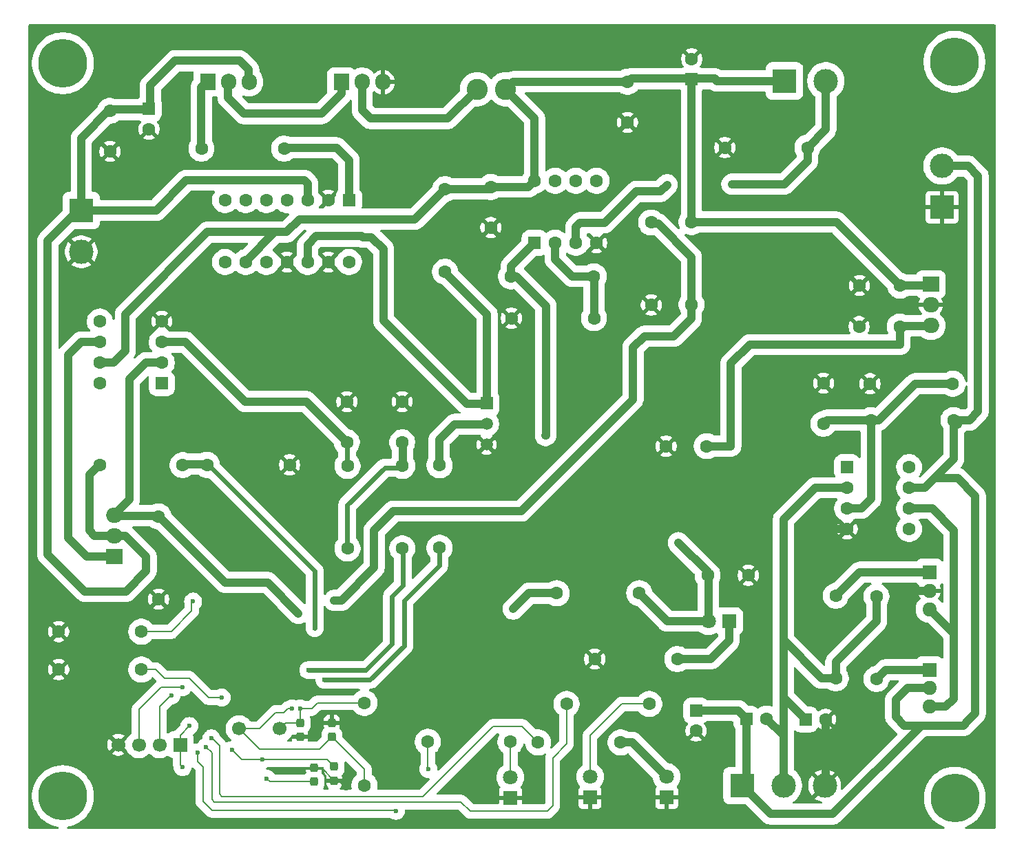
<source format=gbr>
%TF.GenerationSoftware,KiCad,Pcbnew,9.0.3-9.0.3-0~ubuntu24.04.1*%
%TF.CreationDate,2025-10-27T23:52:17-03:00*%
%TF.ProjectId,CargadorDeBaterias_rev2,43617267-6164-46f7-9244-654261746572,rev?*%
%TF.SameCoordinates,Original*%
%TF.FileFunction,Copper,L2,Bot*%
%TF.FilePolarity,Positive*%
%FSLAX46Y46*%
G04 Gerber Fmt 4.6, Leading zero omitted, Abs format (unit mm)*
G04 Created by KiCad (PCBNEW 9.0.3-9.0.3-0~ubuntu24.04.1) date 2025-10-27 23:52:17*
%MOMM*%
%LPD*%
G01*
G04 APERTURE LIST*
G04 Aperture macros list*
%AMRoundRect*
0 Rectangle with rounded corners*
0 $1 Rounding radius*
0 $2 $3 $4 $5 $6 $7 $8 $9 X,Y pos of 4 corners*
0 Add a 4 corners polygon primitive as box body*
4,1,4,$2,$3,$4,$5,$6,$7,$8,$9,$2,$3,0*
0 Add four circle primitives for the rounded corners*
1,1,$1+$1,$2,$3*
1,1,$1+$1,$4,$5*
1,1,$1+$1,$6,$7*
1,1,$1+$1,$8,$9*
0 Add four rect primitives between the rounded corners*
20,1,$1+$1,$2,$3,$4,$5,0*
20,1,$1+$1,$4,$5,$6,$7,0*
20,1,$1+$1,$6,$7,$8,$9,0*
20,1,$1+$1,$8,$9,$2,$3,0*%
G04 Aperture macros list end*
%TA.AperFunction,ComponentPad*%
%ADD10C,1.600000*%
%TD*%
%TA.AperFunction,ComponentPad*%
%ADD11R,1.800000X1.800000*%
%TD*%
%TA.AperFunction,ComponentPad*%
%ADD12C,1.800000*%
%TD*%
%TA.AperFunction,ComponentPad*%
%ADD13R,2.000000X1.905000*%
%TD*%
%TA.AperFunction,ComponentPad*%
%ADD14O,2.000000X1.905000*%
%TD*%
%TA.AperFunction,ComponentPad*%
%ADD15RoundRect,0.250000X0.550000X-0.550000X0.550000X0.550000X-0.550000X0.550000X-0.550000X-0.550000X0*%
%TD*%
%TA.AperFunction,ComponentPad*%
%ADD16C,6.000000*%
%TD*%
%TA.AperFunction,ComponentPad*%
%ADD17RoundRect,0.250000X-0.550000X0.550000X-0.550000X-0.550000X0.550000X-0.550000X0.550000X0.550000X0*%
%TD*%
%TA.AperFunction,ComponentPad*%
%ADD18R,3.000000X3.000000*%
%TD*%
%TA.AperFunction,ComponentPad*%
%ADD19C,3.000000*%
%TD*%
%TA.AperFunction,ComponentPad*%
%ADD20RoundRect,0.250000X0.550000X0.550000X-0.550000X0.550000X-0.550000X-0.550000X0.550000X-0.550000X0*%
%TD*%
%TA.AperFunction,ComponentPad*%
%ADD21R,1.700000X1.700000*%
%TD*%
%TA.AperFunction,ComponentPad*%
%ADD22C,1.700000*%
%TD*%
%TA.AperFunction,ComponentPad*%
%ADD23RoundRect,0.250000X-0.550000X-0.550000X0.550000X-0.550000X0.550000X0.550000X-0.550000X0.550000X0*%
%TD*%
%TA.AperFunction,ComponentPad*%
%ADD24R,1.905000X2.000000*%
%TD*%
%TA.AperFunction,ComponentPad*%
%ADD25O,1.905000X2.000000*%
%TD*%
%TA.AperFunction,ComponentPad*%
%ADD26R,1.800000X1.710000*%
%TD*%
%TA.AperFunction,ComponentPad*%
%ADD27O,1.800000X1.710000*%
%TD*%
%TA.AperFunction,ComponentPad*%
%ADD28C,2.600000*%
%TD*%
%TA.AperFunction,ComponentPad*%
%ADD29R,1.500000X1.500000*%
%TD*%
%TA.AperFunction,ComponentPad*%
%ADD30C,1.500000*%
%TD*%
%TA.AperFunction,SMDPad,CuDef*%
%ADD31RoundRect,0.237500X0.237500X-0.300000X0.237500X0.300000X-0.237500X0.300000X-0.237500X-0.300000X0*%
%TD*%
%TA.AperFunction,SMDPad,CuDef*%
%ADD32RoundRect,0.237500X-0.237500X0.300000X-0.237500X-0.300000X0.237500X-0.300000X0.237500X0.300000X0*%
%TD*%
%TA.AperFunction,ViaPad*%
%ADD33C,0.600000*%
%TD*%
%TA.AperFunction,Conductor*%
%ADD34C,1.000000*%
%TD*%
%TA.AperFunction,Conductor*%
%ADD35C,0.200000*%
%TD*%
%TA.AperFunction,Conductor*%
%ADD36C,0.600000*%
%TD*%
G04 APERTURE END LIST*
D10*
%TO.P,R30,1*%
%TO.N,Net-(U8-PB5)*%
X140700000Y-132600000D03*
%TO.P,R30,2*%
%TO.N,Net-(D2-A)*%
X150860000Y-132600000D03*
%TD*%
D11*
%TO.P,D2,1,K*%
%TO.N,GND*%
X150860000Y-139500000D03*
D12*
%TO.P,D2,2,A*%
%TO.N,Net-(D2-A)*%
X150860000Y-136960000D03*
%TD*%
D10*
%TO.P,R31,1*%
%TO.N,Net-(U8-PB6)*%
X157770000Y-127950000D03*
%TO.P,R31,2*%
%TO.N,Net-(D7-A)*%
X167930000Y-127950000D03*
%TD*%
D13*
%TO.P,Q2,1,B*%
%TO.N,Net-(Q2-B)*%
X102175000Y-109780000D03*
D14*
%TO.P,Q2,2,C*%
%TO.N,Vpanel*%
X102175000Y-107240000D03*
%TO.P,Q2,3,E*%
%TO.N,VcurrentPan*%
X102175000Y-104700000D03*
%TD*%
D10*
%TO.P,R19,1*%
%TO.N,Net-(U4A--)*%
X161115000Y-75325000D03*
%TO.P,R19,2*%
%TO.N,V_I1*%
X150955000Y-75325000D03*
%TD*%
%TO.P,R5,1*%
%TO.N,Vpanel*%
X100395000Y-98550000D03*
%TO.P,R5,2*%
%TO.N,VfbPan*%
X110555000Y-98550000D03*
%TD*%
%TO.P,R8,1*%
%TO.N,Net-(C7-Pad1)*%
X130825000Y-108800000D03*
%TO.P,R8,2*%
%TO.N,Net-(U5-+)*%
X130825000Y-98640000D03*
%TD*%
D15*
%TO.P,U4,1*%
%TO.N,V_I1*%
X153830000Y-71190000D03*
D10*
%TO.P,U4,2,-*%
%TO.N,Net-(U4A--)*%
X156370000Y-71190000D03*
%TO.P,U4,3,+*%
%TO.N,Net-(J1-Pin_2)*%
X158910000Y-71190000D03*
%TO.P,U4,4,V-*%
%TO.N,GND*%
X161450000Y-71190000D03*
%TO.P,U4,5,+*%
%TO.N,unconnected-(U4B-+-Pad5)*%
X161450000Y-63570000D03*
%TO.P,U4,6,-*%
%TO.N,unconnected-(U4B---Pad6)*%
X158910000Y-63570000D03*
%TO.P,U4,7*%
%TO.N,unconnected-(U4-Pad7)*%
X156370000Y-63570000D03*
%TO.P,U4,8,V+*%
%TO.N,Vbat*%
X153830000Y-63570000D03*
%TD*%
D16*
%TO.P,H2,1*%
%TO.N,N/C*%
X95825000Y-49100000D03*
%TD*%
D17*
%TO.P,C21,1*%
%TO.N,+28V*%
X173675000Y-128767621D03*
D10*
%TO.P,C21,2*%
%TO.N,GND*%
X173675000Y-131267621D03*
%TD*%
D18*
%TO.P,J3,1,Pin_1*%
%TO.N,+28V*%
X179340000Y-138000000D03*
D19*
%TO.P,J3,2,Pin_2*%
%TO.N,GNDA*%
X184420000Y-138000000D03*
%TO.P,J3,3,Pin_3*%
%TO.N,GND*%
X189500000Y-138000000D03*
%TD*%
D18*
%TO.P,J2,1,Pin_1*%
%TO.N,Vpanel*%
X98100000Y-67220000D03*
D19*
%TO.P,J2,2,Pin_2*%
%TO.N,GND*%
X98100000Y-72300000D03*
%TD*%
D20*
%TO.P,U5,1,VOS*%
%TO.N,unconnected-(U5-VOS-Pad1)*%
X108000000Y-88500000D03*
D10*
%TO.P,U5,2,-*%
%TO.N,VcurrentPan*%
X108000000Y-85960000D03*
%TO.P,U5,3,+*%
%TO.N,Net-(U5-+)*%
X108000000Y-83420000D03*
%TO.P,U5,4,V-*%
%TO.N,GND*%
X108000000Y-80880000D03*
%TO.P,U5,5,NC*%
%TO.N,unconnected-(U5-NC-Pad5)*%
X100380000Y-80880000D03*
%TO.P,U5,6*%
%TO.N,Net-(Q2-B)*%
X100380000Y-83420000D03*
%TO.P,U5,7,V+*%
%TO.N,Vbat*%
X100380000Y-85960000D03*
%TO.P,U5,8,VOS*%
%TO.N,unconnected-(U5-VOS-Pad8)*%
X100380000Y-88500000D03*
%TD*%
D21*
%TO.P,J4,1,Pin_1*%
%TO.N,3.3V*%
X110265000Y-132975000D03*
D22*
%TO.P,J4,2,Pin_2*%
%TO.N,SWIO*%
X107725000Y-132975000D03*
%TO.P,J4,3,Pin_3*%
%TO.N,SWCLK*%
X105185000Y-132975000D03*
%TO.P,J4,4,Pin_4*%
%TO.N,GND*%
X102645000Y-132975000D03*
%TD*%
D10*
%TO.P,C8,1*%
%TO.N,Net-(U5-+)*%
X130750000Y-95750000D03*
%TO.P,C8,2*%
%TO.N,GND*%
X130750000Y-90750000D03*
%TD*%
D23*
%TO.P,U7,1,VOS*%
%TO.N,unconnected-(U7-VOS-Pad1)*%
X192255000Y-98800000D03*
D10*
%TO.P,U7,2,-*%
%TO.N,GNDA*%
X192255000Y-101340000D03*
%TO.P,U7,3,+*%
%TO.N,Net-(U7-+)*%
X192255000Y-103880000D03*
%TO.P,U7,4,V-*%
%TO.N,GND*%
X192255000Y-106420000D03*
%TO.P,U7,5,NC*%
%TO.N,unconnected-(U7-NC-Pad5)*%
X199875000Y-106420000D03*
%TO.P,U7,6*%
%TO.N,Net-(Q4-B)*%
X199875000Y-103880000D03*
%TO.P,U7,7,V+*%
%TO.N,+28V*%
X199875000Y-101340000D03*
%TO.P,U7,8,VOS*%
%TO.N,unconnected-(U7-VOS-Pad8)*%
X199875000Y-98800000D03*
%TD*%
D24*
%TO.P,Q1,1,G*%
%TO.N,Net-(Q1-G)*%
X113645000Y-51400000D03*
D25*
%TO.P,Q1,2,D*%
%TO.N,Net-(Q1-D)*%
X116185000Y-51400000D03*
%TO.P,Q1,3,S*%
%TO.N,Vpanel*%
X118725000Y-51400000D03*
%TD*%
D10*
%TO.P,C13,1*%
%TO.N,5V*%
X175000000Y-96225000D03*
%TO.P,C13,2*%
%TO.N,GND*%
X170000000Y-96225000D03*
%TD*%
D23*
%TO.P,C10,1*%
%TO.N,+28V*%
X179844888Y-129750000D03*
D10*
%TO.P,C10,2*%
%TO.N,GNDA*%
X182344888Y-129750000D03*
%TD*%
D26*
%TO.P,Q5,1,E*%
%TO.N,Net-(Q5-E)*%
X202375000Y-111740000D03*
D27*
%TO.P,Q5,2,C*%
%TO.N,GND*%
X202375000Y-114020000D03*
%TO.P,Q5,3,B*%
%TO.N,Net-(Q4-B)*%
X202375000Y-116300000D03*
%TD*%
D10*
%TO.P,R26,1*%
%TO.N,3.3V*%
X166705000Y-114325000D03*
%TO.P,R26,2*%
%TO.N,uCRESET*%
X156545000Y-114325000D03*
%TD*%
D18*
%TO.P,J1,1,Pin_1*%
%TO.N,Vbat*%
X184560000Y-51275000D03*
D19*
%TO.P,J1,2,Pin_2*%
%TO.N,Net-(J1-Pin_2)*%
X189640000Y-51275000D03*
%TD*%
D10*
%TO.P,C3,1*%
%TO.N,Vpanel*%
X101625000Y-54950000D03*
%TO.P,C3,2*%
%TO.N,GND*%
X101625000Y-59950000D03*
%TD*%
%TO.P,R7,1*%
%TO.N,Vtest*%
X137575000Y-108805000D03*
%TO.P,R7,2*%
%TO.N,Net-(C7-Pad1)*%
X137575000Y-98645000D03*
%TD*%
D16*
%TO.P,H3,1*%
%TO.N,N/C*%
X95825000Y-139300000D03*
%TD*%
D10*
%TO.P,R10,1*%
%TO.N,Vbat*%
X142805000Y-64595000D03*
%TO.P,R10,2*%
%TO.N,Net-(Q3-C)*%
X142805000Y-74755000D03*
%TD*%
D11*
%TO.P,D9,1,K*%
%TO.N,Net-(D9-K)*%
X177750000Y-117775000D03*
D12*
%TO.P,D9,2,A*%
%TO.N,3.3V*%
X175210000Y-117775000D03*
%TD*%
D15*
%TO.P,C1,1*%
%TO.N,Vbat*%
X173150000Y-51069888D03*
D10*
%TO.P,C1,2*%
%TO.N,GND*%
X173150000Y-48569888D03*
%TD*%
%TO.P,R20,1*%
%TO.N,GND*%
X150975000Y-80475000D03*
%TO.P,R20,2*%
%TO.N,Net-(U4A--)*%
X161135000Y-80475000D03*
%TD*%
%TO.P,C14,1*%
%TO.N,3.3V*%
X175100000Y-112125000D03*
%TO.P,C14,2*%
%TO.N,GND*%
X180100000Y-112125000D03*
%TD*%
%TO.P,R32,1*%
%TO.N,Net-(U8-PB7)*%
X154250000Y-132675000D03*
%TO.P,R32,2*%
%TO.N,Net-(D8-A)*%
X164410000Y-132675000D03*
%TD*%
%TO.P,C6,1*%
%TO.N,5V*%
X198725000Y-81510000D03*
%TO.P,C6,2*%
%TO.N,GND*%
X193725000Y-81510000D03*
%TD*%
D16*
%TO.P,H1,1*%
%TO.N,N/C*%
X205450000Y-48925000D03*
%TD*%
D22*
%TO.P,Y1,1,1*%
%TO.N,OSCOUT*%
X122500000Y-131000000D03*
%TO.P,Y1,2,2*%
%TO.N,OSCIN*%
X117500000Y-131000000D03*
%TD*%
D10*
%TO.P,R3,1*%
%TO.N,Vfb*%
X168175000Y-68695000D03*
%TO.P,R3,2*%
%TO.N,GND*%
X168175000Y-78855000D03*
%TD*%
%TO.P,R22,1*%
%TO.N,Net-(Q4-E)*%
X195875000Y-124880000D03*
%TO.P,R22,2*%
%TO.N,GNDA*%
X195875000Y-114720000D03*
%TD*%
%TO.P,C2,1*%
%TO.N,Vbat*%
X165250000Y-51375000D03*
%TO.P,C2,2*%
%TO.N,GND*%
X165250000Y-56375000D03*
%TD*%
%TO.P,R25,1*%
%TO.N,Net-(U7-+)*%
X205235000Y-88545000D03*
%TO.P,R25,2*%
%TO.N,GND*%
X195075000Y-88545000D03*
%TD*%
D11*
%TO.P,D7,1,K*%
%TO.N,GND*%
X160650000Y-139465000D03*
D12*
%TO.P,D7,2,A*%
%TO.N,Net-(D7-A)*%
X160650000Y-136925000D03*
%TD*%
D10*
%TO.P,C9,1*%
%TO.N,GND*%
X148455000Y-69325000D03*
%TO.P,C9,2*%
%TO.N,Vbat*%
X148455000Y-64325000D03*
%TD*%
%TO.P,R29,1*%
%TO.N,OSCIN*%
X132900000Y-137980000D03*
%TO.P,R29,2*%
%TO.N,OSCOUT*%
X132900000Y-127820000D03*
%TD*%
D16*
%TO.P,H4,1*%
%TO.N,N/C*%
X205500000Y-139500000D03*
%TD*%
D13*
%TO.P,U3,1,IN*%
%TO.N,Vbat*%
X202550000Y-76310000D03*
D14*
%TO.P,U3,2,GND*%
%TO.N,GND*%
X202550000Y-78850000D03*
%TO.P,U3,3,OUT*%
%TO.N,5V*%
X202550000Y-81390000D03*
%TD*%
D10*
%TO.P,R24,1*%
%TO.N,+28V*%
X205355000Y-93020000D03*
%TO.P,R24,2*%
%TO.N,Net-(U7-+)*%
X195195000Y-93020000D03*
%TD*%
D24*
%TO.P,D6,1,A*%
%TO.N,Net-(Q1-D)*%
X130095000Y-51425000D03*
D25*
%TO.P,D6,2,K*%
%TO.N,Net-(D6-K)*%
X132635000Y-51425000D03*
%TO.P,D6,3,A*%
%TO.N,GND*%
X135175000Y-51425000D03*
%TD*%
D26*
%TO.P,Q4,1,E*%
%TO.N,Net-(Q4-E)*%
X202375000Y-123740000D03*
D27*
%TO.P,Q4,2,C*%
%TO.N,+28V*%
X202375000Y-126020000D03*
%TO.P,Q4,3,B*%
%TO.N,Net-(Q4-B)*%
X202375000Y-128300000D03*
%TD*%
D10*
%TO.P,R1,1*%
%TO.N,Net-(J1-Pin_2)*%
X187380000Y-59475000D03*
%TO.P,R1,2*%
%TO.N,GND*%
X177220000Y-59475000D03*
%TD*%
D17*
%TO.P,C4,1*%
%TO.N,Vpanel*%
X106425000Y-54694888D03*
D10*
%TO.P,C4,2*%
%TO.N,GND*%
X106425000Y-57194888D03*
%TD*%
%TO.P,R27,1*%
%TO.N,BOOT0*%
X105475000Y-123725000D03*
%TO.P,R27,2*%
%TO.N,GND*%
X95315000Y-123725000D03*
%TD*%
%TO.P,R2,1*%
%TO.N,Vbat*%
X173125000Y-68645000D03*
%TO.P,R2,2*%
%TO.N,Vfb*%
X173125000Y-78805000D03*
%TD*%
%TO.P,R4,1*%
%TO.N,VcurrentPan*%
X107600000Y-104890000D03*
%TO.P,R4,2*%
%TO.N,GND*%
X107600000Y-115050000D03*
%TD*%
D23*
%TO.P,C11,1*%
%TO.N,GNDA*%
X187125000Y-129850000D03*
D10*
%TO.P,C11,2*%
%TO.N,GND*%
X189625000Y-129850000D03*
%TD*%
D28*
%TO.P,L1,1,1*%
%TO.N,Net-(D6-K)*%
X146750000Y-52300000D03*
%TO.P,L1,2,2*%
%TO.N,Vbat*%
X150250000Y-52300000D03*
%TD*%
D17*
%TO.P,U1,1,LO*%
%TO.N,Gate*%
X131020000Y-65945000D03*
D10*
%TO.P,U1,2,COM*%
%TO.N,GND*%
X128480000Y-65945000D03*
%TO.P,U1,3,VCC*%
%TO.N,Vpanel*%
X125940000Y-65945000D03*
%TO.P,U1,4,NC*%
%TO.N,unconnected-(U1-NC-Pad4)*%
X123400000Y-65945000D03*
%TO.P,U1,5,VS*%
%TO.N,unconnected-(U1-VS-Pad5)*%
X120860000Y-65945000D03*
%TO.P,U1,6,VB*%
%TO.N,unconnected-(U1-VB-Pad6)*%
X118320000Y-65945000D03*
%TO.P,U1,7,HO*%
%TO.N,unconnected-(U1-HO-Pad7)*%
X115780000Y-65945000D03*
%TO.P,U1,8,NC*%
%TO.N,unconnected-(U1-NC-Pad8)*%
X115780000Y-73565000D03*
%TO.P,U1,9,VDD*%
%TO.N,Vbat*%
X118320000Y-73565000D03*
%TO.P,U1,10,HIN*%
%TO.N,unconnected-(U1-HIN-Pad10)*%
X120860000Y-73565000D03*
%TO.P,U1,11,SD*%
%TO.N,GND*%
X123400000Y-73565000D03*
%TO.P,U1,12,LIN*%
%TO.N,Net-(Q3-C)*%
X125940000Y-73565000D03*
%TO.P,U1,13,VSS*%
%TO.N,GND*%
X128480000Y-73565000D03*
%TO.P,U1,14,NC*%
%TO.N,unconnected-(U1-NC-Pad14)*%
X131020000Y-73565000D03*
%TD*%
%TO.P,R11,1*%
%TO.N,Lin*%
X142150000Y-108730000D03*
%TO.P,R11,2*%
%TO.N,Net-(Q3-B)*%
X142150000Y-98570000D03*
%TD*%
%TO.P,C5,1*%
%TO.N,Vbat*%
X198775000Y-76460000D03*
%TO.P,C5,2*%
%TO.N,GND*%
X193775000Y-76460000D03*
%TD*%
%TO.P,R28,1*%
%TO.N,BOOT1*%
X105480000Y-119050000D03*
%TO.P,R28,2*%
%TO.N,GND*%
X95320000Y-119050000D03*
%TD*%
D11*
%TO.P,D8,1,K*%
%TO.N,GND*%
X170075000Y-139465000D03*
D12*
%TO.P,D8,2,A*%
%TO.N,Net-(D8-A)*%
X170075000Y-136925000D03*
%TD*%
D29*
%TO.P,Q3,1,C*%
%TO.N,Net-(Q3-C)*%
X147925000Y-90950000D03*
D30*
%TO.P,Q3,2,B*%
%TO.N,Net-(Q3-B)*%
X147925000Y-93490000D03*
%TO.P,Q3,3,E*%
%TO.N,GND*%
X147925000Y-96030000D03*
%TD*%
D10*
%TO.P,R9,1*%
%TO.N,Gate*%
X123030000Y-59600000D03*
%TO.P,R9,2*%
%TO.N,Net-(Q1-G)*%
X112870000Y-59600000D03*
%TD*%
%TO.P,C7,1*%
%TO.N,Net-(C7-Pad1)*%
X137550000Y-95750000D03*
%TO.P,C7,2*%
%TO.N,GND*%
X137550000Y-90750000D03*
%TD*%
D18*
%TO.P,J6,1,Pin_1*%
%TO.N,GND*%
X203925000Y-66825000D03*
D19*
%TO.P,J6,2,Pin_2*%
%TO.N,+28V*%
X203925000Y-61745000D03*
%TD*%
D10*
%TO.P,C12,1*%
%TO.N,Net-(U7-+)*%
X189355000Y-93470000D03*
%TO.P,C12,2*%
%TO.N,GND*%
X189355000Y-88470000D03*
%TD*%
%TO.P,R23,1*%
%TO.N,GNDA*%
X190875000Y-124800000D03*
%TO.P,R23,2*%
%TO.N,Net-(Q5-E)*%
X190875000Y-114640000D03*
%TD*%
%TO.P,R33,1*%
%TO.N,Net-(D9-K)*%
X171380000Y-122425000D03*
%TO.P,R33,2*%
%TO.N,GND*%
X161220000Y-122425000D03*
%TD*%
%TO.P,R6,1*%
%TO.N,VfbPan*%
X113545000Y-98525000D03*
%TO.P,R6,2*%
%TO.N,GND*%
X123705000Y-98525000D03*
%TD*%
D31*
%TO.P,C18,1*%
%TO.N,GND*%
X125000000Y-132000000D03*
%TO.P,C18,2*%
%TO.N,OSCOUT*%
X125000000Y-130275000D03*
%TD*%
D32*
%TO.P,C19,1*%
%TO.N,GND*%
X126700000Y-135800000D03*
%TO.P,C19,2*%
%TO.N,PC14*%
X126700000Y-137525000D03*
%TD*%
%TO.P,C17,1*%
%TO.N,GND*%
X128900000Y-130275000D03*
%TO.P,C17,2*%
%TO.N,OSCIN*%
X128900000Y-132000000D03*
%TD*%
D31*
%TO.P,C20,1*%
%TO.N,GND*%
X129200000Y-137387500D03*
%TO.P,C20,2*%
%TO.N,PC15*%
X129200000Y-135662500D03*
%TD*%
D33*
%TO.N,5V*%
X177900000Y-96250000D03*
%TO.N,V_I1*%
X155175000Y-94925000D03*
%TO.N,VcurrentPan*%
X124800000Y-116800000D03*
%TO.N,Vfb*%
X129200000Y-115200000D03*
%TO.N,VfbPan*%
X126800000Y-118600000D03*
%TO.N,Vtest*%
X126000000Y-123800000D03*
%TO.N,Lin*%
X128000000Y-125000000D03*
%TO.N,3.3V*%
X110550000Y-135750000D03*
X171500000Y-108100000D03*
X111375000Y-130675000D03*
%TO.N,uCRESET*%
X151200000Y-116275000D03*
%TO.N,OSCIN*%
X124000000Y-128500000D03*
%TO.N,OSCOUT*%
X125000000Y-128500000D03*
%TO.N,PC14*%
X120875000Y-137125000D03*
%TO.N,PC15*%
X116625000Y-133625000D03*
X120400000Y-134800000D03*
%TO.N,SWCLK*%
X110550000Y-125900000D03*
%TO.N,SWIO*%
X109200000Y-126900000D03*
%TO.N,BOOT0*%
X115350000Y-127175000D03*
%TO.N,GND*%
X118500000Y-122900000D03*
X130700000Y-138350000D03*
X112900000Y-119300000D03*
X121500000Y-123200000D03*
X199405000Y-114020000D03*
X188625000Y-106550000D03*
%TO.N,BOOT1*%
X111850000Y-115350000D03*
%TO.N,Net-(U8-PB5)*%
X112400000Y-133925000D03*
X140775000Y-135975000D03*
X136800000Y-141100000D03*
%TO.N,Net-(U8-PB6)*%
X113425000Y-133250000D03*
%TO.N,Net-(U8-PB7)*%
X114100000Y-132200000D03*
%TO.N,Net-(J1-Pin_2)*%
X170150000Y-64050000D03*
X178075000Y-63975000D03*
%TD*%
D34*
%TO.N,Vbat*%
X148205000Y-64575000D02*
X148455000Y-64325000D01*
X102040000Y-85960000D02*
X103500000Y-84500000D01*
D35*
X173615000Y-68400000D02*
X173115000Y-68900000D01*
D34*
X103500000Y-84500000D02*
X103500000Y-80000000D01*
X113620000Y-69880000D02*
X121920000Y-69880000D01*
X124920000Y-68300000D02*
X139100000Y-68300000D01*
X173115000Y-51610000D02*
X173115000Y-68900000D01*
X165725000Y-51000000D02*
X165350000Y-51375000D01*
X103500000Y-80000000D02*
X113620000Y-69880000D01*
X123340000Y-69880000D02*
X124920000Y-68300000D01*
X202660000Y-76410000D02*
X202700000Y-76370000D01*
X153075000Y-64325000D02*
X153830000Y-63570000D01*
X173150000Y-51000000D02*
X173150000Y-51575000D01*
X165250000Y-51375000D02*
X151175000Y-51375000D01*
X142705000Y-64575000D02*
X148205000Y-64575000D01*
X148455000Y-64325000D02*
X153075000Y-64325000D01*
X121920000Y-69880000D02*
X123340000Y-69880000D01*
X100380000Y-85960000D02*
X102040000Y-85960000D01*
X198700000Y-76410000D02*
X202660000Y-76410000D01*
X173150000Y-51000000D02*
X175960000Y-51000000D01*
X118300000Y-73500000D02*
X121920000Y-69880000D01*
X139100000Y-68300000D02*
X142805000Y-64595000D01*
X170420000Y-51000000D02*
X173150000Y-51000000D01*
X173150000Y-51575000D02*
X173115000Y-51610000D01*
X151175000Y-51375000D02*
X150250000Y-52300000D01*
X190960000Y-68645000D02*
X198775000Y-76460000D01*
X173125000Y-68645000D02*
X190960000Y-68645000D01*
X184560000Y-51275000D02*
X176235000Y-51275000D01*
X176235000Y-51275000D02*
X175960000Y-51000000D01*
X153830000Y-55880000D02*
X153830000Y-63570000D01*
X150250000Y-52300000D02*
X153830000Y-55880000D01*
X170420000Y-51000000D02*
X165725000Y-51000000D01*
%TO.N,Vpanel*%
X99100000Y-106625000D02*
X99100000Y-99745000D01*
X125920000Y-63920000D02*
X125500000Y-63500000D01*
X106600000Y-51800000D02*
X109600000Y-48800000D01*
X118680000Y-49880000D02*
X118680000Y-51300000D01*
X125500000Y-63500000D02*
X111000000Y-63500000D01*
X93975000Y-109550000D02*
X98525000Y-114100000D01*
X111000000Y-63500000D02*
X107280000Y-67220000D01*
X98100000Y-58300000D02*
X101600000Y-54800000D01*
X106075000Y-109820787D02*
X103514213Y-107260000D01*
X99100000Y-99745000D02*
X100395000Y-98450000D01*
X98525000Y-114100000D02*
X103575000Y-114100000D01*
X107280000Y-67220000D02*
X98100000Y-67220000D01*
X101600000Y-54800000D02*
X106600000Y-54800000D01*
X93975000Y-70925000D02*
X93975000Y-109550000D01*
X125920000Y-65880000D02*
X125920000Y-63920000D01*
X106075000Y-111600000D02*
X106075000Y-109820787D01*
X109600000Y-48800000D02*
X117600000Y-48800000D01*
X98100000Y-67220000D02*
X98100000Y-58300000D01*
X102100000Y-107260000D02*
X99735000Y-107260000D01*
X97680000Y-67220000D02*
X93975000Y-70925000D01*
X99735000Y-107260000D02*
X99100000Y-106625000D01*
X103575000Y-114100000D02*
X106075000Y-111600000D01*
X98100000Y-67220000D02*
X97680000Y-67220000D01*
X103514213Y-107260000D02*
X102100000Y-107260000D01*
X117600000Y-48800000D02*
X118680000Y-49880000D01*
X106600000Y-54800000D02*
X106600000Y-51800000D01*
%TO.N,5V*%
X177975000Y-96175000D02*
X177900000Y-96250000D01*
X180275000Y-83725000D02*
X177975000Y-86025000D01*
X198725000Y-83725000D02*
X198725000Y-81510000D01*
X177875000Y-96225000D02*
X177900000Y-96250000D01*
X177900000Y-96250000D02*
X177900000Y-95975000D01*
X175000000Y-96225000D02*
X177875000Y-96225000D01*
X202660000Y-81410000D02*
X202700000Y-81450000D01*
X198700000Y-81410000D02*
X202660000Y-81410000D01*
X198725000Y-83725000D02*
X180275000Y-83725000D01*
X177975000Y-86025000D02*
X177975000Y-96175000D01*
D36*
%TO.N,Net-(C7-Pad1)*%
X137390000Y-98850000D02*
X137600000Y-98640000D01*
X130800000Y-108775000D02*
X130800000Y-103450000D01*
D34*
X137600000Y-98640000D02*
X137600000Y-95640000D01*
D36*
X135400000Y-98850000D02*
X137390000Y-98850000D01*
X130800000Y-103450000D02*
X135400000Y-98850000D01*
D34*
%TO.N,V_I1*%
X150955000Y-74065000D02*
X153830000Y-71190000D01*
X151600000Y-75325000D02*
X155225000Y-78950000D01*
X150955000Y-75325000D02*
X151600000Y-75325000D01*
X155225000Y-78950000D02*
X155225000Y-94875000D01*
X155225000Y-94875000D02*
X155175000Y-94925000D01*
X150955000Y-75325000D02*
X150955000Y-74065000D01*
%TO.N,Net-(Q1-G)*%
X112840000Y-59500000D02*
X112840000Y-52060000D01*
X112840000Y-52060000D02*
X113600000Y-51300000D01*
%TO.N,VcurrentPan*%
X102180000Y-104800000D02*
X102100000Y-104720000D01*
X108000000Y-85960000D02*
X106040000Y-85960000D01*
X106040000Y-85960000D02*
X104000000Y-88000000D01*
X107600000Y-104800000D02*
X102180000Y-104800000D01*
X107520000Y-104720000D02*
X107600000Y-104800000D01*
X107600000Y-104800000D02*
X115800000Y-113000000D01*
X104000000Y-88000000D02*
X104000000Y-102820000D01*
X115800000Y-113000000D02*
X121000000Y-113000000D01*
X121000000Y-113000000D02*
X124800000Y-116800000D01*
X104000000Y-102820000D02*
X102100000Y-104720000D01*
%TO.N,Net-(Q2-B)*%
X96500000Y-107500000D02*
X96500000Y-85000000D01*
X96500000Y-85000000D02*
X98080000Y-83420000D01*
X98800000Y-109800000D02*
X96500000Y-107500000D01*
X98080000Y-83420000D02*
X100380000Y-83420000D01*
X102100000Y-109800000D02*
X98800000Y-109800000D01*
%TO.N,Net-(Q3-B)*%
X142100000Y-95400000D02*
X143960000Y-93540000D01*
X142100000Y-98640000D02*
X142100000Y-95400000D01*
X143960000Y-93540000D02*
X148000000Y-93540000D01*
%TO.N,Net-(Q3-C)*%
X148000000Y-91000000D02*
X148000000Y-80030000D01*
X145500000Y-91000000D02*
X148000000Y-91000000D01*
X135250000Y-80750000D02*
X145500000Y-91000000D01*
X148000000Y-80030000D02*
X142705000Y-74735000D01*
X125920000Y-73500000D02*
X125920000Y-71460000D01*
X125920000Y-71460000D02*
X127000000Y-70380000D01*
X132580000Y-70380000D02*
X132700000Y-70500000D01*
X127000000Y-70380000D02*
X132580000Y-70380000D01*
X132700000Y-70500000D02*
X133750000Y-70500000D01*
X135250000Y-72000000D02*
X135250000Y-80750000D01*
X133750000Y-70500000D02*
X135250000Y-72000000D01*
%TO.N,Vfb*%
X165925000Y-84100000D02*
X165925000Y-90475000D01*
X173115000Y-72950000D02*
X173115000Y-79060000D01*
X173115000Y-80510000D02*
X170925000Y-82700000D01*
X152175000Y-104225000D02*
X136450000Y-104225000D01*
X134100000Y-111175000D02*
X130075000Y-115200000D01*
X169035000Y-68870000D02*
X173115000Y-72950000D01*
X173115000Y-79060000D02*
X173115000Y-80510000D01*
X167325000Y-82700000D02*
X165925000Y-84100000D01*
X170925000Y-82700000D02*
X167325000Y-82700000D01*
X168150000Y-68870000D02*
X169035000Y-68870000D01*
X165925000Y-90475000D02*
X152175000Y-104225000D01*
X130075000Y-115200000D02*
X129200000Y-115200000D01*
X134100000Y-106575000D02*
X134100000Y-111175000D01*
X136450000Y-104225000D02*
X134100000Y-106575000D01*
X173115000Y-79060000D02*
X173225000Y-78950000D01*
D36*
%TO.N,VfbPan*%
X126800000Y-118600000D02*
X126800000Y-111605000D01*
X126800000Y-111605000D02*
X113645000Y-98450000D01*
D34*
X110555000Y-98450000D02*
X113645000Y-98450000D01*
D36*
%TO.N,Vtest*%
X133100000Y-123800000D02*
X126000000Y-123800000D01*
X136300000Y-120600000D02*
X136300000Y-114700000D01*
X136300000Y-114700000D02*
X137625000Y-113375000D01*
X137625000Y-113375000D02*
X137600000Y-113350000D01*
X137600000Y-113350000D02*
X137600000Y-108800000D01*
X136300000Y-120600000D02*
X133100000Y-123800000D01*
D34*
%TO.N,Gate*%
X129500000Y-59500000D02*
X131000000Y-61000000D01*
X131000000Y-61000000D02*
X131000000Y-65880000D01*
X123000000Y-59500000D02*
X129500000Y-59500000D01*
D36*
%TO.N,Lin*%
X137800000Y-115200000D02*
X137800000Y-120800000D01*
X137800000Y-120800000D02*
X133600000Y-125000000D01*
X133600000Y-125000000D02*
X128000000Y-125000000D01*
X142100000Y-110900000D02*
X137800000Y-115200000D01*
X142100000Y-108800000D02*
X142100000Y-110900000D01*
D34*
%TO.N,+28V*%
X207305000Y-93020000D02*
X208355000Y-91970000D01*
X208355000Y-91970000D02*
X208355000Y-62980000D01*
X202980000Y-100195000D02*
X201835000Y-101340000D01*
X198230000Y-129545000D02*
X198230000Y-127420000D01*
X201835000Y-101340000D02*
X205355000Y-97820000D01*
X179275000Y-137935000D02*
X179340000Y-138000000D01*
X179844888Y-129750000D02*
X179844888Y-137495112D01*
X199875000Y-101340000D02*
X201835000Y-101340000D01*
X190500000Y-141500000D02*
X201380000Y-130620000D01*
X206530000Y-130620000D02*
X199305000Y-130620000D01*
X208005000Y-129145000D02*
X208005000Y-102345000D01*
X207120000Y-61745000D02*
X203925000Y-61745000D01*
X207167500Y-129982500D02*
X206530000Y-130620000D01*
X179225000Y-137885000D02*
X179340000Y-138000000D01*
X206905000Y-130245000D02*
X207167500Y-129982500D01*
X208355000Y-62980000D02*
X207120000Y-61745000D01*
X199655000Y-126020000D02*
X202375000Y-126020000D01*
X199305000Y-130620000D02*
X198230000Y-129545000D01*
X205855000Y-93520000D02*
X205355000Y-93020000D01*
X205355000Y-93020000D02*
X207305000Y-93020000D01*
X198230000Y-127420000D02*
X198255000Y-127420000D01*
X179340000Y-138000000D02*
X182840000Y-141500000D01*
X178862509Y-128767621D02*
X179844888Y-129750000D01*
X182840000Y-141500000D02*
X190500000Y-141500000D01*
X208005000Y-102345000D02*
X205855000Y-100195000D01*
X205355000Y-97820000D02*
X205355000Y-93020000D01*
X207167500Y-129982500D02*
X208005000Y-129145000D01*
X179844888Y-137495112D02*
X179340000Y-138000000D01*
X201380000Y-130620000D02*
X206530000Y-130620000D01*
X173675000Y-128767621D02*
X178862509Y-128767621D01*
X198255000Y-127420000D02*
X199655000Y-126020000D01*
X205855000Y-100195000D02*
X202980000Y-100195000D01*
%TO.N,Net-(U7-+)*%
X196130000Y-93020000D02*
X200605000Y-88545000D01*
X194505000Y-103370000D02*
X193995000Y-103880000D01*
X195195000Y-93020000D02*
X195195000Y-102680000D01*
X195100000Y-102775000D02*
X194505000Y-103370000D01*
X195195000Y-102680000D02*
X194505000Y-103370000D01*
X195195000Y-93020000D02*
X189805000Y-93020000D01*
X196130000Y-93020000D02*
X195195000Y-93020000D01*
X193995000Y-103880000D02*
X192255000Y-103880000D01*
X189805000Y-93020000D02*
X189355000Y-93470000D01*
X200605000Y-88545000D02*
X205235000Y-88545000D01*
%TO.N,3.3V*%
X170155000Y-117775000D02*
X166705000Y-114325000D01*
D35*
X110265000Y-135465000D02*
X110550000Y-135750000D01*
X110265000Y-131785000D02*
X111375000Y-130675000D01*
X110265000Y-132975000D02*
X110265000Y-131785000D01*
D34*
X175210000Y-112235000D02*
X175100000Y-112125000D01*
X175210000Y-117775000D02*
X170155000Y-117775000D01*
X175100000Y-112125000D02*
X175100000Y-111700000D01*
X175210000Y-117775000D02*
X175210000Y-112235000D01*
X175000000Y-117565000D02*
X175210000Y-117775000D01*
X175100000Y-111700000D02*
X171500000Y-108100000D01*
D35*
X110265000Y-132975000D02*
X110265000Y-135465000D01*
D34*
%TO.N,uCRESET*%
X153150000Y-114325000D02*
X151200000Y-116275000D01*
X156545000Y-114325000D02*
X153150000Y-114325000D01*
D35*
%TO.N,OSCIN*%
X127400000Y-133500000D02*
X120000000Y-133500000D01*
X120000000Y-131000000D02*
X122000000Y-129000000D01*
X132900000Y-137980000D02*
X132900000Y-136000000D01*
X123500000Y-128500000D02*
X124000000Y-128500000D01*
X117500000Y-131000000D02*
X120000000Y-131000000D01*
X120000000Y-133500000D02*
X117500000Y-131000000D01*
X122000000Y-129000000D02*
X123000000Y-129000000D01*
X128900000Y-132000000D02*
X127400000Y-133500000D01*
X132900000Y-136000000D02*
X128900000Y-132000000D01*
X123000000Y-129000000D02*
X123500000Y-128500000D01*
%TO.N,OSCOUT*%
X123225000Y-130275000D02*
X122500000Y-131000000D01*
X132900000Y-127820000D02*
X127130000Y-127820000D01*
X127130000Y-127820000D02*
X126425000Y-128525000D01*
X125000000Y-130275000D02*
X125000000Y-128500000D01*
X126425000Y-128525000D02*
X126400000Y-128500000D01*
X126400000Y-128500000D02*
X125000000Y-128500000D01*
X125000000Y-130275000D02*
X123225000Y-130275000D01*
%TO.N,PC14*%
X126700000Y-137525000D02*
X121275000Y-137525000D01*
X121275000Y-137525000D02*
X120875000Y-137125000D01*
%TO.N,PC15*%
X128337500Y-134800000D02*
X129200000Y-135662500D01*
X120400000Y-134800000D02*
X117800000Y-134800000D01*
X117800000Y-134800000D02*
X116625000Y-133625000D01*
X120400000Y-134800000D02*
X128337500Y-134800000D01*
%TO.N,Net-(D2-A)*%
X150860000Y-132600000D02*
X150860000Y-136960000D01*
%TO.N,Net-(D7-A)*%
X167930000Y-127950000D02*
X164550000Y-127950000D01*
X160650000Y-131850000D02*
X160650000Y-136925000D01*
X164550000Y-127950000D02*
X160650000Y-131850000D01*
D34*
%TO.N,Net-(D8-A)*%
X165825000Y-132675000D02*
X170075000Y-136925000D01*
X164410000Y-132675000D02*
X165825000Y-132675000D01*
%TO.N,Net-(D9-K)*%
X177750000Y-117775000D02*
X177750000Y-120115000D01*
X175440000Y-122425000D02*
X177750000Y-120115000D01*
X171380000Y-122425000D02*
X175440000Y-122425000D01*
%TO.N,GNDA*%
X195875000Y-117800000D02*
X195875000Y-114720000D01*
X184420000Y-138000000D02*
X184420000Y-131825112D01*
X188335000Y-101340000D02*
X187267500Y-102407500D01*
X184420000Y-120095000D02*
X184420000Y-116675000D01*
X190875000Y-124800000D02*
X190875000Y-122800000D01*
X189125000Y-124800000D02*
X184420000Y-120095000D01*
X184420000Y-105255000D02*
X187267500Y-102407500D01*
X190875000Y-122800000D02*
X195875000Y-117800000D01*
X184420000Y-126625000D02*
X184420000Y-116675000D01*
X184420000Y-127145000D02*
X184420000Y-126625000D01*
X189125000Y-124800000D02*
X190875000Y-124800000D01*
X187125000Y-129850000D02*
X184420000Y-127145000D01*
X184420000Y-138000000D02*
X184420000Y-126625000D01*
X195795000Y-114800000D02*
X195875000Y-114720000D01*
X184420000Y-116675000D02*
X184420000Y-105255000D01*
X184775000Y-104900000D02*
X187267500Y-102407500D01*
X192255000Y-101340000D02*
X188335000Y-101340000D01*
X184420000Y-131825112D02*
X182344888Y-129750000D01*
D35*
%TO.N,SWCLK*%
X110550000Y-125900000D02*
X107895000Y-125900000D01*
X107895000Y-125900000D02*
X105185000Y-128610000D01*
X105185000Y-128610000D02*
X105185000Y-132975000D01*
%TO.N,SWIO*%
X109100000Y-126900000D02*
X109200000Y-126900000D01*
X107725000Y-128275000D02*
X109100000Y-126900000D01*
X107725000Y-132975000D02*
X107725000Y-128275000D01*
D34*
%TO.N,Net-(Q4-E)*%
X197015000Y-123740000D02*
X195875000Y-124880000D01*
X202375000Y-123740000D02*
X197015000Y-123740000D01*
%TO.N,Net-(Q4-B)*%
X205375000Y-106550000D02*
X205375000Y-119300000D01*
X202705000Y-103880000D02*
X205375000Y-106550000D01*
X204375000Y-128300000D02*
X205375000Y-127300000D01*
X205375000Y-119300000D02*
X202375000Y-116300000D01*
X199875000Y-103880000D02*
X202705000Y-103880000D01*
X205375000Y-127300000D02*
X205375000Y-119300000D01*
X202375000Y-128300000D02*
X204375000Y-128300000D01*
%TO.N,Net-(Q5-E)*%
X202375000Y-111740000D02*
X193775000Y-111740000D01*
X193775000Y-111740000D02*
X190875000Y-114640000D01*
%TO.N,Net-(U5-+)*%
X118235000Y-90735000D02*
X110920000Y-83420000D01*
X130800000Y-95775000D02*
X125760000Y-90735000D01*
D36*
X130800000Y-95775000D02*
X130800000Y-98615000D01*
D34*
X125760000Y-90735000D02*
X118235000Y-90735000D01*
X110920000Y-83420000D02*
X108000000Y-83420000D01*
%TO.N,Net-(U4A--)*%
X156370000Y-73240000D02*
X156370000Y-71190000D01*
X161135000Y-80475000D02*
X161135000Y-75345000D01*
X158455000Y-75325000D02*
X156370000Y-73240000D01*
X161115000Y-75325000D02*
X158455000Y-75325000D01*
X161135000Y-75345000D02*
X161115000Y-75325000D01*
D35*
%TO.N,BOOT0*%
X111375000Y-124800000D02*
X108325000Y-124800000D01*
X113750000Y-127175000D02*
X111375000Y-124800000D01*
X115350000Y-127175000D02*
X113750000Y-127175000D01*
X108325000Y-124800000D02*
X107250000Y-123725000D01*
X107250000Y-123725000D02*
X105475000Y-123725000D01*
D34*
%TO.N,GND*%
X188755000Y-106420000D02*
X188625000Y-106550000D01*
D35*
X126700000Y-135800000D02*
X127612500Y-135800000D01*
D34*
X202375000Y-114020000D02*
X199405000Y-114020000D01*
D35*
X129737500Y-137387500D02*
X130700000Y-138350000D01*
D34*
X189625000Y-129850000D02*
X189625000Y-137875000D01*
X199375000Y-114050000D02*
X199405000Y-114020000D01*
D35*
X127612500Y-135800000D02*
X129200000Y-137387500D01*
X125000000Y-132000000D02*
X126100000Y-132000000D01*
D34*
X189625000Y-137875000D02*
X189500000Y-138000000D01*
D35*
X126100000Y-132000000D02*
X127825000Y-130275000D01*
X129200000Y-137387500D02*
X129737500Y-137387500D01*
D34*
X192255000Y-106420000D02*
X188755000Y-106420000D01*
D35*
X127825000Y-130275000D02*
X128900000Y-130275000D01*
D34*
%TO.N,Net-(D6-K)*%
X133650000Y-55900000D02*
X143150000Y-55900000D01*
X132640000Y-54890000D02*
X133650000Y-55900000D01*
X143150000Y-55900000D02*
X146750000Y-52300000D01*
X132640000Y-51300000D02*
X132640000Y-54890000D01*
%TO.N,Net-(Q1-D)*%
X116140000Y-53340000D02*
X118100000Y-55300000D01*
X116140000Y-51300000D02*
X116140000Y-53340000D01*
X118100000Y-55300000D02*
X127600000Y-55300000D01*
X130100000Y-52800000D02*
X130100000Y-51300000D01*
X127600000Y-55300000D02*
X130100000Y-52800000D01*
D35*
%TO.N,BOOT1*%
X111675000Y-116525000D02*
X109150000Y-119050000D01*
X111675000Y-115525000D02*
X111675000Y-116525000D01*
X111850000Y-115350000D02*
X111675000Y-115525000D01*
X109150000Y-119050000D02*
X105480000Y-119050000D01*
%TO.N,Net-(U8-PB5)*%
X112400000Y-135075000D02*
X113050000Y-135725000D01*
X140700000Y-135900000D02*
X140700000Y-132600000D01*
X136750000Y-141050000D02*
X136800000Y-141100000D01*
X140775000Y-135975000D02*
X140700000Y-135900000D01*
X113050000Y-135725000D02*
X113050000Y-139950000D01*
X112400000Y-133925000D02*
X112400000Y-135075000D01*
X113050000Y-139950000D02*
X114150000Y-141050000D01*
X114150000Y-141050000D02*
X136750000Y-141050000D01*
%TO.N,Net-(U8-PB6)*%
X156050000Y-134575000D02*
X156050000Y-140500000D01*
X114450000Y-140025000D02*
X114150000Y-139725000D01*
X156050000Y-140500000D02*
X155375000Y-141175000D01*
X155375000Y-141175000D02*
X145925000Y-141175000D01*
X114150000Y-133975000D02*
X113425000Y-133250000D01*
X157770000Y-132855000D02*
X156050000Y-134575000D01*
X145925000Y-141175000D02*
X144775000Y-140025000D01*
X114150000Y-139725000D02*
X114150000Y-133975000D01*
X157770000Y-127950000D02*
X157770000Y-132855000D01*
X144775000Y-140025000D02*
X114450000Y-140025000D01*
%TO.N,Net-(U8-PB7)*%
X114100000Y-132200000D02*
X114175000Y-132200000D01*
X154250000Y-132675000D02*
X152275000Y-130700000D01*
X114175000Y-132200000D02*
X115075000Y-133100000D01*
X140075000Y-139375000D02*
X115400000Y-139375000D01*
X152275000Y-130700000D02*
X148750000Y-130700000D01*
X115075000Y-139050000D02*
X115075000Y-133100000D01*
X148750000Y-130700000D02*
X140075000Y-139375000D01*
X115400000Y-139375000D02*
X115075000Y-139050000D01*
D34*
%TO.N,Net-(J1-Pin_2)*%
X158910000Y-69240000D02*
X159425000Y-68725000D01*
X187380000Y-61095000D02*
X184500000Y-63975000D01*
X184500000Y-63975000D02*
X178075000Y-63975000D01*
X158910000Y-71190000D02*
X158910000Y-69240000D01*
X187380000Y-59475000D02*
X187380000Y-61095000D01*
X162450000Y-68725000D02*
X166300000Y-64875000D01*
X159425000Y-68725000D02*
X162450000Y-68725000D01*
X169325000Y-64875000D02*
X170150000Y-64050000D01*
X189640000Y-51275000D02*
X189640000Y-57215000D01*
X166300000Y-64875000D02*
X169325000Y-64875000D01*
X189640000Y-57215000D02*
X187380000Y-59475000D01*
%TD*%
%TA.AperFunction,Conductor*%
%TO.N,GND*%
G36*
X200808025Y-113060185D02*
G01*
X200839998Y-113092487D01*
X200840841Y-113091816D01*
X200845184Y-113097262D01*
X200972737Y-113224815D01*
X200972743Y-113224820D01*
X201059835Y-113279544D01*
X201106126Y-113331878D01*
X201116774Y-113400932D01*
X201104349Y-113440830D01*
X201074270Y-113499864D01*
X201008365Y-113702698D01*
X201008365Y-113702701D01*
X200997706Y-113770000D01*
X201941988Y-113770000D01*
X201909075Y-113827007D01*
X201875000Y-113954174D01*
X201875000Y-114085826D01*
X201909075Y-114212993D01*
X201941988Y-114270000D01*
X200997706Y-114270000D01*
X201008365Y-114337298D01*
X201008365Y-114337301D01*
X201074270Y-114540136D01*
X201074271Y-114540139D01*
X201171100Y-114730175D01*
X201272193Y-114869316D01*
X201295673Y-114935122D01*
X201279848Y-115003176D01*
X201254772Y-115033623D01*
X201254959Y-115033810D01*
X201253027Y-115035741D01*
X201252416Y-115036484D01*
X201251517Y-115037251D01*
X201067253Y-115221515D01*
X201067249Y-115221520D01*
X200914092Y-115432325D01*
X200795789Y-115664504D01*
X200715264Y-115912335D01*
X200692387Y-116056777D01*
X200674500Y-116169709D01*
X200674500Y-116430291D01*
X200679727Y-116463294D01*
X200715264Y-116687664D01*
X200795789Y-116935495D01*
X200914092Y-117167674D01*
X201067249Y-117378479D01*
X201067253Y-117378484D01*
X201251515Y-117562746D01*
X201251520Y-117562750D01*
X201414458Y-117681130D01*
X201462329Y-117715910D01*
X201592055Y-117782009D01*
X201694504Y-117834210D01*
X201694506Y-117834210D01*
X201694509Y-117834212D01*
X201942336Y-117914736D01*
X202149941Y-117947617D01*
X202213075Y-117977546D01*
X202218224Y-117982409D01*
X203131421Y-118895606D01*
X204038181Y-119802365D01*
X204071666Y-119863688D01*
X204074500Y-119890046D01*
X204074500Y-122253060D01*
X204054815Y-122320099D01*
X204002011Y-122365854D01*
X203932853Y-122375798D01*
X203869297Y-122346773D01*
X203862819Y-122340741D01*
X203777262Y-122255184D01*
X203624523Y-122159211D01*
X203454254Y-122099631D01*
X203454249Y-122099630D01*
X203319960Y-122084500D01*
X203319954Y-122084500D01*
X201430046Y-122084500D01*
X201430039Y-122084500D01*
X201295750Y-122099630D01*
X201295745Y-122099631D01*
X201125476Y-122159211D01*
X200972737Y-122255184D01*
X200845184Y-122382737D01*
X200840841Y-122388184D01*
X200839551Y-122387155D01*
X200793649Y-122427761D01*
X200740986Y-122439500D01*
X196912648Y-122439500D01*
X196888329Y-122443351D01*
X196710465Y-122471522D01*
X196515776Y-122534781D01*
X196377280Y-122605349D01*
X196333390Y-122627713D01*
X196333389Y-122627714D01*
X196325491Y-122633452D01*
X196325490Y-122633451D01*
X196325490Y-122633452D01*
X196167784Y-122748030D01*
X196167779Y-122748035D01*
X195643590Y-123272223D01*
X195582267Y-123305708D01*
X195575309Y-123307015D01*
X195500217Y-123318909D01*
X195260618Y-123396760D01*
X195036151Y-123511132D01*
X194832350Y-123659201D01*
X194832345Y-123659205D01*
X194654205Y-123837345D01*
X194654201Y-123837350D01*
X194506132Y-124041151D01*
X194391760Y-124265616D01*
X194313910Y-124505214D01*
X194292655Y-124639411D01*
X194274500Y-124754038D01*
X194274500Y-125005962D01*
X194299134Y-125161496D01*
X194313910Y-125254785D01*
X194391760Y-125494383D01*
X194468041Y-125644092D01*
X194505154Y-125716930D01*
X194506132Y-125718848D01*
X194654201Y-125922649D01*
X194654205Y-125922654D01*
X194832345Y-126100794D01*
X194832350Y-126100798D01*
X195010117Y-126229952D01*
X195036155Y-126248870D01*
X195179184Y-126321747D01*
X195260616Y-126363239D01*
X195260618Y-126363239D01*
X195260621Y-126363241D01*
X195500215Y-126441090D01*
X195749038Y-126480500D01*
X195749039Y-126480500D01*
X196000961Y-126480500D01*
X196000962Y-126480500D01*
X196249785Y-126441090D01*
X196489379Y-126363241D01*
X196713845Y-126248870D01*
X196917656Y-126100793D01*
X197095793Y-125922656D01*
X197243870Y-125718845D01*
X197358241Y-125494379D01*
X197436090Y-125254785D01*
X197447983Y-125179693D01*
X197457100Y-125160461D01*
X197461625Y-125139663D01*
X197476171Y-125120231D01*
X197477912Y-125116559D01*
X197482776Y-125111408D01*
X197517368Y-125076817D01*
X197578692Y-125043333D01*
X197605048Y-125040500D01*
X198495953Y-125040500D01*
X198562992Y-125060185D01*
X198608747Y-125112989D01*
X198618691Y-125182147D01*
X198589666Y-125245703D01*
X198583634Y-125252181D01*
X197481103Y-126354710D01*
X197466309Y-126367346D01*
X197382781Y-126428033D01*
X197238028Y-126572786D01*
X197117715Y-126738386D01*
X197024781Y-126920776D01*
X196961522Y-127115465D01*
X196929500Y-127317648D01*
X196929500Y-129442648D01*
X196929500Y-129647352D01*
X196931693Y-129661199D01*
X196961522Y-129849531D01*
X196961523Y-129849536D01*
X196973927Y-129887713D01*
X196973928Y-129887713D01*
X197024781Y-130044223D01*
X197052947Y-130099500D01*
X197066431Y-130125964D01*
X197117713Y-130226611D01*
X197238034Y-130392219D01*
X198313031Y-131467215D01*
X198313034Y-131467219D01*
X198337721Y-131491906D01*
X198415634Y-131569820D01*
X198429714Y-131595607D01*
X198449118Y-131631142D01*
X198444134Y-131700834D01*
X198415633Y-131745181D01*
X191677986Y-138482827D01*
X191616663Y-138516312D01*
X191546971Y-138511328D01*
X191491038Y-138469456D01*
X191466621Y-138403992D01*
X191467366Y-138378960D01*
X191499999Y-138131094D01*
X191500000Y-138131080D01*
X191500000Y-137868919D01*
X191499999Y-137868905D01*
X191465779Y-137608990D01*
X191465777Y-137608979D01*
X191397924Y-137355744D01*
X191297595Y-137113528D01*
X191297590Y-137113517D01*
X191166511Y-136886483D01*
X191166505Y-136886475D01*
X191079918Y-136773633D01*
X191079917Y-136773633D01*
X190185231Y-137668320D01*
X190173503Y-137640005D01*
X190090330Y-137515528D01*
X189984472Y-137409670D01*
X189859995Y-137326497D01*
X189831677Y-137314767D01*
X190726365Y-136420080D01*
X190613524Y-136333494D01*
X190613516Y-136333488D01*
X190386482Y-136202409D01*
X190386471Y-136202404D01*
X190144255Y-136102075D01*
X189891020Y-136034222D01*
X189891009Y-136034220D01*
X189631094Y-136000000D01*
X189368905Y-136000000D01*
X189108990Y-136034220D01*
X189108979Y-136034222D01*
X188855744Y-136102075D01*
X188613528Y-136202404D01*
X188613517Y-136202409D01*
X188386471Y-136333496D01*
X188273633Y-136420079D01*
X188273633Y-136420080D01*
X189168321Y-137314768D01*
X189140005Y-137326497D01*
X189015528Y-137409670D01*
X188909670Y-137515528D01*
X188826497Y-137640005D01*
X188814768Y-137668321D01*
X187920080Y-136773633D01*
X187920079Y-136773633D01*
X187833496Y-136886471D01*
X187702409Y-137113517D01*
X187702404Y-137113528D01*
X187602075Y-137355744D01*
X187534222Y-137608979D01*
X187534220Y-137608990D01*
X187500000Y-137868905D01*
X187500000Y-138131094D01*
X187534220Y-138391009D01*
X187534222Y-138391020D01*
X187602075Y-138644255D01*
X187702404Y-138886471D01*
X187702409Y-138886482D01*
X187833488Y-139113516D01*
X187833494Y-139113524D01*
X187920080Y-139226365D01*
X188814767Y-138331677D01*
X188826497Y-138359995D01*
X188909670Y-138484472D01*
X189015528Y-138590330D01*
X189140005Y-138673503D01*
X189168320Y-138685231D01*
X188273633Y-139579917D01*
X188273633Y-139579918D01*
X188386475Y-139666505D01*
X188386483Y-139666511D01*
X188613517Y-139797590D01*
X188613528Y-139797595D01*
X188855744Y-139897924D01*
X189071462Y-139955725D01*
X189131123Y-139992090D01*
X189161652Y-140054937D01*
X189153357Y-140124312D01*
X189108872Y-140178190D01*
X189042320Y-140199465D01*
X189039369Y-140199500D01*
X185674129Y-140199500D01*
X185607090Y-140179815D01*
X185561335Y-140127011D01*
X185551391Y-140057853D01*
X185580416Y-139994297D01*
X185612129Y-139968113D01*
X185644697Y-139949309D01*
X185700832Y-139916900D01*
X185940080Y-139733319D01*
X186153319Y-139520080D01*
X186336900Y-139280832D01*
X186487683Y-139019668D01*
X186603087Y-138741058D01*
X186681138Y-138449768D01*
X186720500Y-138150783D01*
X186720500Y-137849217D01*
X186681138Y-137550232D01*
X186603087Y-137258942D01*
X186602474Y-137257463D01*
X186552784Y-137137500D01*
X186487683Y-136980332D01*
X186467085Y-136944656D01*
X186336900Y-136719168D01*
X186202123Y-136543522D01*
X186202121Y-136543520D01*
X186153855Y-136480619D01*
X186153319Y-136479920D01*
X186153317Y-136479918D01*
X186153314Y-136479914D01*
X185940085Y-136266685D01*
X185769013Y-136135416D01*
X185727811Y-136078988D01*
X185720500Y-136037040D01*
X185720500Y-131927470D01*
X185720501Y-131927464D01*
X185720501Y-131722761D01*
X185720500Y-131722754D01*
X185720500Y-131319878D01*
X185740185Y-131252839D01*
X185792989Y-131207084D01*
X185862147Y-131197140D01*
X185923165Y-131224025D01*
X185978443Y-131269391D01*
X185988550Y-131277685D01*
X186171046Y-131375232D01*
X186369066Y-131435300D01*
X186369065Y-131435300D01*
X186398012Y-131438151D01*
X186523392Y-131450500D01*
X186523395Y-131450500D01*
X187726605Y-131450500D01*
X187726608Y-131450500D01*
X187880934Y-131435300D01*
X188078954Y-131375232D01*
X188261450Y-131277685D01*
X188421410Y-131146410D01*
X188552685Y-130986450D01*
X188604419Y-130889662D01*
X188653381Y-130839820D01*
X188721518Y-130824360D01*
X188786662Y-130847800D01*
X188943650Y-130961859D01*
X189125968Y-131054755D01*
X189320582Y-131117990D01*
X189522683Y-131150000D01*
X189727317Y-131150000D01*
X189929417Y-131117990D01*
X190124031Y-131054755D01*
X190306349Y-130961859D01*
X190350921Y-130929474D01*
X189671447Y-130250000D01*
X189677661Y-130250000D01*
X189779394Y-130222741D01*
X189870606Y-130170080D01*
X189945080Y-130095606D01*
X189997741Y-130004394D01*
X190025000Y-129902661D01*
X190025000Y-129896447D01*
X190704474Y-130575921D01*
X190736859Y-130531349D01*
X190829755Y-130349031D01*
X190892990Y-130154417D01*
X190925000Y-129952317D01*
X190925000Y-129747682D01*
X190892990Y-129545582D01*
X190829755Y-129350968D01*
X190736859Y-129168650D01*
X190704474Y-129124077D01*
X190704474Y-129124076D01*
X190025000Y-129803551D01*
X190025000Y-129797339D01*
X189997741Y-129695606D01*
X189945080Y-129604394D01*
X189870606Y-129529920D01*
X189779394Y-129477259D01*
X189677661Y-129450000D01*
X189671446Y-129450000D01*
X190350922Y-128770524D01*
X190350921Y-128770523D01*
X190306359Y-128738147D01*
X190306350Y-128738141D01*
X190124031Y-128645244D01*
X189929417Y-128582009D01*
X189727317Y-128550000D01*
X189522683Y-128550000D01*
X189320582Y-128582009D01*
X189125968Y-128645244D01*
X188943647Y-128738142D01*
X188786661Y-128852199D01*
X188720855Y-128875679D01*
X188652801Y-128859853D01*
X188604418Y-128810335D01*
X188592931Y-128788845D01*
X188552685Y-128713550D01*
X188430268Y-128564383D01*
X188421410Y-128553589D01*
X188271169Y-128430291D01*
X188261450Y-128422315D01*
X188078954Y-128324768D01*
X187880934Y-128264700D01*
X187880932Y-128264699D01*
X187880934Y-128264699D01*
X187761805Y-128252966D01*
X187726608Y-128249500D01*
X187726605Y-128249500D01*
X187415046Y-128249500D01*
X187348007Y-128229815D01*
X187327365Y-128213181D01*
X185756819Y-126642634D01*
X185723334Y-126581311D01*
X185720500Y-126554953D01*
X185720500Y-123534046D01*
X185740185Y-123467007D01*
X185792989Y-123421252D01*
X185862147Y-123411308D01*
X185925703Y-123440333D01*
X185932181Y-123446365D01*
X188129908Y-125644092D01*
X188129922Y-125644107D01*
X188133033Y-125647218D01*
X188133034Y-125647219D01*
X188277781Y-125791966D01*
X188277784Y-125791968D01*
X188277787Y-125791971D01*
X188359354Y-125851231D01*
X188394165Y-125876523D01*
X188443390Y-125912287D01*
X188532847Y-125957867D01*
X188625781Y-126005221D01*
X188625787Y-126005223D01*
X188787229Y-126057678D01*
X188787232Y-126057679D01*
X188820458Y-126068475D01*
X188820461Y-126068475D01*
X188820466Y-126068477D01*
X189022648Y-126100500D01*
X189022649Y-126100500D01*
X189227352Y-126100500D01*
X189901762Y-126100500D01*
X189968801Y-126120185D01*
X189974637Y-126124175D01*
X190036155Y-126168870D01*
X190134912Y-126219189D01*
X190260616Y-126283239D01*
X190260618Y-126283239D01*
X190260621Y-126283241D01*
X190500215Y-126361090D01*
X190749038Y-126400500D01*
X190749039Y-126400500D01*
X191000961Y-126400500D01*
X191000962Y-126400500D01*
X191249785Y-126361090D01*
X191489379Y-126283241D01*
X191713845Y-126168870D01*
X191917656Y-126020793D01*
X192095793Y-125842656D01*
X192243870Y-125638845D01*
X192358241Y-125414379D01*
X192436090Y-125174785D01*
X192475500Y-124925962D01*
X192475500Y-124674038D01*
X192436090Y-124425215D01*
X192358241Y-124185621D01*
X192358239Y-124185618D01*
X192358239Y-124185616D01*
X192303687Y-124078553D01*
X192243870Y-123961155D01*
X192205425Y-123908239D01*
X192199182Y-123899646D01*
X192175702Y-123833840D01*
X192175500Y-123826761D01*
X192175500Y-123390045D01*
X192195185Y-123323006D01*
X192211814Y-123302369D01*
X196715150Y-118799032D01*
X196715157Y-118799027D01*
X196722217Y-118791967D01*
X196722219Y-118791966D01*
X196866966Y-118647219D01*
X196866968Y-118647215D01*
X196866971Y-118647213D01*
X196987286Y-118481611D01*
X196987287Y-118481610D01*
X197078014Y-118303548D01*
X197079920Y-118300144D01*
X197108835Y-118211151D01*
X197143477Y-118104534D01*
X197145022Y-118094780D01*
X197175500Y-117902352D01*
X197175500Y-115693237D01*
X197195185Y-115626198D01*
X197199168Y-115620370D01*
X197243870Y-115558845D01*
X197358241Y-115334379D01*
X197436090Y-115094785D01*
X197475500Y-114845962D01*
X197475500Y-114594038D01*
X197436090Y-114345215D01*
X197358241Y-114105621D01*
X197358239Y-114105618D01*
X197358239Y-114105616D01*
X197295798Y-113983070D01*
X197243870Y-113881155D01*
X197185744Y-113801151D01*
X197095798Y-113677350D01*
X197095794Y-113677345D01*
X196917654Y-113499205D01*
X196917649Y-113499201D01*
X196713848Y-113351132D01*
X196713847Y-113351131D01*
X196713845Y-113351130D01*
X196586350Y-113286168D01*
X196564402Y-113274985D01*
X196513606Y-113227010D01*
X196496811Y-113159189D01*
X196519348Y-113093054D01*
X196574064Y-113049603D01*
X196620697Y-113040500D01*
X200740986Y-113040500D01*
X200808025Y-113060185D01*
G37*
%TD.AperFunction*%
%TA.AperFunction,Conductor*%
G36*
X206967130Y-88745350D02*
G01*
X207025363Y-88783960D01*
X207053477Y-88847923D01*
X207054500Y-88863816D01*
X207054500Y-91379953D01*
X207034815Y-91446992D01*
X207018181Y-91467634D01*
X206802634Y-91683181D01*
X206741311Y-91716666D01*
X206714953Y-91719500D01*
X206328238Y-91719500D01*
X206261199Y-91699815D01*
X206255362Y-91695824D01*
X206193845Y-91651130D01*
X205969383Y-91536760D01*
X205729785Y-91458910D01*
X205654538Y-91446992D01*
X205480962Y-91419500D01*
X205229038Y-91419500D01*
X205154442Y-91431315D01*
X204980214Y-91458910D01*
X204740616Y-91536760D01*
X204516151Y-91651132D01*
X204312350Y-91799201D01*
X204312345Y-91799205D01*
X204134205Y-91977345D01*
X204134201Y-91977350D01*
X203986132Y-92181151D01*
X203871760Y-92405616D01*
X203793910Y-92645214D01*
X203754500Y-92894038D01*
X203754500Y-93145961D01*
X203793910Y-93394785D01*
X203871760Y-93634383D01*
X203986130Y-93858846D01*
X204006193Y-93886459D01*
X204030817Y-93920352D01*
X204054298Y-93986156D01*
X204054500Y-93993237D01*
X204054500Y-97229953D01*
X204034815Y-97296992D01*
X204018181Y-97317634D01*
X201332634Y-100003181D01*
X201305706Y-100017884D01*
X201279888Y-100034477D01*
X201273687Y-100035368D01*
X201271311Y-100036666D01*
X201244953Y-100039500D01*
X201196142Y-100039500D01*
X201129103Y-100019815D01*
X201083348Y-99967011D01*
X201073404Y-99897853D01*
X201095824Y-99842615D01*
X201184103Y-99721106D01*
X201243870Y-99638845D01*
X201358241Y-99414379D01*
X201436090Y-99174785D01*
X201475500Y-98925962D01*
X201475500Y-98674038D01*
X201436090Y-98425215D01*
X201358241Y-98185621D01*
X201358239Y-98185618D01*
X201358239Y-98185616D01*
X201316747Y-98104184D01*
X201243870Y-97961155D01*
X201160239Y-97846046D01*
X201095798Y-97757350D01*
X201095794Y-97757345D01*
X200917654Y-97579205D01*
X200917649Y-97579201D01*
X200713848Y-97431132D01*
X200713847Y-97431131D01*
X200713845Y-97431130D01*
X200598418Y-97372317D01*
X200489383Y-97316760D01*
X200249785Y-97238910D01*
X200096930Y-97214700D01*
X200000962Y-97199500D01*
X199749038Y-97199500D01*
X199653076Y-97214699D01*
X199500214Y-97238910D01*
X199260616Y-97316760D01*
X199036151Y-97431132D01*
X198832350Y-97579201D01*
X198832345Y-97579205D01*
X198654205Y-97757345D01*
X198654201Y-97757350D01*
X198506132Y-97961151D01*
X198391760Y-98185616D01*
X198315043Y-98421728D01*
X198313910Y-98425215D01*
X198274500Y-98674038D01*
X198274500Y-98925962D01*
X198299327Y-99082713D01*
X198313910Y-99174785D01*
X198391760Y-99414383D01*
X198427155Y-99483848D01*
X198505118Y-99636859D01*
X198506132Y-99638848D01*
X198654201Y-99842649D01*
X198654205Y-99842654D01*
X198793870Y-99982319D01*
X198827355Y-100043642D01*
X198822371Y-100113334D01*
X198793870Y-100157681D01*
X198654205Y-100297345D01*
X198654201Y-100297350D01*
X198506132Y-100501151D01*
X198391760Y-100725616D01*
X198313910Y-100965214D01*
X198313910Y-100965215D01*
X198274500Y-101214038D01*
X198274500Y-101465962D01*
X198279539Y-101497778D01*
X198313910Y-101714785D01*
X198391760Y-101954383D01*
X198506132Y-102178848D01*
X198654201Y-102382649D01*
X198654205Y-102382654D01*
X198793870Y-102522319D01*
X198827355Y-102583642D01*
X198822371Y-102653334D01*
X198793870Y-102697681D01*
X198654205Y-102837345D01*
X198654201Y-102837350D01*
X198506132Y-103041151D01*
X198391760Y-103265616D01*
X198313910Y-103505214D01*
X198274500Y-103754038D01*
X198274500Y-104005961D01*
X198313910Y-104254785D01*
X198391760Y-104494383D01*
X198506132Y-104718848D01*
X198654201Y-104922649D01*
X198654205Y-104922654D01*
X198793870Y-105062319D01*
X198827355Y-105123642D01*
X198822371Y-105193334D01*
X198793870Y-105237681D01*
X198654205Y-105377345D01*
X198654201Y-105377350D01*
X198506132Y-105581151D01*
X198391760Y-105805616D01*
X198313910Y-106045214D01*
X198304882Y-106102217D01*
X198274500Y-106294038D01*
X198274500Y-106545962D01*
X198305246Y-106740080D01*
X198313910Y-106794785D01*
X198391760Y-107034383D01*
X198445599Y-107140047D01*
X198503040Y-107252781D01*
X198506132Y-107258848D01*
X198654201Y-107462649D01*
X198654205Y-107462654D01*
X198832345Y-107640794D01*
X198832350Y-107640798D01*
X198896416Y-107687344D01*
X199036155Y-107788870D01*
X199179184Y-107861747D01*
X199260616Y-107903239D01*
X199260618Y-107903239D01*
X199260621Y-107903241D01*
X199500215Y-107981090D01*
X199749038Y-108020500D01*
X199749039Y-108020500D01*
X200000961Y-108020500D01*
X200000962Y-108020500D01*
X200249785Y-107981090D01*
X200489379Y-107903241D01*
X200713845Y-107788870D01*
X200917656Y-107640793D01*
X201095793Y-107462656D01*
X201243870Y-107258845D01*
X201358241Y-107034379D01*
X201436090Y-106794785D01*
X201475500Y-106545962D01*
X201475500Y-106294038D01*
X201436090Y-106045215D01*
X201358241Y-105805621D01*
X201358239Y-105805618D01*
X201358239Y-105805616D01*
X201305840Y-105702778D01*
X201243870Y-105581155D01*
X201229822Y-105561819D01*
X201095824Y-105377385D01*
X201072344Y-105311579D01*
X201088170Y-105243525D01*
X201138276Y-105194830D01*
X201196142Y-105180500D01*
X202114953Y-105180500D01*
X202181992Y-105200185D01*
X202202634Y-105216819D01*
X204038181Y-107052366D01*
X204071666Y-107113689D01*
X204074500Y-107140047D01*
X204074500Y-110253060D01*
X204054815Y-110320099D01*
X204002011Y-110365854D01*
X203932853Y-110375798D01*
X203869297Y-110346773D01*
X203862819Y-110340741D01*
X203777262Y-110255184D01*
X203624523Y-110159211D01*
X203454254Y-110099631D01*
X203454249Y-110099630D01*
X203319960Y-110084500D01*
X203319954Y-110084500D01*
X201430046Y-110084500D01*
X201430039Y-110084500D01*
X201295750Y-110099630D01*
X201295745Y-110099631D01*
X201125476Y-110159211D01*
X200972737Y-110255184D01*
X200845184Y-110382737D01*
X200840841Y-110388184D01*
X200839551Y-110387155D01*
X200793649Y-110427761D01*
X200740986Y-110439500D01*
X193672648Y-110439500D01*
X193605254Y-110450174D01*
X193470464Y-110471523D01*
X193470461Y-110471523D01*
X193275782Y-110534779D01*
X193275781Y-110534779D01*
X193184584Y-110581245D01*
X193184585Y-110581246D01*
X193093388Y-110627713D01*
X192927778Y-110748036D01*
X190643590Y-113032223D01*
X190582267Y-113065708D01*
X190575309Y-113067015D01*
X190500217Y-113078909D01*
X190260618Y-113156760D01*
X190036151Y-113271132D01*
X189832350Y-113419201D01*
X189832345Y-113419205D01*
X189654205Y-113597345D01*
X189654201Y-113597350D01*
X189506132Y-113801151D01*
X189391760Y-114025616D01*
X189313910Y-114265214D01*
X189301239Y-114345214D01*
X189274500Y-114514038D01*
X189274500Y-114765962D01*
X189300094Y-114927552D01*
X189313910Y-115014785D01*
X189391760Y-115254383D01*
X189457850Y-115384090D01*
X189505599Y-115477803D01*
X189506132Y-115478848D01*
X189654201Y-115682649D01*
X189654205Y-115682654D01*
X189832345Y-115860794D01*
X189832350Y-115860798D01*
X189931291Y-115932682D01*
X190036155Y-116008870D01*
X190164961Y-116074500D01*
X190260616Y-116123239D01*
X190260618Y-116123239D01*
X190260621Y-116123241D01*
X190500215Y-116201090D01*
X190749038Y-116240500D01*
X190749039Y-116240500D01*
X191000961Y-116240500D01*
X191000962Y-116240500D01*
X191249785Y-116201090D01*
X191489379Y-116123241D01*
X191713845Y-116008870D01*
X191917656Y-115860793D01*
X192095793Y-115682656D01*
X192243870Y-115478845D01*
X192358241Y-115254379D01*
X192436090Y-115014785D01*
X192447984Y-114939687D01*
X192477911Y-114876557D01*
X192482757Y-114871426D01*
X194277366Y-113076819D01*
X194338689Y-113043334D01*
X194365047Y-113040500D01*
X195129303Y-113040500D01*
X195196342Y-113060185D01*
X195242097Y-113112989D01*
X195252041Y-113182147D01*
X195223016Y-113245703D01*
X195185598Y-113274985D01*
X195036151Y-113351132D01*
X194832350Y-113499201D01*
X194832345Y-113499205D01*
X194654205Y-113677345D01*
X194654201Y-113677350D01*
X194506132Y-113881151D01*
X194391760Y-114105616D01*
X194313910Y-114345214D01*
X194287813Y-114509983D01*
X194274500Y-114594038D01*
X194274500Y-114845962D01*
X194301239Y-115014785D01*
X194313910Y-115094785D01*
X194391760Y-115334383D01*
X194506130Y-115558846D01*
X194524996Y-115584812D01*
X194550817Y-115620352D01*
X194574298Y-115686156D01*
X194574500Y-115693237D01*
X194574500Y-117209953D01*
X194554815Y-117276992D01*
X194538181Y-117297634D01*
X189883036Y-121952778D01*
X189762713Y-122118388D01*
X189739519Y-122163910D01*
X189669332Y-122301658D01*
X189668272Y-122305420D01*
X189606522Y-122495467D01*
X189606522Y-122495468D01*
X189597733Y-122550962D01*
X189574500Y-122697648D01*
X189574500Y-123110953D01*
X189554815Y-123177992D01*
X189502011Y-123223747D01*
X189432853Y-123233691D01*
X189369297Y-123204666D01*
X189362819Y-123198634D01*
X185756819Y-119592634D01*
X185723334Y-119531311D01*
X185720500Y-119504953D01*
X185720500Y-105845047D01*
X185740185Y-105778008D01*
X185756819Y-105757366D01*
X188837366Y-102676819D01*
X188898689Y-102643334D01*
X188925047Y-102640500D01*
X190933858Y-102640500D01*
X191000897Y-102660185D01*
X191046652Y-102712989D01*
X191056596Y-102782147D01*
X191034176Y-102837385D01*
X190886132Y-103041151D01*
X190771760Y-103265616D01*
X190693910Y-103505214D01*
X190654500Y-103754038D01*
X190654500Y-104005961D01*
X190693910Y-104254785D01*
X190771760Y-104494383D01*
X190886132Y-104718848D01*
X191034201Y-104922649D01*
X191034205Y-104922654D01*
X191212345Y-105100794D01*
X191212350Y-105100798D01*
X191372243Y-105216966D01*
X191416155Y-105248870D01*
X191457835Y-105270107D01*
X191508630Y-105318080D01*
X191509287Y-105320735D01*
X192208553Y-106020000D01*
X192202339Y-106020000D01*
X192100606Y-106047259D01*
X192009394Y-106099920D01*
X191934920Y-106174394D01*
X191882259Y-106265606D01*
X191855000Y-106367339D01*
X191855000Y-106373553D01*
X191175524Y-105694077D01*
X191175523Y-105694077D01*
X191143143Y-105738644D01*
X191050244Y-105920968D01*
X190987009Y-106115582D01*
X190955000Y-106317682D01*
X190955000Y-106522317D01*
X190987009Y-106724417D01*
X191050244Y-106919031D01*
X191143141Y-107101350D01*
X191143147Y-107101359D01*
X191175523Y-107145921D01*
X191175524Y-107145922D01*
X191855000Y-106466446D01*
X191855000Y-106472661D01*
X191882259Y-106574394D01*
X191934920Y-106665606D01*
X192009394Y-106740080D01*
X192100606Y-106792741D01*
X192202339Y-106820000D01*
X192208553Y-106820000D01*
X191529076Y-107499474D01*
X191573650Y-107531859D01*
X191755968Y-107624755D01*
X191950582Y-107687990D01*
X192152683Y-107720000D01*
X192357317Y-107720000D01*
X192559417Y-107687990D01*
X192754031Y-107624755D01*
X192936349Y-107531859D01*
X192980921Y-107499474D01*
X192301447Y-106820000D01*
X192307661Y-106820000D01*
X192409394Y-106792741D01*
X192500606Y-106740080D01*
X192575080Y-106665606D01*
X192627741Y-106574394D01*
X192655000Y-106472661D01*
X192655000Y-106466447D01*
X193334474Y-107145921D01*
X193366859Y-107101349D01*
X193459755Y-106919031D01*
X193522990Y-106724417D01*
X193555000Y-106522317D01*
X193555000Y-106317682D01*
X193522990Y-106115582D01*
X193459755Y-105920968D01*
X193366859Y-105738650D01*
X193334474Y-105694077D01*
X193334474Y-105694076D01*
X192655000Y-106373551D01*
X192655000Y-106367339D01*
X192627741Y-106265606D01*
X192575080Y-106174394D01*
X192500606Y-106099920D01*
X192409394Y-106047259D01*
X192307661Y-106020000D01*
X192301445Y-106020000D01*
X192999118Y-105322328D01*
X192999197Y-105321956D01*
X193009759Y-105310588D01*
X193015173Y-105298897D01*
X193034861Y-105283573D01*
X193041968Y-105275925D01*
X193046918Y-105272780D01*
X193093845Y-105248870D01*
X193158477Y-105201911D01*
X193161748Y-105199834D01*
X193191740Y-105191198D01*
X193221158Y-105180702D01*
X193228238Y-105180500D01*
X194097351Y-105180500D01*
X194097352Y-105180500D01*
X194299535Y-105148477D01*
X194396876Y-105116848D01*
X194494219Y-105085220D01*
X194629594Y-105016243D01*
X194676611Y-104992287D01*
X194842219Y-104871966D01*
X195496966Y-104217219D01*
X196186966Y-103527219D01*
X196191389Y-103521132D01*
X196265468Y-103419169D01*
X196265469Y-103419168D01*
X196307287Y-103361610D01*
X196400220Y-103179219D01*
X196463477Y-102984534D01*
X196495500Y-102782352D01*
X196495500Y-94358759D01*
X196500472Y-94341823D01*
X196500421Y-94324173D01*
X196510112Y-94308995D01*
X196515185Y-94291720D01*
X196528571Y-94280086D01*
X196538023Y-94265284D01*
X196559806Y-94252940D01*
X196567659Y-94246116D01*
X196574265Y-94243075D01*
X196629219Y-94225220D01*
X196777828Y-94149500D01*
X196811611Y-94132287D01*
X196977219Y-94011966D01*
X201107365Y-89881818D01*
X201168688Y-89848334D01*
X201195046Y-89845500D01*
X204261762Y-89845500D01*
X204328801Y-89865185D01*
X204334637Y-89869175D01*
X204396155Y-89913870D01*
X204440206Y-89936315D01*
X204620616Y-90028239D01*
X204620618Y-90028239D01*
X204620621Y-90028241D01*
X204860215Y-90106090D01*
X205109038Y-90145500D01*
X205109039Y-90145500D01*
X205360961Y-90145500D01*
X205360962Y-90145500D01*
X205609785Y-90106090D01*
X205849379Y-90028241D01*
X206073845Y-89913870D01*
X206277656Y-89765793D01*
X206455793Y-89587656D01*
X206603870Y-89383845D01*
X206718241Y-89159379D01*
X206796090Y-88919785D01*
X206808027Y-88844417D01*
X206837956Y-88781283D01*
X206897268Y-88744352D01*
X206967130Y-88745350D01*
G37*
%TD.AperFunction*%
%TA.AperFunction,Conductor*%
G36*
X203993834Y-113110758D02*
G01*
X204049767Y-113152630D01*
X204074184Y-113218094D01*
X204074500Y-113226940D01*
X204074500Y-115384090D01*
X204054815Y-115451129D01*
X204002011Y-115496884D01*
X203932853Y-115506828D01*
X203869297Y-115477803D01*
X203840017Y-115440388D01*
X203835909Y-115432327D01*
X203682750Y-115221520D01*
X203682746Y-115221515D01*
X203498490Y-115037259D01*
X203498486Y-115037255D01*
X203498481Y-115037251D01*
X203497593Y-115036493D01*
X203497346Y-115036115D01*
X203495041Y-115033810D01*
X203495525Y-115033325D01*
X203459400Y-114977986D01*
X203458900Y-114908118D01*
X203477807Y-114869316D01*
X203578897Y-114730179D01*
X203675728Y-114540139D01*
X203675729Y-114540136D01*
X203741634Y-114337301D01*
X203741634Y-114337298D01*
X203752294Y-114270000D01*
X202808012Y-114270000D01*
X202840925Y-114212993D01*
X202875000Y-114085826D01*
X202875000Y-113954174D01*
X202840925Y-113827007D01*
X202808012Y-113770000D01*
X203752294Y-113770000D01*
X203741634Y-113702701D01*
X203741634Y-113702698D01*
X203675729Y-113499863D01*
X203675727Y-113499860D01*
X203645651Y-113440831D01*
X203632755Y-113372161D01*
X203659032Y-113307421D01*
X203690162Y-113279544D01*
X203777262Y-113224816D01*
X203862819Y-113139259D01*
X203924142Y-113105774D01*
X203993834Y-113110758D01*
G37*
%TD.AperFunction*%
%TA.AperFunction,Conductor*%
G36*
X149437677Y-131620185D02*
G01*
X149483432Y-131672989D01*
X149493376Y-131742147D01*
X149481123Y-131780795D01*
X149376760Y-131985616D01*
X149298910Y-132225214D01*
X149279606Y-132347095D01*
X149259500Y-132474038D01*
X149259500Y-132725962D01*
X149271379Y-132800961D01*
X149298910Y-132974785D01*
X149376760Y-133214383D01*
X149434934Y-133328554D01*
X149486135Y-133429042D01*
X149491132Y-133438848D01*
X149639201Y-133642649D01*
X149639205Y-133642654D01*
X149639207Y-133642656D01*
X149817344Y-133820793D01*
X149908386Y-133886939D01*
X149951051Y-133942267D01*
X149959500Y-133987256D01*
X149959500Y-135446394D01*
X149939815Y-135513433D01*
X149910986Y-135544770D01*
X149736377Y-135678751D01*
X149736370Y-135678757D01*
X149578757Y-135836370D01*
X149578751Y-135836377D01*
X149443058Y-136013217D01*
X149443052Y-136013226D01*
X149331595Y-136206273D01*
X149331593Y-136206277D01*
X149246293Y-136412209D01*
X149246290Y-136412219D01*
X149197972Y-136592547D01*
X149188597Y-136627534D01*
X149188594Y-136627547D01*
X149159501Y-136848533D01*
X149159500Y-136848549D01*
X149159500Y-137071450D01*
X149159501Y-137071466D01*
X149188594Y-137292452D01*
X149188595Y-137292457D01*
X149188596Y-137292463D01*
X149246290Y-137507780D01*
X149246293Y-137507790D01*
X149326650Y-137701788D01*
X149331595Y-137713726D01*
X149443052Y-137906774D01*
X149443057Y-137906780D01*
X149443058Y-137906782D01*
X149578751Y-138083622D01*
X149578757Y-138083629D01*
X149584684Y-138089556D01*
X149618169Y-138150879D01*
X149613185Y-138220571D01*
X149596270Y-138251548D01*
X149516647Y-138357910D01*
X149516645Y-138357913D01*
X149466403Y-138492620D01*
X149466401Y-138492627D01*
X149460000Y-138552155D01*
X149460000Y-139250000D01*
X150484722Y-139250000D01*
X150440667Y-139326306D01*
X150410000Y-139440756D01*
X150410000Y-139559244D01*
X150440667Y-139673694D01*
X150484722Y-139750000D01*
X149460000Y-139750000D01*
X149460000Y-140150500D01*
X149440315Y-140217539D01*
X149387511Y-140263294D01*
X149336000Y-140274500D01*
X146349361Y-140274500D01*
X146282322Y-140254815D01*
X146261680Y-140238181D01*
X145349041Y-139325540D01*
X145349038Y-139325537D01*
X145282130Y-139280831D01*
X145201544Y-139226985D01*
X145201542Y-139226984D01*
X145119607Y-139193046D01*
X145119606Y-139193046D01*
X145037666Y-139159105D01*
X145037658Y-139159103D01*
X144863696Y-139124500D01*
X144863692Y-139124500D01*
X144863691Y-139124500D01*
X141898362Y-139124500D01*
X141831323Y-139104815D01*
X141785568Y-139052011D01*
X141775624Y-138982853D01*
X141804649Y-138919297D01*
X141810681Y-138912819D01*
X149086680Y-131636819D01*
X149113607Y-131622115D01*
X149139426Y-131605523D01*
X149145626Y-131604631D01*
X149148003Y-131603334D01*
X149174361Y-131600500D01*
X149370638Y-131600500D01*
X149437677Y-131620185D01*
G37*
%TD.AperFunction*%
%TA.AperFunction,Conductor*%
G36*
X152585688Y-132841006D02*
G01*
X152643922Y-132879615D01*
X152671533Y-132940075D01*
X152688909Y-133049785D01*
X152766760Y-133289383D01*
X152806461Y-133367299D01*
X152855850Y-133464231D01*
X152881132Y-133513848D01*
X153029201Y-133717649D01*
X153029205Y-133717654D01*
X153207345Y-133895794D01*
X153207350Y-133895798D01*
X153271310Y-133942267D01*
X153411155Y-134043870D01*
X153554184Y-134116747D01*
X153635616Y-134158239D01*
X153635618Y-134158239D01*
X153635621Y-134158241D01*
X153875215Y-134236090D01*
X154124038Y-134275500D01*
X154124039Y-134275500D01*
X154375961Y-134275500D01*
X154375962Y-134275500D01*
X154624785Y-134236090D01*
X154864379Y-134158241D01*
X155051057Y-134063123D01*
X155077435Y-134058169D01*
X155102897Y-134049689D01*
X155111250Y-134051819D01*
X155119724Y-134050228D01*
X155144591Y-134060320D01*
X155170600Y-134066953D01*
X155176476Y-134073262D01*
X155184464Y-134076504D01*
X155199927Y-134098439D01*
X155218222Y-134118080D01*
X155219754Y-134126563D01*
X155224722Y-134133610D01*
X155225871Y-134160427D01*
X155230642Y-134186837D01*
X155227527Y-134199053D01*
X155227714Y-134203416D01*
X155221922Y-134221036D01*
X155221032Y-134223186D01*
X155221021Y-134223212D01*
X155184105Y-134312333D01*
X155184103Y-134312341D01*
X155149500Y-134486303D01*
X155149500Y-140075638D01*
X155140855Y-140105078D01*
X155134332Y-140135065D01*
X155130577Y-140140080D01*
X155129815Y-140142677D01*
X155113181Y-140163319D01*
X155038319Y-140238181D01*
X154976996Y-140271666D01*
X154950638Y-140274500D01*
X152384000Y-140274500D01*
X152316961Y-140254815D01*
X152271206Y-140202011D01*
X152260000Y-140150500D01*
X152260000Y-139750000D01*
X151235278Y-139750000D01*
X151279333Y-139673694D01*
X151310000Y-139559244D01*
X151310000Y-139440756D01*
X151279333Y-139326306D01*
X151235278Y-139250000D01*
X152260000Y-139250000D01*
X152260000Y-138552172D01*
X152259999Y-138552155D01*
X152253598Y-138492627D01*
X152253596Y-138492620D01*
X152203354Y-138357913D01*
X152203352Y-138357910D01*
X152123729Y-138251549D01*
X152099311Y-138186085D01*
X152114162Y-138117812D01*
X152135316Y-138089554D01*
X152141247Y-138083624D01*
X152276948Y-137906774D01*
X152388405Y-137713726D01*
X152473710Y-137507781D01*
X152531404Y-137292463D01*
X152560500Y-137071457D01*
X152560500Y-136848543D01*
X152531404Y-136627537D01*
X152473710Y-136412219D01*
X152471991Y-136408070D01*
X152406579Y-136250150D01*
X152388405Y-136206274D01*
X152276948Y-136013226D01*
X152146824Y-135843644D01*
X152141248Y-135836377D01*
X152141242Y-135836370D01*
X151983629Y-135678757D01*
X151983622Y-135678751D01*
X151809014Y-135544770D01*
X151767811Y-135488342D01*
X151760500Y-135446394D01*
X151760500Y-133987256D01*
X151780185Y-133920217D01*
X151811612Y-133886939D01*
X151902656Y-133820793D01*
X152080793Y-133642656D01*
X152228870Y-133438845D01*
X152343241Y-133214379D01*
X152421090Y-132974785D01*
X152426587Y-132940073D01*
X152456515Y-132876942D01*
X152515826Y-132840010D01*
X152585688Y-132841006D01*
G37*
%TD.AperFunction*%
%TA.AperFunction,Conductor*%
G36*
X130642495Y-135022243D02*
G01*
X130668819Y-135042318D01*
X131963181Y-136336680D01*
X131977884Y-136363607D01*
X131994477Y-136389426D01*
X131995368Y-136395626D01*
X131996666Y-136398003D01*
X131999500Y-136424361D01*
X131999500Y-136592742D01*
X131979815Y-136659781D01*
X131948387Y-136693059D01*
X131857344Y-136759206D01*
X131679205Y-136937345D01*
X131679201Y-136937350D01*
X131531132Y-137141151D01*
X131416760Y-137365616D01*
X131338910Y-137605214D01*
X131327267Y-137678726D01*
X131299500Y-137854038D01*
X131299500Y-138105962D01*
X131333862Y-138322913D01*
X131335159Y-138331102D01*
X131326204Y-138400395D01*
X131281208Y-138453847D01*
X131214457Y-138474487D01*
X131212686Y-138474500D01*
X129992845Y-138474500D01*
X129925806Y-138454815D01*
X129880051Y-138402011D01*
X129870107Y-138332853D01*
X129899132Y-138269297D01*
X129905164Y-138262819D01*
X130019944Y-138148038D01*
X130019947Y-138148034D01*
X130110448Y-138001311D01*
X130110453Y-138001300D01*
X130164680Y-137837652D01*
X130174999Y-137736654D01*
X130175000Y-137736641D01*
X130175000Y-137637500D01*
X128225001Y-137637500D01*
X128225001Y-137736654D01*
X128235319Y-137837652D01*
X128289546Y-138001300D01*
X128289551Y-138001311D01*
X128380052Y-138148034D01*
X128380055Y-138148038D01*
X128494836Y-138262819D01*
X128528321Y-138324142D01*
X128523337Y-138393834D01*
X128481465Y-138449767D01*
X128416001Y-138474184D01*
X128407155Y-138474500D01*
X127974192Y-138474500D01*
X127907153Y-138454815D01*
X127861398Y-138402011D01*
X127851454Y-138332853D01*
X127864834Y-138292046D01*
X127901127Y-138224147D01*
X127960481Y-138028483D01*
X127975500Y-137875990D01*
X127975500Y-137174010D01*
X127960481Y-137021517D01*
X127901127Y-136825853D01*
X127901125Y-136825850D01*
X127901125Y-136825848D01*
X127804744Y-136645533D01*
X127804742Y-136645531D01*
X127804741Y-136645528D01*
X127675028Y-136487472D01*
X127670894Y-136484079D01*
X127631559Y-136426333D01*
X127629688Y-136356489D01*
X127631852Y-136349220D01*
X127664681Y-136250150D01*
X127674999Y-136149154D01*
X127675000Y-136149141D01*
X127675000Y-136050000D01*
X125725001Y-136050000D01*
X125725001Y-136149154D01*
X125735319Y-136250153D01*
X125768147Y-136349223D01*
X125770549Y-136419051D01*
X125744449Y-136469087D01*
X125737427Y-136477250D01*
X125724972Y-136487472D01*
X125648818Y-136580264D01*
X125647876Y-136581361D01*
X125619722Y-136599599D01*
X125591976Y-136618499D01*
X125590088Y-136618796D01*
X125589235Y-136619349D01*
X125586515Y-136619358D01*
X125553868Y-136624500D01*
X121931090Y-136624500D01*
X121864051Y-136604815D01*
X121820607Y-136556798D01*
X121816234Y-136548216D01*
X121816229Y-136548207D01*
X121786672Y-136507526D01*
X121714414Y-136408072D01*
X121591928Y-136285586D01*
X121451788Y-136183768D01*
X121322357Y-136117820D01*
X121297447Y-136105128D01*
X121297446Y-136105127D01*
X121297445Y-136105127D01*
X121132701Y-136051598D01*
X121132699Y-136051597D01*
X121132698Y-136051597D01*
X121001271Y-136030781D01*
X120961611Y-136024500D01*
X120937340Y-136024500D01*
X120933592Y-136023399D01*
X120929783Y-136024270D01*
X120900329Y-136013632D01*
X120870301Y-136004815D01*
X120867743Y-136001863D01*
X120864068Y-136000536D01*
X120845043Y-135975665D01*
X120824546Y-135952011D01*
X120823990Y-135948144D01*
X120821616Y-135945041D01*
X120819057Y-135913840D01*
X120814602Y-135882853D01*
X120816225Y-135879298D01*
X120815906Y-135875406D01*
X120830619Y-135847779D01*
X120843627Y-135819297D01*
X120847444Y-135816187D01*
X120848750Y-135813737D01*
X120866113Y-135800982D01*
X120876783Y-135792293D01*
X120878904Y-135791105D01*
X120976788Y-135741232D01*
X121006183Y-135719874D01*
X121012584Y-135716293D01*
X121039780Y-135710078D01*
X121066061Y-135700702D01*
X121073141Y-135700500D01*
X127800500Y-135700500D01*
X127867539Y-135720185D01*
X127913294Y-135772989D01*
X127924500Y-135824500D01*
X127924500Y-136013490D01*
X127928096Y-136050000D01*
X127939518Y-136165981D01*
X127998874Y-136361651D01*
X128095255Y-136541966D01*
X128095258Y-136541970D01*
X128095259Y-136541972D01*
X128096531Y-136543522D01*
X128224970Y-136700026D01*
X128229104Y-136703419D01*
X128268440Y-136761164D01*
X128270311Y-136831009D01*
X128268147Y-136838277D01*
X128235319Y-136937346D01*
X128225000Y-137038345D01*
X128225000Y-137137500D01*
X130174999Y-137137500D01*
X130174999Y-137038360D01*
X130174998Y-137038345D01*
X130164680Y-136937347D01*
X130131852Y-136838277D01*
X130129450Y-136768449D01*
X130165182Y-136708407D01*
X130170864Y-136703445D01*
X130175028Y-136700028D01*
X130182248Y-136691231D01*
X130190953Y-136680623D01*
X130304741Y-136541972D01*
X130381694Y-136398003D01*
X130401125Y-136361651D01*
X130401125Y-136361650D01*
X130401127Y-136361647D01*
X130460481Y-136165983D01*
X130475500Y-136013490D01*
X130475500Y-135311510D01*
X130460481Y-135159017D01*
X130460478Y-135159007D01*
X130459521Y-135154194D01*
X130465747Y-135084602D01*
X130508608Y-135029424D01*
X130574497Y-135006177D01*
X130642495Y-135022243D01*
G37*
%TD.AperFunction*%
%TA.AperFunction,Conductor*%
G36*
X160663665Y-70045185D02*
G01*
X160695646Y-70082093D01*
X161403554Y-70790000D01*
X161397339Y-70790000D01*
X161295606Y-70817259D01*
X161204394Y-70869920D01*
X161129920Y-70944394D01*
X161077259Y-71035606D01*
X161050000Y-71137339D01*
X161050000Y-71143552D01*
X160352320Y-70445872D01*
X160351941Y-70445793D01*
X160340579Y-70435234D01*
X160328897Y-70429825D01*
X160313575Y-70410139D01*
X160305925Y-70403030D01*
X160302775Y-70398072D01*
X160278870Y-70351155D01*
X160231913Y-70286523D01*
X160229834Y-70283251D01*
X160221197Y-70253254D01*
X160210702Y-70223839D01*
X160210500Y-70216761D01*
X160210500Y-70149500D01*
X160230185Y-70082461D01*
X160282989Y-70036706D01*
X160334500Y-70025500D01*
X160596626Y-70025500D01*
X160663665Y-70045185D01*
G37*
%TD.AperFunction*%
%TA.AperFunction,Conductor*%
G36*
X171757539Y-52320185D02*
G01*
X171803294Y-52372989D01*
X171814500Y-52424500D01*
X171814500Y-67685525D01*
X171794815Y-67752564D01*
X171790818Y-67758410D01*
X171756132Y-67806151D01*
X171641760Y-68030616D01*
X171563910Y-68270214D01*
X171524500Y-68519038D01*
X171524500Y-68770961D01*
X171563910Y-69019785D01*
X171641760Y-69259383D01*
X171679212Y-69332885D01*
X171692108Y-69401554D01*
X171665832Y-69466295D01*
X171608725Y-69506552D01*
X171538920Y-69509544D01*
X171481046Y-69476861D01*
X169882221Y-67878036D01*
X169882219Y-67878034D01*
X169783280Y-67806151D01*
X169716609Y-67757711D01*
X169609247Y-67703008D01*
X169609240Y-67703005D01*
X169604394Y-67700536D01*
X169534219Y-67664780D01*
X169436876Y-67633151D01*
X169432794Y-67631824D01*
X169432780Y-67631819D01*
X169375897Y-67613336D01*
X169326536Y-67583087D01*
X169217654Y-67474205D01*
X169217649Y-67474201D01*
X169013848Y-67326132D01*
X169013847Y-67326131D01*
X169013845Y-67326130D01*
X168917406Y-67276992D01*
X168789383Y-67211760D01*
X168549785Y-67133910D01*
X168300962Y-67094500D01*
X168049038Y-67094500D01*
X167924626Y-67114205D01*
X167800214Y-67133910D01*
X167560616Y-67211760D01*
X167336151Y-67326132D01*
X167132350Y-67474201D01*
X167132345Y-67474205D01*
X166954205Y-67652345D01*
X166954201Y-67652350D01*
X166806132Y-67856151D01*
X166691760Y-68080616D01*
X166613910Y-68320214D01*
X166602416Y-68392784D01*
X166574500Y-68569038D01*
X166574500Y-68820962D01*
X166590978Y-68925000D01*
X166613910Y-69069785D01*
X166691760Y-69309383D01*
X166726550Y-69377661D01*
X166800774Y-69523334D01*
X166806132Y-69533848D01*
X166954201Y-69737649D01*
X166954205Y-69737654D01*
X167132345Y-69915794D01*
X167132350Y-69915798D01*
X167267334Y-70013869D01*
X167336155Y-70063870D01*
X167479184Y-70136747D01*
X167560616Y-70178239D01*
X167560618Y-70178239D01*
X167560621Y-70178241D01*
X167800215Y-70256090D01*
X168049038Y-70295500D01*
X168049039Y-70295500D01*
X168300961Y-70295500D01*
X168300962Y-70295500D01*
X168515110Y-70261582D01*
X168584403Y-70270537D01*
X168622189Y-70296374D01*
X171778181Y-73452366D01*
X171811666Y-73513689D01*
X171814500Y-73540047D01*
X171814500Y-77845525D01*
X171794815Y-77912564D01*
X171790818Y-77918410D01*
X171756132Y-77966151D01*
X171641760Y-78190616D01*
X171563910Y-78430214D01*
X171524500Y-78679038D01*
X171524500Y-78930961D01*
X171563910Y-79179785D01*
X171641760Y-79419383D01*
X171724069Y-79580922D01*
X171756130Y-79643845D01*
X171790818Y-79691589D01*
X171797970Y-79711634D01*
X171809477Y-79729539D01*
X171812931Y-79753562D01*
X171814298Y-79757394D01*
X171814500Y-79764474D01*
X171814500Y-79919953D01*
X171794815Y-79986992D01*
X171778181Y-80007634D01*
X170422634Y-81363181D01*
X170361311Y-81396666D01*
X170334953Y-81399500D01*
X167427352Y-81399500D01*
X167222648Y-81399500D01*
X167155253Y-81410174D01*
X167020463Y-81431523D01*
X166923123Y-81463150D01*
X166923123Y-81463151D01*
X166870352Y-81480297D01*
X166825774Y-81494782D01*
X166734584Y-81541245D01*
X166734585Y-81541246D01*
X166643388Y-81587713D01*
X166477778Y-81708036D01*
X164933036Y-83252778D01*
X164933031Y-83252784D01*
X164812714Y-83418386D01*
X164811659Y-83420458D01*
X164811655Y-83420466D01*
X164719781Y-83600776D01*
X164656522Y-83795465D01*
X164624500Y-83997648D01*
X164624500Y-89884953D01*
X164604815Y-89951992D01*
X164588181Y-89972634D01*
X151672634Y-102888181D01*
X151611311Y-102921666D01*
X151584953Y-102924500D01*
X136347648Y-102924500D01*
X136246630Y-102940500D01*
X136145467Y-102956522D01*
X136059256Y-102984533D01*
X136059257Y-102984534D01*
X135950776Y-103019781D01*
X135861119Y-103065465D01*
X135768389Y-103112713D01*
X135768386Y-103112714D01*
X135768386Y-103112715D01*
X135685585Y-103172872D01*
X135685585Y-103172873D01*
X135602781Y-103233034D01*
X135602779Y-103233036D01*
X135602778Y-103233036D01*
X133108036Y-105727778D01*
X132987716Y-105893384D01*
X132987708Y-105893397D01*
X132962236Y-105943388D01*
X132962237Y-105943389D01*
X132894780Y-106075779D01*
X132886191Y-106102217D01*
X132886190Y-106102219D01*
X132831522Y-106270468D01*
X132802612Y-106453000D01*
X132799500Y-106472647D01*
X132799500Y-110584953D01*
X132779815Y-110651992D01*
X132763181Y-110672634D01*
X129572634Y-113863181D01*
X129511311Y-113896666D01*
X129484953Y-113899500D01*
X129097648Y-113899500D01*
X129073329Y-113903351D01*
X128895465Y-113931522D01*
X128700776Y-113994781D01*
X128518386Y-114087715D01*
X128352786Y-114208028D01*
X128208032Y-114352782D01*
X128208028Y-114352787D01*
X128124818Y-114467317D01*
X128069488Y-114509983D01*
X127999875Y-114515962D01*
X127938080Y-114483356D01*
X127903723Y-114422518D01*
X127900500Y-114394432D01*
X127900500Y-111518389D01*
X127890981Y-111458288D01*
X127873402Y-111347299D01*
X127836836Y-111234762D01*
X127819873Y-111182554D01*
X127819873Y-111182553D01*
X127776604Y-111097634D01*
X127741232Y-111028212D01*
X127639414Y-110888072D01*
X125425380Y-108674038D01*
X129224500Y-108674038D01*
X129224500Y-108925962D01*
X129238019Y-109011315D01*
X129263910Y-109174785D01*
X129341760Y-109414383D01*
X129456132Y-109638848D01*
X129604201Y-109842649D01*
X129604205Y-109842654D01*
X129782345Y-110020794D01*
X129782350Y-110020798D01*
X129946989Y-110140414D01*
X129986155Y-110168870D01*
X130129184Y-110241747D01*
X130210616Y-110283239D01*
X130210618Y-110283239D01*
X130210621Y-110283241D01*
X130450215Y-110361090D01*
X130699038Y-110400500D01*
X130699039Y-110400500D01*
X130950961Y-110400500D01*
X130950962Y-110400500D01*
X131199785Y-110361090D01*
X131439379Y-110283241D01*
X131663845Y-110168870D01*
X131867656Y-110020793D01*
X132045793Y-109842656D01*
X132193870Y-109638845D01*
X132308241Y-109414379D01*
X132386090Y-109174785D01*
X132425500Y-108925962D01*
X132425500Y-108674038D01*
X132386090Y-108425215D01*
X132308241Y-108185621D01*
X132308239Y-108185618D01*
X132308239Y-108185616D01*
X132255990Y-108083072D01*
X132193870Y-107961155D01*
X132073492Y-107795468D01*
X132045798Y-107757350D01*
X132045794Y-107757345D01*
X131936819Y-107648370D01*
X131903334Y-107587047D01*
X131900500Y-107560689D01*
X131900500Y-103957204D01*
X131920185Y-103890165D01*
X131936819Y-103869523D01*
X135819523Y-99986819D01*
X135880846Y-99953334D01*
X135907204Y-99950500D01*
X136608643Y-99950500D01*
X136675682Y-99970185D01*
X136681528Y-99974182D01*
X136692728Y-99982319D01*
X136736155Y-100013870D01*
X136849306Y-100071523D01*
X136960616Y-100128239D01*
X136960618Y-100128239D01*
X136960621Y-100128241D01*
X137200215Y-100206090D01*
X137449038Y-100245500D01*
X137449039Y-100245500D01*
X137700961Y-100245500D01*
X137700962Y-100245500D01*
X137949785Y-100206090D01*
X138189379Y-100128241D01*
X138413845Y-100013870D01*
X138617656Y-99865793D01*
X138795793Y-99687656D01*
X138943870Y-99483845D01*
X139058241Y-99259379D01*
X139136090Y-99019785D01*
X139175500Y-98770962D01*
X139175500Y-98519038D01*
X139136090Y-98270215D01*
X139058241Y-98030621D01*
X139058239Y-98030618D01*
X139058239Y-98030616D01*
X138964194Y-97846043D01*
X138943870Y-97806155D01*
X138924181Y-97779056D01*
X138900702Y-97713250D01*
X138900500Y-97706171D01*
X138900500Y-96653794D01*
X138917475Y-96593602D01*
X138916658Y-96593186D01*
X138918753Y-96589073D01*
X138918773Y-96589004D01*
X138918866Y-96588850D01*
X138918870Y-96588845D01*
X139033241Y-96364379D01*
X139111090Y-96124785D01*
X139150500Y-95875962D01*
X139150500Y-95624038D01*
X139111090Y-95375215D01*
X139033241Y-95135621D01*
X139033239Y-95135618D01*
X139033239Y-95135616D01*
X138978075Y-95027351D01*
X138918870Y-94911155D01*
X138899952Y-94885117D01*
X138770798Y-94707350D01*
X138770794Y-94707345D01*
X138592654Y-94529205D01*
X138592649Y-94529201D01*
X138388848Y-94381132D01*
X138388847Y-94381131D01*
X138388845Y-94381130D01*
X138280201Y-94325773D01*
X138164383Y-94266760D01*
X137924785Y-94188910D01*
X137879389Y-94181720D01*
X137675962Y-94149500D01*
X137424038Y-94149500D01*
X137299626Y-94169205D01*
X137175214Y-94188910D01*
X136935616Y-94266760D01*
X136711151Y-94381132D01*
X136507350Y-94529201D01*
X136507345Y-94529205D01*
X136329205Y-94707345D01*
X136329201Y-94707350D01*
X136181132Y-94911151D01*
X136066760Y-95135616D01*
X135988910Y-95375214D01*
X135981148Y-95424220D01*
X135949500Y-95624038D01*
X135949500Y-95875962D01*
X135971209Y-96013026D01*
X135988910Y-96124785D01*
X136066760Y-96364383D01*
X136175886Y-96578553D01*
X136181130Y-96588845D01*
X136275819Y-96719173D01*
X136299298Y-96784976D01*
X136299500Y-96792056D01*
X136299500Y-97625500D01*
X136279815Y-97692539D01*
X136227011Y-97738294D01*
X136175500Y-97749500D01*
X135486610Y-97749500D01*
X135313389Y-97749500D01*
X135263864Y-97757344D01*
X135142298Y-97776598D01*
X134977549Y-97830128D01*
X134823211Y-97908768D01*
X134751113Y-97961151D01*
X134683072Y-98010586D01*
X134683070Y-98010588D01*
X134683069Y-98010588D01*
X129960588Y-102733069D01*
X129960588Y-102733070D01*
X129960586Y-102733072D01*
X129935418Y-102767713D01*
X129858768Y-102873211D01*
X129780128Y-103027552D01*
X129726597Y-103192302D01*
X129699500Y-103363389D01*
X129699500Y-107610689D01*
X129679815Y-107677728D01*
X129663181Y-107698370D01*
X129604205Y-107757345D01*
X129604201Y-107757350D01*
X129456132Y-107961151D01*
X129341760Y-108185616D01*
X129270629Y-108404535D01*
X129263910Y-108425215D01*
X129224500Y-108674038D01*
X125425380Y-108674038D01*
X115174024Y-98422682D01*
X122405000Y-98422682D01*
X122405000Y-98627317D01*
X122437009Y-98829417D01*
X122500244Y-99024031D01*
X122593141Y-99206350D01*
X122593147Y-99206359D01*
X122625523Y-99250921D01*
X122625524Y-99250922D01*
X123305000Y-98571446D01*
X123305000Y-98577661D01*
X123332259Y-98679394D01*
X123384920Y-98770606D01*
X123459394Y-98845080D01*
X123550606Y-98897741D01*
X123652339Y-98925000D01*
X123658553Y-98925000D01*
X122979076Y-99604474D01*
X123023650Y-99636859D01*
X123205968Y-99729755D01*
X123400582Y-99792990D01*
X123602683Y-99825000D01*
X123807317Y-99825000D01*
X124009417Y-99792990D01*
X124204031Y-99729755D01*
X124386349Y-99636859D01*
X124430921Y-99604474D01*
X123751447Y-98925000D01*
X123757661Y-98925000D01*
X123859394Y-98897741D01*
X123950606Y-98845080D01*
X124025080Y-98770606D01*
X124077741Y-98679394D01*
X124105000Y-98577661D01*
X124105000Y-98571447D01*
X124784474Y-99250921D01*
X124816859Y-99206349D01*
X124909755Y-99024031D01*
X124972990Y-98829417D01*
X125005000Y-98627317D01*
X125005000Y-98422682D01*
X124972990Y-98220582D01*
X124909755Y-98025968D01*
X124816859Y-97843650D01*
X124784474Y-97799077D01*
X124784474Y-97799076D01*
X124105000Y-98478551D01*
X124105000Y-98472339D01*
X124077741Y-98370606D01*
X124025080Y-98279394D01*
X123950606Y-98204920D01*
X123859394Y-98152259D01*
X123757661Y-98125000D01*
X123751446Y-98125000D01*
X124430922Y-97445524D01*
X124430921Y-97445523D01*
X124386359Y-97413147D01*
X124386350Y-97413141D01*
X124204031Y-97320244D01*
X124009417Y-97257009D01*
X123807317Y-97225000D01*
X123602683Y-97225000D01*
X123400582Y-97257009D01*
X123205968Y-97320244D01*
X123023644Y-97413143D01*
X122979077Y-97445523D01*
X122979077Y-97445524D01*
X123658554Y-98125000D01*
X123652339Y-98125000D01*
X123550606Y-98152259D01*
X123459394Y-98204920D01*
X123384920Y-98279394D01*
X123332259Y-98370606D01*
X123305000Y-98472339D01*
X123305000Y-98478553D01*
X122625524Y-97799077D01*
X122625523Y-97799077D01*
X122593143Y-97843644D01*
X122500244Y-98025968D01*
X122437009Y-98220582D01*
X122405000Y-98422682D01*
X115174024Y-98422682D01*
X115173070Y-98421728D01*
X115139585Y-98360405D01*
X115138278Y-98353445D01*
X115132856Y-98319212D01*
X115106090Y-98150215D01*
X115028241Y-97910621D01*
X115028239Y-97910618D01*
X115028239Y-97910616D01*
X114972463Y-97801151D01*
X114913870Y-97686155D01*
X114890329Y-97653754D01*
X114826332Y-97565668D01*
X114765798Y-97482350D01*
X114765793Y-97482344D01*
X114587654Y-97304205D01*
X114587649Y-97304201D01*
X114383848Y-97156132D01*
X114383847Y-97156131D01*
X114383845Y-97156130D01*
X114313747Y-97120413D01*
X114159383Y-97041760D01*
X113919785Y-96963910D01*
X113913718Y-96962949D01*
X113670962Y-96924500D01*
X113419038Y-96924500D01*
X113294626Y-96944205D01*
X113170214Y-96963910D01*
X112930616Y-97041760D01*
X112745692Y-97135985D01*
X112689397Y-97149500D01*
X111361538Y-97149500D01*
X111305243Y-97135985D01*
X111169383Y-97066760D01*
X110929785Y-96988910D01*
X110771942Y-96963910D01*
X110680962Y-96949500D01*
X110429038Y-96949500D01*
X110344125Y-96962949D01*
X110180214Y-96988910D01*
X109940616Y-97066760D01*
X109716151Y-97181132D01*
X109512350Y-97329201D01*
X109512345Y-97329205D01*
X109334205Y-97507345D01*
X109334201Y-97507350D01*
X109186132Y-97711151D01*
X109071760Y-97935616D01*
X108993910Y-98175214D01*
X108971103Y-98319212D01*
X108954500Y-98424038D01*
X108954500Y-98675962D01*
X108972640Y-98790492D01*
X108993910Y-98924785D01*
X109071760Y-99164383D01*
X109186132Y-99388848D01*
X109334201Y-99592649D01*
X109334205Y-99592654D01*
X109512345Y-99770794D01*
X109512350Y-99770798D01*
X109690117Y-99899952D01*
X109716155Y-99918870D01*
X109824711Y-99974182D01*
X109940616Y-100033239D01*
X109940618Y-100033239D01*
X109940621Y-100033241D01*
X110180215Y-100111090D01*
X110429038Y-100150500D01*
X110429039Y-100150500D01*
X110680961Y-100150500D01*
X110680962Y-100150500D01*
X110929785Y-100111090D01*
X111169379Y-100033241D01*
X111393845Y-99918870D01*
X111498748Y-99842654D01*
X111592993Y-99774182D01*
X111658799Y-99750702D01*
X111665878Y-99750500D01*
X112468533Y-99750500D01*
X112535572Y-99770185D01*
X112541418Y-99774182D01*
X112635655Y-99842649D01*
X112706155Y-99893870D01*
X112808947Y-99946245D01*
X112930616Y-100008239D01*
X112930618Y-100008239D01*
X112930621Y-100008241D01*
X113170215Y-100086090D01*
X113419038Y-100125500D01*
X113419039Y-100125500D01*
X113670960Y-100125500D01*
X113670962Y-100125500D01*
X113689009Y-100122641D01*
X113758299Y-100131592D01*
X113796090Y-100157432D01*
X125663181Y-112024523D01*
X125696666Y-112085846D01*
X125699500Y-112112204D01*
X125699500Y-115560953D01*
X125679815Y-115627992D01*
X125627011Y-115673747D01*
X125557853Y-115683691D01*
X125494297Y-115654666D01*
X125487819Y-115648634D01*
X121847221Y-112008036D01*
X121847219Y-112008034D01*
X121681611Y-111887713D01*
X121590386Y-111841232D01*
X121590383Y-111841230D01*
X121499221Y-111794781D01*
X121499220Y-111794780D01*
X121499219Y-111794780D01*
X121362062Y-111750215D01*
X121362061Y-111750214D01*
X121304532Y-111731522D01*
X121149220Y-111706923D01*
X121102352Y-111699500D01*
X121102351Y-111699500D01*
X116390047Y-111699500D01*
X116323008Y-111679815D01*
X116302366Y-111663181D01*
X109185361Y-104546176D01*
X109155111Y-104496813D01*
X109126182Y-104407781D01*
X109083241Y-104275621D01*
X108968870Y-104051155D01*
X108949952Y-104025117D01*
X108820798Y-103847350D01*
X108820794Y-103847345D01*
X108642654Y-103669205D01*
X108642649Y-103669201D01*
X108438848Y-103521132D01*
X108438847Y-103521131D01*
X108438845Y-103521130D01*
X108357760Y-103479815D01*
X108214383Y-103406760D01*
X107974785Y-103328910D01*
X107941928Y-103323706D01*
X107725962Y-103289500D01*
X107474038Y-103289500D01*
X107349626Y-103309205D01*
X107225214Y-103328910D01*
X106985616Y-103406760D01*
X106830131Y-103485985D01*
X106773836Y-103499500D01*
X105315712Y-103499500D01*
X105248673Y-103479815D01*
X105202918Y-103427011D01*
X105192974Y-103357853D01*
X105203748Y-103323866D01*
X105203362Y-103323706D01*
X105205221Y-103319217D01*
X105268477Y-103124534D01*
X105296596Y-102947000D01*
X105300500Y-102922352D01*
X105300500Y-88590046D01*
X105320185Y-88523007D01*
X105336819Y-88502365D01*
X105769184Y-88070000D01*
X106205008Y-87634175D01*
X106266329Y-87600692D01*
X106336020Y-87605676D01*
X106391954Y-87647548D01*
X106416371Y-87713012D01*
X106414812Y-87737955D01*
X106415297Y-87738003D01*
X106414700Y-87744066D01*
X106399500Y-87898392D01*
X106399500Y-89101608D01*
X106404399Y-89151349D01*
X106414699Y-89255932D01*
X106439850Y-89338845D01*
X106474768Y-89453954D01*
X106572315Y-89636450D01*
X106600278Y-89670523D01*
X106703589Y-89796410D01*
X106766860Y-89848334D01*
X106863550Y-89927685D01*
X107046046Y-90025232D01*
X107244066Y-90085300D01*
X107244065Y-90085300D01*
X107282647Y-90089100D01*
X107398392Y-90100500D01*
X107398395Y-90100500D01*
X108601605Y-90100500D01*
X108601608Y-90100500D01*
X108755934Y-90085300D01*
X108953954Y-90025232D01*
X109136450Y-89927685D01*
X109296410Y-89796410D01*
X109427685Y-89636450D01*
X109525232Y-89453954D01*
X109585300Y-89255934D01*
X109600500Y-89101608D01*
X109600500Y-87898392D01*
X109585300Y-87744066D01*
X109525232Y-87546046D01*
X109427685Y-87363550D01*
X109343115Y-87260500D01*
X109296410Y-87203589D01*
X109247950Y-87163820D01*
X109208615Y-87106074D01*
X109206744Y-87036230D01*
X109226293Y-86995085D01*
X109368870Y-86798845D01*
X109483241Y-86574379D01*
X109561090Y-86334785D01*
X109600500Y-86085962D01*
X109600500Y-85834038D01*
X109561090Y-85585215D01*
X109483241Y-85345621D01*
X109483239Y-85345618D01*
X109483239Y-85345616D01*
X109397721Y-85177779D01*
X109368870Y-85121155D01*
X109276107Y-84993477D01*
X109220824Y-84917385D01*
X109197344Y-84851579D01*
X109213170Y-84783525D01*
X109263276Y-84734830D01*
X109321142Y-84720500D01*
X110329953Y-84720500D01*
X110396992Y-84740185D01*
X110417634Y-84756819D01*
X117387781Y-91726966D01*
X117553389Y-91847287D01*
X117644585Y-91893753D01*
X117735781Y-91940220D01*
X117833123Y-91971848D01*
X117930465Y-92003477D01*
X118132648Y-92035500D01*
X125169953Y-92035500D01*
X125236992Y-92055185D01*
X125257634Y-92071819D01*
X129137518Y-95951703D01*
X129171003Y-96013026D01*
X129172310Y-96019985D01*
X129188909Y-96124782D01*
X129188910Y-96124785D01*
X129266759Y-96364379D01*
X129340872Y-96509835D01*
X129381132Y-96588848D01*
X129529201Y-96792649D01*
X129529205Y-96792654D01*
X129663181Y-96926630D01*
X129696666Y-96987953D01*
X129699500Y-97014311D01*
X129699500Y-97450689D01*
X129679815Y-97517728D01*
X129663181Y-97538370D01*
X129604205Y-97597345D01*
X129604201Y-97597350D01*
X129456132Y-97801151D01*
X129341760Y-98025616D01*
X129263910Y-98265214D01*
X129226468Y-98501610D01*
X129224500Y-98514038D01*
X129224500Y-98765962D01*
X129242333Y-98878553D01*
X129263910Y-99014785D01*
X129263909Y-99014785D01*
X129341760Y-99254383D01*
X129410273Y-99388845D01*
X129436574Y-99440465D01*
X129456132Y-99478848D01*
X129604201Y-99682649D01*
X129604205Y-99682654D01*
X129782345Y-99860794D01*
X129782350Y-99860798D01*
X129938411Y-99974182D01*
X129986155Y-100008870D01*
X130106130Y-100070000D01*
X130210616Y-100123239D01*
X130210618Y-100123239D01*
X130210621Y-100123241D01*
X130450215Y-100201090D01*
X130699038Y-100240500D01*
X130699039Y-100240500D01*
X130950961Y-100240500D01*
X130950962Y-100240500D01*
X131199785Y-100201090D01*
X131439379Y-100123241D01*
X131663845Y-100008870D01*
X131867656Y-99860793D01*
X132045793Y-99682656D01*
X132193870Y-99478845D01*
X132308241Y-99254379D01*
X132386090Y-99014785D01*
X132425500Y-98765962D01*
X132425500Y-98514038D01*
X132386090Y-98265215D01*
X132308241Y-98025621D01*
X132308239Y-98025618D01*
X132308239Y-98025616D01*
X132255622Y-97922351D01*
X132193870Y-97801155D01*
X132139557Y-97726399D01*
X132045798Y-97597350D01*
X132045794Y-97597345D01*
X131936819Y-97488370D01*
X131903334Y-97427047D01*
X131900500Y-97400689D01*
X131900500Y-96914311D01*
X131920185Y-96847272D01*
X131936819Y-96826630D01*
X131970793Y-96792656D01*
X132118870Y-96588845D01*
X132233241Y-96364379D01*
X132311090Y-96124785D01*
X132350500Y-95875962D01*
X132350500Y-95624038D01*
X132311090Y-95375215D01*
X132233241Y-95135621D01*
X132233239Y-95135618D01*
X132233239Y-95135616D01*
X132178075Y-95027351D01*
X132118870Y-94911155D01*
X132099952Y-94885117D01*
X131970798Y-94707350D01*
X131970794Y-94707345D01*
X131792654Y-94529205D01*
X131792649Y-94529201D01*
X131588848Y-94381132D01*
X131588847Y-94381131D01*
X131588845Y-94381130D01*
X131364379Y-94266759D01*
X131236529Y-94225218D01*
X131124783Y-94188909D01*
X131079394Y-94181720D01*
X131016260Y-94151789D01*
X131011113Y-94146928D01*
X127511867Y-90647682D01*
X129450000Y-90647682D01*
X129450000Y-90852317D01*
X129482009Y-91054417D01*
X129545244Y-91249031D01*
X129638141Y-91431350D01*
X129638147Y-91431359D01*
X129670523Y-91475921D01*
X129670524Y-91475922D01*
X130350000Y-90796446D01*
X130350000Y-90802661D01*
X130377259Y-90904394D01*
X130429920Y-90995606D01*
X130504394Y-91070080D01*
X130595606Y-91122741D01*
X130697339Y-91150000D01*
X130703553Y-91150000D01*
X130024076Y-91829474D01*
X130068650Y-91861859D01*
X130250968Y-91954755D01*
X130445582Y-92017990D01*
X130647683Y-92050000D01*
X130852317Y-92050000D01*
X131054417Y-92017990D01*
X131249031Y-91954755D01*
X131431349Y-91861859D01*
X131475921Y-91829474D01*
X130796447Y-91150000D01*
X130802661Y-91150000D01*
X130904394Y-91122741D01*
X130995606Y-91070080D01*
X131070080Y-90995606D01*
X131122741Y-90904394D01*
X131150000Y-90802661D01*
X131150000Y-90796447D01*
X131829474Y-91475921D01*
X131861859Y-91431349D01*
X131954755Y-91249031D01*
X132017990Y-91054417D01*
X132050000Y-90852317D01*
X132050000Y-90647682D01*
X136250000Y-90647682D01*
X136250000Y-90852317D01*
X136282009Y-91054417D01*
X136345244Y-91249031D01*
X136438141Y-91431350D01*
X136438147Y-91431359D01*
X136470523Y-91475921D01*
X136470524Y-91475922D01*
X137150000Y-90796446D01*
X137150000Y-90802661D01*
X137177259Y-90904394D01*
X137229920Y-90995606D01*
X137304394Y-91070080D01*
X137395606Y-91122741D01*
X137497339Y-91150000D01*
X137503553Y-91150000D01*
X136824076Y-91829474D01*
X136868650Y-91861859D01*
X137050968Y-91954755D01*
X137245582Y-92017990D01*
X137447683Y-92050000D01*
X137652317Y-92050000D01*
X137854417Y-92017990D01*
X138049031Y-91954755D01*
X138231349Y-91861859D01*
X138275921Y-91829474D01*
X137596447Y-91150000D01*
X137602661Y-91150000D01*
X137704394Y-91122741D01*
X137795606Y-91070080D01*
X137870080Y-90995606D01*
X137922741Y-90904394D01*
X137950000Y-90802661D01*
X137950000Y-90796447D01*
X138629474Y-91475921D01*
X138661859Y-91431349D01*
X138754755Y-91249031D01*
X138817990Y-91054417D01*
X138850000Y-90852317D01*
X138850000Y-90647682D01*
X138817990Y-90445582D01*
X138754755Y-90250968D01*
X138661859Y-90068650D01*
X138629474Y-90024077D01*
X138629474Y-90024076D01*
X137950000Y-90703551D01*
X137950000Y-90697339D01*
X137922741Y-90595606D01*
X137870080Y-90504394D01*
X137795606Y-90429920D01*
X137704394Y-90377259D01*
X137602661Y-90350000D01*
X137596446Y-90350000D01*
X138275922Y-89670524D01*
X138275921Y-89670523D01*
X138231359Y-89638147D01*
X138231350Y-89638141D01*
X138049031Y-89545244D01*
X137854417Y-89482009D01*
X137652317Y-89450000D01*
X137447683Y-89450000D01*
X137245582Y-89482009D01*
X137050968Y-89545244D01*
X136868644Y-89638143D01*
X136824077Y-89670523D01*
X136824077Y-89670524D01*
X137503554Y-90350000D01*
X137497339Y-90350000D01*
X137395606Y-90377259D01*
X137304394Y-90429920D01*
X137229920Y-90504394D01*
X137177259Y-90595606D01*
X137150000Y-90697339D01*
X137150000Y-90703553D01*
X136470524Y-90024077D01*
X136470523Y-90024077D01*
X136438143Y-90068644D01*
X136345244Y-90250968D01*
X136282009Y-90445582D01*
X136250000Y-90647682D01*
X132050000Y-90647682D01*
X132017990Y-90445582D01*
X131954755Y-90250968D01*
X131861859Y-90068650D01*
X131829474Y-90024077D01*
X131829474Y-90024076D01*
X131150000Y-90703551D01*
X131150000Y-90697339D01*
X131122741Y-90595606D01*
X131070080Y-90504394D01*
X130995606Y-90429920D01*
X130904394Y-90377259D01*
X130802661Y-90350000D01*
X130796446Y-90350000D01*
X131475922Y-89670524D01*
X131475921Y-89670523D01*
X131431359Y-89638147D01*
X131431350Y-89638141D01*
X131249031Y-89545244D01*
X131054417Y-89482009D01*
X130852317Y-89450000D01*
X130647683Y-89450000D01*
X130445582Y-89482009D01*
X130250968Y-89545244D01*
X130068644Y-89638143D01*
X130024077Y-89670523D01*
X130024077Y-89670524D01*
X130703554Y-90350000D01*
X130697339Y-90350000D01*
X130595606Y-90377259D01*
X130504394Y-90429920D01*
X130429920Y-90504394D01*
X130377259Y-90595606D01*
X130350000Y-90697339D01*
X130350000Y-90703553D01*
X129670524Y-90024077D01*
X129670523Y-90024077D01*
X129638143Y-90068644D01*
X129545244Y-90250968D01*
X129482009Y-90445582D01*
X129450000Y-90647682D01*
X127511867Y-90647682D01*
X126607221Y-89743036D01*
X126607219Y-89743034D01*
X126441611Y-89622713D01*
X126338516Y-89570184D01*
X126338513Y-89570182D01*
X126259221Y-89529781D01*
X126259220Y-89529780D01*
X126259219Y-89529780D01*
X126115350Y-89483034D01*
X126115348Y-89483032D01*
X126064536Y-89466523D01*
X126064531Y-89466522D01*
X125923364Y-89444163D01*
X125862352Y-89434500D01*
X125862351Y-89434500D01*
X118825047Y-89434500D01*
X118758008Y-89414815D01*
X118737366Y-89398181D01*
X111767221Y-82428036D01*
X111767219Y-82428034D01*
X111601611Y-82307713D01*
X111486124Y-82248870D01*
X111486121Y-82248868D01*
X111419223Y-82214781D01*
X111371272Y-82199201D01*
X111321876Y-82183151D01*
X111298003Y-82175394D01*
X111224535Y-82151522D01*
X111049995Y-82123878D01*
X111022352Y-82119500D01*
X111022351Y-82119500D01*
X108973238Y-82119500D01*
X108956276Y-82114567D01*
X108938928Y-82114659D01*
X108912943Y-82101967D01*
X108906747Y-82100166D01*
X108903484Y-82098093D01*
X108838845Y-82051130D01*
X108791928Y-82027224D01*
X108786967Y-82024073D01*
X108767665Y-82002033D01*
X108746367Y-81981917D01*
X108745709Y-81979261D01*
X108046447Y-81280000D01*
X108052661Y-81280000D01*
X108154394Y-81252741D01*
X108245606Y-81200080D01*
X108320080Y-81125606D01*
X108372741Y-81034394D01*
X108400000Y-80932661D01*
X108400000Y-80926447D01*
X109079474Y-81605921D01*
X109111859Y-81561349D01*
X109204755Y-81379031D01*
X109267990Y-81184417D01*
X109300000Y-80982317D01*
X109300000Y-80777682D01*
X109267990Y-80575582D01*
X109204755Y-80380968D01*
X109111859Y-80198650D01*
X109079474Y-80154077D01*
X109079474Y-80154076D01*
X108400000Y-80833551D01*
X108400000Y-80827339D01*
X108372741Y-80725606D01*
X108320080Y-80634394D01*
X108245606Y-80559920D01*
X108154394Y-80507259D01*
X108052661Y-80480000D01*
X108046446Y-80480000D01*
X108725922Y-79800524D01*
X108725921Y-79800523D01*
X108681359Y-79768147D01*
X108681350Y-79768141D01*
X108499031Y-79675244D01*
X108304417Y-79612009D01*
X108102317Y-79580000D01*
X107897683Y-79580000D01*
X107695582Y-79612009D01*
X107500968Y-79675244D01*
X107318644Y-79768143D01*
X107274077Y-79800523D01*
X107274077Y-79800524D01*
X107953554Y-80480000D01*
X107947339Y-80480000D01*
X107845606Y-80507259D01*
X107754394Y-80559920D01*
X107679920Y-80634394D01*
X107627259Y-80725606D01*
X107600000Y-80827339D01*
X107600000Y-80833553D01*
X106920524Y-80154077D01*
X106920523Y-80154077D01*
X106888143Y-80198644D01*
X106795244Y-80380968D01*
X106732009Y-80575582D01*
X106700000Y-80777682D01*
X106700000Y-80982317D01*
X106732009Y-81184417D01*
X106795244Y-81379031D01*
X106888141Y-81561350D01*
X106888147Y-81561359D01*
X106920523Y-81605921D01*
X106920524Y-81605922D01*
X107600000Y-80926446D01*
X107600000Y-80932661D01*
X107627259Y-81034394D01*
X107679920Y-81125606D01*
X107754394Y-81200080D01*
X107845606Y-81252741D01*
X107947339Y-81280000D01*
X107953553Y-81280000D01*
X107255873Y-81977677D01*
X107255794Y-81978056D01*
X107206742Y-82027812D01*
X107202837Y-82029891D01*
X107161151Y-82051131D01*
X106957350Y-82199201D01*
X106957345Y-82199205D01*
X106779205Y-82377345D01*
X106779201Y-82377350D01*
X106631132Y-82581151D01*
X106516760Y-82805616D01*
X106438910Y-83045214D01*
X106406034Y-83252784D01*
X106399500Y-83294038D01*
X106399500Y-83545962D01*
X106422625Y-83691966D01*
X106438910Y-83794785D01*
X106516760Y-84034383D01*
X106631132Y-84258848D01*
X106779176Y-84462615D01*
X106802656Y-84528421D01*
X106786830Y-84596475D01*
X106736724Y-84645170D01*
X106678858Y-84659500D01*
X105937648Y-84659500D01*
X105754697Y-84688477D01*
X105735464Y-84691523D01*
X105540784Y-84754777D01*
X105540781Y-84754778D01*
X105378852Y-84837287D01*
X105378851Y-84837286D01*
X105358388Y-84847713D01*
X105192786Y-84968028D01*
X105192782Y-84968032D01*
X105048031Y-85112784D01*
X104751528Y-85409286D01*
X104690205Y-85442771D01*
X104620513Y-85437787D01*
X104564580Y-85395915D01*
X104540163Y-85330451D01*
X104555015Y-85262178D01*
X104563523Y-85248728D01*
X104612287Y-85181610D01*
X104614238Y-85177781D01*
X104705221Y-84999218D01*
X104768477Y-84804534D01*
X104796878Y-84625220D01*
X104800500Y-84602352D01*
X104800500Y-80590047D01*
X104820185Y-80523008D01*
X104836819Y-80502366D01*
X114122366Y-71216819D01*
X114183689Y-71183334D01*
X114210047Y-71180500D01*
X118480953Y-71180500D01*
X118547992Y-71200185D01*
X118593747Y-71252989D01*
X118603691Y-71322147D01*
X118574666Y-71385703D01*
X118568634Y-71392181D01*
X117983580Y-71977233D01*
X117934218Y-72007483D01*
X117705616Y-72081760D01*
X117481151Y-72196132D01*
X117277350Y-72344201D01*
X117277345Y-72344205D01*
X117137681Y-72483870D01*
X117076358Y-72517355D01*
X117006666Y-72512371D01*
X116962319Y-72483870D01*
X116822654Y-72344205D01*
X116822649Y-72344201D01*
X116618848Y-72196132D01*
X116618847Y-72196131D01*
X116618845Y-72196130D01*
X116507306Y-72139298D01*
X116394383Y-72081760D01*
X116154785Y-72003910D01*
X116140895Y-72001710D01*
X115905962Y-71964500D01*
X115654038Y-71964500D01*
X115589209Y-71974768D01*
X115405214Y-72003910D01*
X115165616Y-72081760D01*
X114941151Y-72196132D01*
X114737350Y-72344201D01*
X114737345Y-72344205D01*
X114559205Y-72522345D01*
X114559201Y-72522350D01*
X114411132Y-72726151D01*
X114296760Y-72950616D01*
X114218910Y-73190214D01*
X114205994Y-73271760D01*
X114179500Y-73439038D01*
X114179500Y-73690962D01*
X114218586Y-73937741D01*
X114218910Y-73939785D01*
X114296760Y-74179383D01*
X114349225Y-74282350D01*
X114399089Y-74380214D01*
X114411132Y-74403848D01*
X114559201Y-74607649D01*
X114559205Y-74607654D01*
X114737345Y-74785794D01*
X114737350Y-74785798D01*
X114915117Y-74914952D01*
X114941155Y-74933870D01*
X115084184Y-75006747D01*
X115165616Y-75048239D01*
X115165618Y-75048239D01*
X115165621Y-75048241D01*
X115405215Y-75126090D01*
X115654038Y-75165500D01*
X115654039Y-75165500D01*
X115905961Y-75165500D01*
X115905962Y-75165500D01*
X116154785Y-75126090D01*
X116394379Y-75048241D01*
X116618845Y-74933870D01*
X116822656Y-74785793D01*
X116962319Y-74646130D01*
X117023642Y-74612645D01*
X117093334Y-74617629D01*
X117137681Y-74646130D01*
X117277345Y-74785794D01*
X117277350Y-74785798D01*
X117455117Y-74914952D01*
X117481155Y-74933870D01*
X117624184Y-75006747D01*
X117705616Y-75048239D01*
X117705618Y-75048239D01*
X117705621Y-75048241D01*
X117945215Y-75126090D01*
X118194038Y-75165500D01*
X118194039Y-75165500D01*
X118445961Y-75165500D01*
X118445962Y-75165500D01*
X118694785Y-75126090D01*
X118934379Y-75048241D01*
X119158845Y-74933870D01*
X119362656Y-74785793D01*
X119502319Y-74646130D01*
X119563642Y-74612645D01*
X119633334Y-74617629D01*
X119677681Y-74646130D01*
X119817345Y-74785794D01*
X119817350Y-74785798D01*
X119995117Y-74914952D01*
X120021155Y-74933870D01*
X120164184Y-75006747D01*
X120245616Y-75048239D01*
X120245618Y-75048239D01*
X120245621Y-75048241D01*
X120485215Y-75126090D01*
X120734038Y-75165500D01*
X120734039Y-75165500D01*
X120985961Y-75165500D01*
X120985962Y-75165500D01*
X121234785Y-75126090D01*
X121474379Y-75048241D01*
X121698845Y-74933870D01*
X121902656Y-74785793D01*
X122080793Y-74607656D01*
X122087618Y-74598260D01*
X122139828Y-74526402D01*
X122139835Y-74526391D01*
X122228870Y-74403845D01*
X122253378Y-74355744D01*
X122257355Y-74349768D01*
X122278830Y-74331749D01*
X122298078Y-74311369D01*
X122300736Y-74310710D01*
X123000000Y-73611446D01*
X123000000Y-73617661D01*
X123027259Y-73719394D01*
X123079920Y-73810606D01*
X123154394Y-73885080D01*
X123245606Y-73937741D01*
X123347339Y-73965000D01*
X123353553Y-73965000D01*
X122674076Y-74644474D01*
X122718650Y-74676859D01*
X122900968Y-74769755D01*
X123095582Y-74832990D01*
X123297683Y-74865000D01*
X123502317Y-74865000D01*
X123704417Y-74832990D01*
X123899031Y-74769755D01*
X124081349Y-74676859D01*
X124125921Y-74644474D01*
X123446447Y-73965000D01*
X123452661Y-73965000D01*
X123554394Y-73937741D01*
X123645606Y-73885080D01*
X123720080Y-73810606D01*
X123772741Y-73719394D01*
X123800000Y-73617661D01*
X123800000Y-73611447D01*
X124497670Y-74309118D01*
X124498041Y-74309196D01*
X124547804Y-74358241D01*
X124549891Y-74362162D01*
X124559089Y-74380214D01*
X124571132Y-74403848D01*
X124719201Y-74607649D01*
X124719205Y-74607654D01*
X124897345Y-74785794D01*
X124897350Y-74785798D01*
X125075117Y-74914952D01*
X125101155Y-74933870D01*
X125244184Y-75006747D01*
X125325616Y-75048239D01*
X125325618Y-75048239D01*
X125325621Y-75048241D01*
X125565215Y-75126090D01*
X125814038Y-75165500D01*
X125814039Y-75165500D01*
X126065961Y-75165500D01*
X126065962Y-75165500D01*
X126314785Y-75126090D01*
X126554379Y-75048241D01*
X126778845Y-74933870D01*
X126982656Y-74785793D01*
X127160793Y-74607656D01*
X127167618Y-74598260D01*
X127219828Y-74526402D01*
X127219835Y-74526391D01*
X127308870Y-74403845D01*
X127333378Y-74355744D01*
X127337355Y-74349768D01*
X127358830Y-74331749D01*
X127378078Y-74311369D01*
X127380736Y-74310710D01*
X128080000Y-73611446D01*
X128080000Y-73617661D01*
X128107259Y-73719394D01*
X128159920Y-73810606D01*
X128234394Y-73885080D01*
X128325606Y-73937741D01*
X128427339Y-73965000D01*
X128433553Y-73965000D01*
X127754076Y-74644474D01*
X127798650Y-74676859D01*
X127980968Y-74769755D01*
X128175582Y-74832990D01*
X128377683Y-74865000D01*
X128582317Y-74865000D01*
X128784417Y-74832990D01*
X128979031Y-74769755D01*
X129161349Y-74676859D01*
X129205921Y-74644474D01*
X128526447Y-73965000D01*
X128532661Y-73965000D01*
X128634394Y-73937741D01*
X128725606Y-73885080D01*
X128800080Y-73810606D01*
X128852741Y-73719394D01*
X128880000Y-73617661D01*
X128880000Y-73611448D01*
X129577670Y-74309118D01*
X129578041Y-74309196D01*
X129627804Y-74358241D01*
X129629891Y-74362162D01*
X129639089Y-74380214D01*
X129651132Y-74403848D01*
X129799201Y-74607649D01*
X129799205Y-74607654D01*
X129977345Y-74785794D01*
X129977350Y-74785798D01*
X130155117Y-74914952D01*
X130181155Y-74933870D01*
X130324184Y-75006747D01*
X130405616Y-75048239D01*
X130405618Y-75048239D01*
X130405621Y-75048241D01*
X130645215Y-75126090D01*
X130894038Y-75165500D01*
X130894039Y-75165500D01*
X131145961Y-75165500D01*
X131145962Y-75165500D01*
X131394785Y-75126090D01*
X131634379Y-75048241D01*
X131858845Y-74933870D01*
X132062656Y-74785793D01*
X132240793Y-74607656D01*
X132388870Y-74403845D01*
X132503241Y-74179379D01*
X132581090Y-73939785D01*
X132620500Y-73690962D01*
X132620500Y-73439038D01*
X132581090Y-73190215D01*
X132503241Y-72950621D01*
X132503239Y-72950618D01*
X132503239Y-72950616D01*
X132440161Y-72826819D01*
X132388870Y-72726155D01*
X132330246Y-72645466D01*
X132240798Y-72522350D01*
X132240794Y-72522345D01*
X132062654Y-72344205D01*
X132062649Y-72344201D01*
X131858848Y-72196132D01*
X131858847Y-72196131D01*
X131858845Y-72196130D01*
X131747306Y-72139298D01*
X131634383Y-72081760D01*
X131394785Y-72003910D01*
X131380895Y-72001710D01*
X131145962Y-71964500D01*
X130894038Y-71964500D01*
X130829209Y-71974768D01*
X130645214Y-72003910D01*
X130405616Y-72081760D01*
X130181151Y-72196132D01*
X129977350Y-72344201D01*
X129977345Y-72344205D01*
X129799205Y-72522345D01*
X129799201Y-72522350D01*
X129651131Y-72726151D01*
X129629891Y-72767837D01*
X129581915Y-72818632D01*
X129579262Y-72819288D01*
X128880000Y-73518551D01*
X128880000Y-73512339D01*
X128852741Y-73410606D01*
X128800080Y-73319394D01*
X128725606Y-73244920D01*
X128634394Y-73192259D01*
X128532661Y-73165000D01*
X128526446Y-73165000D01*
X129205922Y-72485524D01*
X129205921Y-72485523D01*
X129161359Y-72453147D01*
X129161350Y-72453141D01*
X128979031Y-72360244D01*
X128784417Y-72297009D01*
X128582317Y-72265000D01*
X128377683Y-72265000D01*
X128175582Y-72297009D01*
X127980968Y-72360244D01*
X127798644Y-72453143D01*
X127754077Y-72485523D01*
X127754077Y-72485524D01*
X128433554Y-73165000D01*
X128427339Y-73165000D01*
X128325606Y-73192259D01*
X128234394Y-73244920D01*
X128159920Y-73319394D01*
X128107259Y-73410606D01*
X128080000Y-73512339D01*
X128080000Y-73518552D01*
X127382320Y-72820872D01*
X127381941Y-72820793D01*
X127370948Y-72810700D01*
X127360028Y-72805803D01*
X127345409Y-72787252D01*
X127336734Y-72779288D01*
X127333118Y-72773745D01*
X127308870Y-72726155D01*
X127242346Y-72634591D01*
X127240643Y-72631981D01*
X127231436Y-72601398D01*
X127220702Y-72571311D01*
X127220526Y-72565154D01*
X127220503Y-72565077D01*
X127220522Y-72565010D01*
X127220500Y-72564233D01*
X127220500Y-72050046D01*
X127240185Y-71983007D01*
X127256819Y-71962365D01*
X127502365Y-71716819D01*
X127563688Y-71683334D01*
X127590046Y-71680500D01*
X132122496Y-71680500D01*
X132126616Y-71681201D01*
X132128868Y-71680664D01*
X132138320Y-71683191D01*
X132163499Y-71687475D01*
X132171358Y-71690228D01*
X132200782Y-71705221D01*
X132383334Y-71764535D01*
X132395466Y-71768477D01*
X132597648Y-71800500D01*
X132597649Y-71800500D01*
X132802352Y-71800500D01*
X133159953Y-71800500D01*
X133226992Y-71820185D01*
X133247634Y-71836819D01*
X133913181Y-72502366D01*
X133946666Y-72563689D01*
X133949500Y-72590047D01*
X133949500Y-80852357D01*
X133968772Y-80974031D01*
X133974345Y-81009218D01*
X133981523Y-81054534D01*
X134044780Y-81249219D01*
X134086195Y-81330500D01*
X134137713Y-81431611D01*
X134258034Y-81597219D01*
X144652781Y-91991966D01*
X144652784Y-91991968D01*
X144684735Y-92015182D01*
X144727401Y-92070512D01*
X144733380Y-92140125D01*
X144700774Y-92201920D01*
X144639936Y-92236277D01*
X144611850Y-92239500D01*
X144062351Y-92239500D01*
X143857648Y-92239500D01*
X143810779Y-92246923D01*
X143655468Y-92271522D01*
X143655467Y-92271522D01*
X143600138Y-92289500D01*
X143460778Y-92334781D01*
X143416283Y-92357453D01*
X143278388Y-92427713D01*
X143112778Y-92548036D01*
X141108036Y-94552778D01*
X140987716Y-94718384D01*
X140987714Y-94718387D01*
X140960067Y-94772648D01*
X140894779Y-94900780D01*
X140887072Y-94924499D01*
X140887073Y-94924500D01*
X140844977Y-95054059D01*
X140831523Y-95095464D01*
X140831522Y-95095469D01*
X140799500Y-95297648D01*
X140799500Y-97666206D01*
X140782526Y-97726399D01*
X140783342Y-97726815D01*
X140781254Y-97730911D01*
X140781234Y-97730985D01*
X140781134Y-97731147D01*
X140666760Y-97955616D01*
X140588910Y-98195214D01*
X140588910Y-98195215D01*
X140549500Y-98444038D01*
X140549500Y-98695962D01*
X140560587Y-98765961D01*
X140588910Y-98944785D01*
X140666760Y-99184383D01*
X140781132Y-99408848D01*
X140929201Y-99612649D01*
X140929205Y-99612654D01*
X141107345Y-99790794D01*
X141107350Y-99790798D01*
X141267166Y-99906910D01*
X141311155Y-99938870D01*
X141448532Y-100008867D01*
X141535616Y-100053239D01*
X141535618Y-100053239D01*
X141535621Y-100053241D01*
X141775215Y-100131090D01*
X142024038Y-100170500D01*
X142024039Y-100170500D01*
X142275961Y-100170500D01*
X142275962Y-100170500D01*
X142524785Y-100131090D01*
X142764379Y-100053241D01*
X142988845Y-99938870D01*
X143192656Y-99790793D01*
X143370793Y-99612656D01*
X143518870Y-99408845D01*
X143633241Y-99184379D01*
X143711090Y-98944785D01*
X143750500Y-98695962D01*
X143750500Y-98444038D01*
X143711090Y-98195215D01*
X143633241Y-97955621D01*
X143633239Y-97955618D01*
X143633239Y-97955616D01*
X143569299Y-97830128D01*
X143518870Y-97731155D01*
X143454189Y-97642129D01*
X143424182Y-97600827D01*
X143400702Y-97535021D01*
X143400500Y-97527942D01*
X143400500Y-95990047D01*
X143409144Y-95960606D01*
X143415668Y-95930620D01*
X143419422Y-95925604D01*
X143420185Y-95923008D01*
X143436819Y-95902366D01*
X144462366Y-94876819D01*
X144523689Y-94843334D01*
X144550047Y-94840500D01*
X147112207Y-94840500D01*
X147179246Y-94860185D01*
X147225001Y-94912989D01*
X147235825Y-94974231D01*
X147234873Y-94986321D01*
X147878554Y-95630000D01*
X147872339Y-95630000D01*
X147770606Y-95657259D01*
X147679394Y-95709920D01*
X147604920Y-95784394D01*
X147552259Y-95875606D01*
X147525000Y-95977339D01*
X147525000Y-95983552D01*
X146881320Y-95339872D01*
X146881320Y-95339873D01*
X146855902Y-95374859D01*
X146855899Y-95374863D01*
X146766582Y-95550161D01*
X146705778Y-95737294D01*
X146675000Y-95931617D01*
X146675000Y-96128382D01*
X146705778Y-96322705D01*
X146766581Y-96509835D01*
X146855905Y-96685145D01*
X146881319Y-96720125D01*
X146881320Y-96720125D01*
X147525000Y-96076445D01*
X147525000Y-96082661D01*
X147552259Y-96184394D01*
X147604920Y-96275606D01*
X147679394Y-96350080D01*
X147770606Y-96402741D01*
X147872339Y-96430000D01*
X147878553Y-96430000D01*
X147234873Y-97073677D01*
X147234873Y-97073678D01*
X147269858Y-97099096D01*
X147445164Y-97188418D01*
X147632294Y-97249221D01*
X147826618Y-97280000D01*
X148023382Y-97280000D01*
X148217705Y-97249221D01*
X148404835Y-97188418D01*
X148580143Y-97099095D01*
X148615125Y-97073678D01*
X148615126Y-97073678D01*
X147971448Y-96430000D01*
X147977661Y-96430000D01*
X148079394Y-96402741D01*
X148170606Y-96350080D01*
X148245080Y-96275606D01*
X148297741Y-96184394D01*
X148325000Y-96082661D01*
X148325000Y-96076448D01*
X148968678Y-96720126D01*
X148968678Y-96720125D01*
X148994095Y-96685143D01*
X149083418Y-96509835D01*
X149144221Y-96322705D01*
X149175000Y-96128382D01*
X149175000Y-95931617D01*
X149144221Y-95737294D01*
X149083418Y-95550164D01*
X148994096Y-95374858D01*
X148968678Y-95339873D01*
X148968677Y-95339873D01*
X148325000Y-95983551D01*
X148325000Y-95977339D01*
X148297741Y-95875606D01*
X148245080Y-95784394D01*
X148170606Y-95709920D01*
X148079394Y-95657259D01*
X147977661Y-95630000D01*
X147971447Y-95630000D01*
X148615124Y-94986321D01*
X148613469Y-94965286D01*
X148627832Y-94896909D01*
X148676883Y-94847151D01*
X148680775Y-94845079D01*
X148737639Y-94816106D01*
X148935083Y-94672655D01*
X149107655Y-94500083D01*
X149251106Y-94302639D01*
X149361904Y-94085185D01*
X149437321Y-93853076D01*
X149475500Y-93612027D01*
X149475500Y-93367973D01*
X149437321Y-93126924D01*
X149361904Y-92894815D01*
X149251106Y-92677361D01*
X149227750Y-92645214D01*
X149132563Y-92514199D01*
X149109083Y-92448393D01*
X149124909Y-92380339D01*
X149166911Y-92336319D01*
X149177262Y-92329816D01*
X149304816Y-92202262D01*
X149400789Y-92049522D01*
X149460368Y-91879255D01*
X149460674Y-91876544D01*
X149475499Y-91744960D01*
X149475500Y-91744956D01*
X149475500Y-90155043D01*
X149475499Y-90155039D01*
X149460369Y-90020750D01*
X149460368Y-90020745D01*
X149412852Y-89884953D01*
X149400789Y-89850478D01*
X149347578Y-89765794D01*
X149319506Y-89721117D01*
X149300500Y-89655145D01*
X149300500Y-80372682D01*
X149675000Y-80372682D01*
X149675000Y-80577317D01*
X149707009Y-80779417D01*
X149770244Y-80974031D01*
X149863141Y-81156350D01*
X149863147Y-81156359D01*
X149895523Y-81200921D01*
X149895524Y-81200922D01*
X150575000Y-80521446D01*
X150575000Y-80527661D01*
X150602259Y-80629394D01*
X150654920Y-80720606D01*
X150729394Y-80795080D01*
X150820606Y-80847741D01*
X150922339Y-80875000D01*
X150928553Y-80875000D01*
X150249076Y-81554474D01*
X150293650Y-81586859D01*
X150475968Y-81679755D01*
X150670582Y-81742990D01*
X150872683Y-81775000D01*
X151077317Y-81775000D01*
X151279417Y-81742990D01*
X151474031Y-81679755D01*
X151656349Y-81586859D01*
X151700921Y-81554474D01*
X151021447Y-80875000D01*
X151027661Y-80875000D01*
X151129394Y-80847741D01*
X151220606Y-80795080D01*
X151295080Y-80720606D01*
X151347741Y-80629394D01*
X151375000Y-80527661D01*
X151375000Y-80521447D01*
X152054474Y-81200921D01*
X152086859Y-81156349D01*
X152179755Y-80974031D01*
X152242990Y-80779417D01*
X152275000Y-80577317D01*
X152275000Y-80372682D01*
X152242990Y-80170582D01*
X152179755Y-79975968D01*
X152086859Y-79793650D01*
X152054474Y-79749077D01*
X152054474Y-79749076D01*
X151375000Y-80428551D01*
X151375000Y-80422339D01*
X151347741Y-80320606D01*
X151295080Y-80229394D01*
X151220606Y-80154920D01*
X151129394Y-80102259D01*
X151027661Y-80075000D01*
X151021446Y-80075000D01*
X151700922Y-79395524D01*
X151700921Y-79395523D01*
X151656359Y-79363147D01*
X151656350Y-79363141D01*
X151474031Y-79270244D01*
X151279417Y-79207009D01*
X151077317Y-79175000D01*
X150872683Y-79175000D01*
X150670582Y-79207009D01*
X150475968Y-79270244D01*
X150293644Y-79363143D01*
X150249077Y-79395523D01*
X150249077Y-79395524D01*
X150928554Y-80075000D01*
X150922339Y-80075000D01*
X150820606Y-80102259D01*
X150729394Y-80154920D01*
X150654920Y-80229394D01*
X150602259Y-80320606D01*
X150575000Y-80422339D01*
X150575000Y-80428553D01*
X149895524Y-79749077D01*
X149895523Y-79749077D01*
X149863143Y-79793644D01*
X149770244Y-79975968D01*
X149707009Y-80170582D01*
X149675000Y-80372682D01*
X149300500Y-80372682D01*
X149300500Y-79927648D01*
X149268478Y-79725470D01*
X149266413Y-79719115D01*
X149263146Y-79709060D01*
X149205221Y-79530782D01*
X149112287Y-79348390D01*
X149080602Y-79304779D01*
X149024631Y-79227741D01*
X148991971Y-79182787D01*
X148991968Y-79182784D01*
X148991966Y-79182781D01*
X148847219Y-79038034D01*
X148847218Y-79038033D01*
X148844107Y-79034922D01*
X148844092Y-79034908D01*
X145091032Y-75281847D01*
X145008223Y-75199038D01*
X149354500Y-75199038D01*
X149354500Y-75450961D01*
X149393910Y-75699785D01*
X149471760Y-75939383D01*
X149586132Y-76163848D01*
X149734201Y-76367649D01*
X149734205Y-76367654D01*
X149912343Y-76545792D01*
X149912350Y-76545798D01*
X150090117Y-76674952D01*
X150116155Y-76693870D01*
X150259184Y-76766747D01*
X150340616Y-76808239D01*
X150340618Y-76808239D01*
X150340621Y-76808241D01*
X150580215Y-76886090D01*
X150829038Y-76925500D01*
X150829039Y-76925500D01*
X151080960Y-76925500D01*
X151080962Y-76925500D01*
X151260581Y-76897050D01*
X151329871Y-76906004D01*
X151367657Y-76931842D01*
X153888181Y-79452366D01*
X153921666Y-79513689D01*
X153924500Y-79540047D01*
X153924500Y-94545498D01*
X153918431Y-94583815D01*
X153906523Y-94620463D01*
X153906522Y-94620468D01*
X153882419Y-94772648D01*
X153874500Y-94822648D01*
X153874500Y-95027352D01*
X153878730Y-95054059D01*
X153899049Y-95182350D01*
X153906523Y-95229535D01*
X153969780Y-95424218D01*
X154062713Y-95606611D01*
X154183034Y-95772219D01*
X154327781Y-95916966D01*
X154493389Y-96037287D01*
X154675782Y-96130220D01*
X154870465Y-96193477D01*
X155072648Y-96225500D01*
X155072649Y-96225500D01*
X155277351Y-96225500D01*
X155277352Y-96225500D01*
X155479535Y-96193477D01*
X155674218Y-96130220D01*
X155856611Y-96037287D01*
X156022219Y-95916966D01*
X156111630Y-95827555D01*
X156216966Y-95722219D01*
X156216968Y-95722215D01*
X156216971Y-95722213D01*
X156298046Y-95610621D01*
X156337287Y-95556610D01*
X156369500Y-95493389D01*
X156430221Y-95374218D01*
X156493477Y-95179534D01*
X156501674Y-95127781D01*
X156525500Y-94977352D01*
X156525500Y-78847648D01*
X156502035Y-78699500D01*
X156493477Y-78645465D01*
X156430220Y-78450782D01*
X156430220Y-78450781D01*
X156375898Y-78344168D01*
X156337287Y-78268389D01*
X156216966Y-78102781D01*
X152574366Y-74460181D01*
X152540881Y-74398858D01*
X152545865Y-74329166D01*
X152574366Y-74284819D01*
X154032366Y-72826819D01*
X154093689Y-72793334D01*
X154120047Y-72790500D01*
X154431605Y-72790500D01*
X154431608Y-72790500D01*
X154585934Y-72775300D01*
X154783954Y-72715232D01*
X154887048Y-72660126D01*
X154955448Y-72645885D01*
X155020693Y-72670884D01*
X155062064Y-72727189D01*
X155069500Y-72769485D01*
X155069500Y-73342351D01*
X155101522Y-73544532D01*
X155101523Y-73544535D01*
X155108427Y-73565782D01*
X155158338Y-73719394D01*
X155164780Y-73739218D01*
X155164780Y-73739220D01*
X155175605Y-73760466D01*
X155175606Y-73760466D01*
X155257713Y-73921611D01*
X155378034Y-74087219D01*
X157607781Y-76316966D01*
X157773389Y-76437287D01*
X157812642Y-76457287D01*
X157955781Y-76530220D01*
X158003710Y-76545793D01*
X158150465Y-76593477D01*
X158352648Y-76625500D01*
X159710500Y-76625500D01*
X159777539Y-76645185D01*
X159823294Y-76697989D01*
X159834500Y-76749500D01*
X159834500Y-79501761D01*
X159814815Y-79568800D01*
X159810818Y-79574646D01*
X159766132Y-79636151D01*
X159651760Y-79860616D01*
X159573910Y-80100214D01*
X159551452Y-80242009D01*
X159534500Y-80349038D01*
X159534500Y-80600962D01*
X159543042Y-80654896D01*
X159573910Y-80849785D01*
X159651760Y-81089383D01*
X159707520Y-81198816D01*
X159746389Y-81275102D01*
X159766132Y-81313848D01*
X159914201Y-81517649D01*
X159914205Y-81517654D01*
X160092345Y-81695794D01*
X160092350Y-81695798D01*
X160201363Y-81775000D01*
X160296155Y-81843870D01*
X160425943Y-81910000D01*
X160520616Y-81958239D01*
X160520618Y-81958239D01*
X160520621Y-81958241D01*
X160760215Y-82036090D01*
X161009038Y-82075500D01*
X161009039Y-82075500D01*
X161260961Y-82075500D01*
X161260962Y-82075500D01*
X161509785Y-82036090D01*
X161749379Y-81958241D01*
X161973845Y-81843870D01*
X162177656Y-81695793D01*
X162355793Y-81517656D01*
X162503870Y-81313845D01*
X162618241Y-81089379D01*
X162696090Y-80849785D01*
X162735500Y-80600962D01*
X162735500Y-80349038D01*
X162718548Y-80242009D01*
X162696090Y-80100214D01*
X162667410Y-80011947D01*
X162618241Y-79860621D01*
X162503870Y-79636155D01*
X162486327Y-79612009D01*
X162459182Y-79574646D01*
X162435702Y-79508840D01*
X162435500Y-79501761D01*
X162435500Y-78752682D01*
X166875000Y-78752682D01*
X166875000Y-78957317D01*
X166907009Y-79159417D01*
X166970244Y-79354031D01*
X167063141Y-79536350D01*
X167063147Y-79536359D01*
X167095523Y-79580921D01*
X167095524Y-79580922D01*
X167775000Y-78901446D01*
X167775000Y-78907661D01*
X167802259Y-79009394D01*
X167854920Y-79100606D01*
X167929394Y-79175080D01*
X168020606Y-79227741D01*
X168122339Y-79255000D01*
X168128553Y-79255000D01*
X167449076Y-79934474D01*
X167493650Y-79966859D01*
X167675968Y-80059755D01*
X167870582Y-80122990D01*
X168072683Y-80155000D01*
X168277317Y-80155000D01*
X168479417Y-80122990D01*
X168674031Y-80059755D01*
X168856349Y-79966859D01*
X168900921Y-79934474D01*
X168221447Y-79255000D01*
X168227661Y-79255000D01*
X168329394Y-79227741D01*
X168420606Y-79175080D01*
X168495080Y-79100606D01*
X168547741Y-79009394D01*
X168575000Y-78907661D01*
X168575000Y-78901447D01*
X169254474Y-79580921D01*
X169286859Y-79536349D01*
X169379755Y-79354031D01*
X169442990Y-79159417D01*
X169475000Y-78957317D01*
X169475000Y-78752682D01*
X169442990Y-78550582D01*
X169379755Y-78355968D01*
X169286859Y-78173650D01*
X169254474Y-78129077D01*
X169254474Y-78129076D01*
X168575000Y-78808551D01*
X168575000Y-78802339D01*
X168547741Y-78700606D01*
X168495080Y-78609394D01*
X168420606Y-78534920D01*
X168329394Y-78482259D01*
X168227661Y-78455000D01*
X168221446Y-78455000D01*
X168900922Y-77775524D01*
X168900921Y-77775523D01*
X168856359Y-77743147D01*
X168856350Y-77743141D01*
X168674031Y-77650244D01*
X168479417Y-77587009D01*
X168277317Y-77555000D01*
X168072683Y-77555000D01*
X167870582Y-77587009D01*
X167675968Y-77650244D01*
X167493644Y-77743143D01*
X167449077Y-77775523D01*
X167449077Y-77775524D01*
X168128554Y-78455000D01*
X168122339Y-78455000D01*
X168020606Y-78482259D01*
X167929394Y-78534920D01*
X167854920Y-78609394D01*
X167802259Y-78700606D01*
X167775000Y-78802339D01*
X167775000Y-78808553D01*
X167095524Y-78129077D01*
X167095523Y-78129077D01*
X167063143Y-78173644D01*
X166970244Y-78355968D01*
X166907009Y-78550582D01*
X166875000Y-78752682D01*
X162435500Y-78752682D01*
X162435500Y-76270710D01*
X162455185Y-76203671D01*
X162459183Y-76197823D01*
X162483869Y-76163846D01*
X162504240Y-76123867D01*
X162598241Y-75939379D01*
X162676090Y-75699785D01*
X162715500Y-75450962D01*
X162715500Y-75199038D01*
X162676090Y-74950215D01*
X162598241Y-74710621D01*
X162598239Y-74710618D01*
X162598239Y-74710616D01*
X162519967Y-74557000D01*
X162483870Y-74486155D01*
X162424071Y-74403848D01*
X162335798Y-74282350D01*
X162335794Y-74282345D01*
X162157654Y-74104205D01*
X162157649Y-74104201D01*
X161953848Y-73956132D01*
X161953847Y-73956131D01*
X161953845Y-73956130D01*
X161875382Y-73916151D01*
X161729383Y-73841760D01*
X161489785Y-73763910D01*
X161468034Y-73760465D01*
X161240962Y-73724500D01*
X160989038Y-73724500D01*
X160864626Y-73744205D01*
X160740214Y-73763910D01*
X160500616Y-73841760D01*
X160276154Y-73956130D01*
X160237801Y-73983995D01*
X160214646Y-74000818D01*
X160148842Y-74024298D01*
X160141762Y-74024500D01*
X159045047Y-74024500D01*
X158978008Y-74004815D01*
X158957366Y-73988181D01*
X157706819Y-72737634D01*
X157692115Y-72710706D01*
X157675523Y-72684888D01*
X157674631Y-72678687D01*
X157673334Y-72676311D01*
X157670500Y-72649953D01*
X157670500Y-72511141D01*
X157690185Y-72444102D01*
X157742989Y-72398347D01*
X157812147Y-72388403D01*
X157867385Y-72410823D01*
X157895286Y-72431094D01*
X158071155Y-72558870D01*
X158186586Y-72617685D01*
X158295616Y-72673239D01*
X158295618Y-72673239D01*
X158295621Y-72673241D01*
X158535215Y-72751090D01*
X158784038Y-72790500D01*
X158784039Y-72790500D01*
X159035961Y-72790500D01*
X159035962Y-72790500D01*
X159284785Y-72751090D01*
X159524379Y-72673241D01*
X159748845Y-72558870D01*
X159952656Y-72410793D01*
X160130793Y-72232656D01*
X160177111Y-72168905D01*
X160189828Y-72151402D01*
X160189835Y-72151391D01*
X160278870Y-72028845D01*
X160303378Y-71980744D01*
X160307355Y-71974768D01*
X160328830Y-71956749D01*
X160348078Y-71936369D01*
X160350736Y-71935710D01*
X161050000Y-71236446D01*
X161050000Y-71242661D01*
X161077259Y-71344394D01*
X161129920Y-71435606D01*
X161204394Y-71510080D01*
X161295606Y-71562741D01*
X161397339Y-71590000D01*
X161403553Y-71590000D01*
X160724076Y-72269474D01*
X160768650Y-72301859D01*
X160950968Y-72394755D01*
X161145582Y-72457990D01*
X161347683Y-72490000D01*
X161552317Y-72490000D01*
X161754417Y-72457990D01*
X161949031Y-72394755D01*
X162131349Y-72301859D01*
X162175921Y-72269474D01*
X161496447Y-71590000D01*
X161502661Y-71590000D01*
X161604394Y-71562741D01*
X161695606Y-71510080D01*
X161770080Y-71435606D01*
X161822741Y-71344394D01*
X161850000Y-71242661D01*
X161850000Y-71236447D01*
X162529474Y-71915921D01*
X162561859Y-71871349D01*
X162654755Y-71689031D01*
X162717990Y-71494417D01*
X162750000Y-71292317D01*
X162750000Y-71087682D01*
X162717990Y-70885582D01*
X162654755Y-70690968D01*
X162561859Y-70508650D01*
X162529474Y-70464077D01*
X162529474Y-70464076D01*
X161850000Y-71143551D01*
X161850000Y-71137339D01*
X161822741Y-71035606D01*
X161770080Y-70944394D01*
X161695606Y-70869920D01*
X161604394Y-70817259D01*
X161502661Y-70790000D01*
X161496446Y-70790000D01*
X162193726Y-70092720D01*
X162194119Y-70090852D01*
X162243170Y-70041095D01*
X162303373Y-70025500D01*
X162552351Y-70025500D01*
X162552352Y-70025500D01*
X162754535Y-69993477D01*
X162851876Y-69961848D01*
X162949219Y-69930220D01*
X163046248Y-69880781D01*
X163131611Y-69837287D01*
X163297219Y-69716966D01*
X166802366Y-66211819D01*
X166863689Y-66178334D01*
X166890047Y-66175500D01*
X169427351Y-66175500D01*
X169427352Y-66175500D01*
X169629535Y-66143477D01*
X169739604Y-66107713D01*
X169824219Y-66080220D01*
X169952652Y-66014780D01*
X170006611Y-65987287D01*
X170172219Y-65866966D01*
X171141966Y-64897219D01*
X171262287Y-64731611D01*
X171355220Y-64549218D01*
X171418477Y-64354535D01*
X171450500Y-64152352D01*
X171450500Y-63947649D01*
X171418477Y-63745466D01*
X171355220Y-63550782D01*
X171262287Y-63368390D01*
X171141966Y-63202782D01*
X170997218Y-63058034D01*
X170831610Y-62937713D01*
X170649218Y-62844780D01*
X170454534Y-62781523D01*
X170454532Y-62781522D01*
X170454530Y-62781522D01*
X170313363Y-62759163D01*
X170252351Y-62749500D01*
X170047648Y-62749500D01*
X170000779Y-62756923D01*
X169845468Y-62781522D01*
X169650779Y-62844781D01*
X169468387Y-62937714D01*
X169468384Y-62937716D01*
X169302778Y-63058036D01*
X168822634Y-63538181D01*
X168761311Y-63571666D01*
X168734953Y-63574500D01*
X166402351Y-63574500D01*
X166197648Y-63574500D01*
X166150779Y-63581923D01*
X165995468Y-63606522D01*
X165995463Y-63606523D01*
X165967941Y-63615465D01*
X165967942Y-63615466D01*
X165800776Y-63669781D01*
X165749712Y-63695801D01*
X165618388Y-63762713D01*
X165452778Y-63883036D01*
X161947634Y-67388181D01*
X161886311Y-67421666D01*
X161859953Y-67424500D01*
X159527352Y-67424500D01*
X159322648Y-67424500D01*
X159299029Y-67428241D01*
X159120468Y-67456522D01*
X159120463Y-67456523D01*
X159066039Y-67474206D01*
X159066040Y-67474207D01*
X158925781Y-67519780D01*
X158925779Y-67519780D01*
X158925779Y-67519781D01*
X158900399Y-67532713D01*
X158743390Y-67612711D01*
X158577778Y-67733036D01*
X157918036Y-68392778D01*
X157918031Y-68392784D01*
X157797713Y-68558387D01*
X157797713Y-68558388D01*
X157786958Y-68579498D01*
X157786957Y-68579500D01*
X157704779Y-68740780D01*
X157704777Y-68740786D01*
X157685793Y-68799216D01*
X157685793Y-68799217D01*
X157641522Y-68935467D01*
X157641522Y-68935468D01*
X157626109Y-69032782D01*
X157626109Y-69032783D01*
X157609500Y-69137643D01*
X157609500Y-69868858D01*
X157589815Y-69935897D01*
X157537011Y-69981652D01*
X157467853Y-69991596D01*
X157412615Y-69969176D01*
X157208848Y-69821132D01*
X157208847Y-69821131D01*
X157208845Y-69821130D01*
X157093418Y-69762317D01*
X156984383Y-69706760D01*
X156744785Y-69628910D01*
X156495962Y-69589500D01*
X156244038Y-69589500D01*
X156148076Y-69604699D01*
X155995214Y-69628910D01*
X155755616Y-69706760D01*
X155531155Y-69821129D01*
X155334918Y-69963703D01*
X155269111Y-69987182D01*
X155201057Y-69971356D01*
X155166180Y-69942049D01*
X155126410Y-69893590D01*
X155110802Y-69880781D01*
X154966450Y-69762315D01*
X154783954Y-69664768D01*
X154585934Y-69604700D01*
X154585932Y-69604699D01*
X154585934Y-69604699D01*
X154466805Y-69592966D01*
X154431608Y-69589500D01*
X153228392Y-69589500D01*
X153190298Y-69593251D01*
X153074067Y-69604699D01*
X152876043Y-69664769D01*
X152814358Y-69697741D01*
X152693550Y-69762315D01*
X152693548Y-69762316D01*
X152693547Y-69762317D01*
X152533589Y-69893589D01*
X152402317Y-70053547D01*
X152402315Y-70053550D01*
X152381378Y-70092720D01*
X152304769Y-70236043D01*
X152244699Y-70434067D01*
X152229500Y-70588395D01*
X152229500Y-70899953D01*
X152209815Y-70966992D01*
X152193181Y-70987634D01*
X149963036Y-73217778D01*
X149963031Y-73217784D01*
X149842713Y-73383387D01*
X149842710Y-73383393D01*
X149835448Y-73397647D01*
X149835448Y-73397648D01*
X149749781Y-73565778D01*
X149749779Y-73565782D01*
X149731983Y-73620552D01*
X149731974Y-73620580D01*
X149731282Y-73622713D01*
X149686523Y-73760465D01*
X149680702Y-73797218D01*
X149679531Y-73804606D01*
X149679531Y-73804609D01*
X149654500Y-73962648D01*
X149654500Y-74351761D01*
X149634815Y-74418800D01*
X149630818Y-74424646D01*
X149586132Y-74486151D01*
X149471760Y-74710616D01*
X149393910Y-74950214D01*
X149354500Y-75199038D01*
X145008223Y-75199038D01*
X144427830Y-74618645D01*
X144394345Y-74557322D01*
X144393038Y-74550361D01*
X144366090Y-74380215D01*
X144366090Y-74380214D01*
X144306860Y-74197924D01*
X144288241Y-74140621D01*
X144288239Y-74140618D01*
X144288239Y-74140616D01*
X144229074Y-74024500D01*
X144173870Y-73916155D01*
X144119818Y-73841759D01*
X144025798Y-73712350D01*
X144025794Y-73712345D01*
X143847654Y-73534205D01*
X143847649Y-73534201D01*
X143643848Y-73386132D01*
X143643847Y-73386131D01*
X143643845Y-73386130D01*
X143557924Y-73342351D01*
X143419383Y-73271760D01*
X143179785Y-73193910D01*
X143156456Y-73190215D01*
X142930962Y-73154500D01*
X142679038Y-73154500D01*
X142554626Y-73174205D01*
X142430214Y-73193910D01*
X142190616Y-73271760D01*
X141966151Y-73386132D01*
X141762350Y-73534201D01*
X141762345Y-73534205D01*
X141584205Y-73712345D01*
X141584201Y-73712350D01*
X141436132Y-73916151D01*
X141321760Y-74140616D01*
X141243910Y-74380214D01*
X141227131Y-74486151D01*
X141204500Y-74629038D01*
X141204500Y-74880962D01*
X141212880Y-74933870D01*
X141243910Y-75129785D01*
X141321760Y-75369383D01*
X141436132Y-75593848D01*
X141584201Y-75797649D01*
X141584205Y-75797654D01*
X141762345Y-75975794D01*
X141762350Y-75975798D01*
X141878245Y-76060000D01*
X141966155Y-76123870D01*
X142190621Y-76238241D01*
X142426627Y-76314924D01*
X142475990Y-76345174D01*
X146663181Y-80532365D01*
X146696666Y-80593688D01*
X146699500Y-80620046D01*
X146699500Y-89492059D01*
X146690855Y-89521499D01*
X146684332Y-89551486D01*
X146680577Y-89556501D01*
X146679815Y-89559098D01*
X146663181Y-89579740D01*
X146579740Y-89663181D01*
X146518417Y-89696666D01*
X146492059Y-89699500D01*
X146090047Y-89699500D01*
X146023008Y-89679815D01*
X146002366Y-89663181D01*
X136586819Y-80247634D01*
X136553334Y-80186311D01*
X136550500Y-80159953D01*
X136550500Y-71897648D01*
X136518477Y-71695465D01*
X136455218Y-71500776D01*
X136408753Y-71409585D01*
X136408752Y-71409584D01*
X136396584Y-71385703D01*
X136362287Y-71318389D01*
X136241966Y-71152781D01*
X134901366Y-69812181D01*
X134867881Y-69750858D01*
X134872865Y-69681166D01*
X134914737Y-69625233D01*
X134980201Y-69600816D01*
X134989047Y-69600500D01*
X139202351Y-69600500D01*
X139202352Y-69600500D01*
X139404535Y-69568477D01*
X139514395Y-69532781D01*
X139599219Y-69505220D01*
X139715859Y-69445789D01*
X139781611Y-69412287D01*
X139947219Y-69291966D01*
X140016503Y-69222682D01*
X147155000Y-69222682D01*
X147155000Y-69427317D01*
X147187009Y-69629417D01*
X147250244Y-69824031D01*
X147343141Y-70006350D01*
X147343147Y-70006359D01*
X147375523Y-70050921D01*
X147375524Y-70050922D01*
X148055000Y-69371446D01*
X148055000Y-69377661D01*
X148082259Y-69479394D01*
X148134920Y-69570606D01*
X148209394Y-69645080D01*
X148300606Y-69697741D01*
X148402339Y-69725000D01*
X148408553Y-69725000D01*
X147729076Y-70404474D01*
X147773650Y-70436859D01*
X147955968Y-70529755D01*
X148150582Y-70592990D01*
X148352683Y-70625000D01*
X148557317Y-70625000D01*
X148759417Y-70592990D01*
X148954031Y-70529755D01*
X149136349Y-70436859D01*
X149180921Y-70404474D01*
X148501447Y-69725000D01*
X148507661Y-69725000D01*
X148609394Y-69697741D01*
X148700606Y-69645080D01*
X148775080Y-69570606D01*
X148827741Y-69479394D01*
X148855000Y-69377661D01*
X148855000Y-69371448D01*
X149534474Y-70050922D01*
X149534474Y-70050921D01*
X149566859Y-70006349D01*
X149659755Y-69824031D01*
X149722990Y-69629417D01*
X149755000Y-69427317D01*
X149755000Y-69222682D01*
X149722990Y-69020582D01*
X149659755Y-68825968D01*
X149566859Y-68643650D01*
X149534474Y-68599077D01*
X149534474Y-68599076D01*
X148855000Y-69278551D01*
X148855000Y-69272339D01*
X148827741Y-69170606D01*
X148775080Y-69079394D01*
X148700606Y-69004920D01*
X148609394Y-68952259D01*
X148507661Y-68925000D01*
X148501446Y-68925000D01*
X149180922Y-68245524D01*
X149180921Y-68245523D01*
X149136359Y-68213147D01*
X149136350Y-68213141D01*
X148954031Y-68120244D01*
X148759417Y-68057009D01*
X148557317Y-68025000D01*
X148352683Y-68025000D01*
X148150582Y-68057009D01*
X147955968Y-68120244D01*
X147773644Y-68213143D01*
X147729077Y-68245523D01*
X147729077Y-68245524D01*
X148408554Y-68925000D01*
X148402339Y-68925000D01*
X148300606Y-68952259D01*
X148209394Y-69004920D01*
X148134920Y-69079394D01*
X148082259Y-69170606D01*
X148055000Y-69272339D01*
X148055000Y-69278553D01*
X147375524Y-68599077D01*
X147375523Y-68599077D01*
X147343143Y-68643644D01*
X147250244Y-68825968D01*
X147187009Y-69020582D01*
X147155000Y-69222682D01*
X140016503Y-69222682D01*
X143036410Y-66202773D01*
X143097731Y-66169290D01*
X143104645Y-66167990D01*
X143179785Y-66156090D01*
X143419379Y-66078241D01*
X143643845Y-65963870D01*
X143732880Y-65899181D01*
X143798687Y-65875702D01*
X143805766Y-65875500D01*
X148027982Y-65875500D01*
X148066300Y-65881569D01*
X148069620Y-65882647D01*
X148080215Y-65886090D01*
X148329038Y-65925500D01*
X148329039Y-65925500D01*
X148580961Y-65925500D01*
X148580962Y-65925500D01*
X148829785Y-65886090D01*
X149069379Y-65808241D01*
X149293845Y-65693870D01*
X149355353Y-65649181D01*
X149421158Y-65625702D01*
X149428238Y-65625500D01*
X153177351Y-65625500D01*
X153177352Y-65625500D01*
X153379535Y-65593477D01*
X153541826Y-65540745D01*
X153574219Y-65530220D01*
X153665414Y-65483753D01*
X153756611Y-65437287D01*
X153922219Y-65316966D01*
X154061410Y-65177773D01*
X154122731Y-65144290D01*
X154129652Y-65142989D01*
X154204785Y-65131090D01*
X154444379Y-65053241D01*
X154668845Y-64938870D01*
X154872656Y-64790793D01*
X155012319Y-64651130D01*
X155073642Y-64617645D01*
X155143334Y-64622629D01*
X155187681Y-64651130D01*
X155327345Y-64790794D01*
X155327350Y-64790798D01*
X155440477Y-64872989D01*
X155531155Y-64938870D01*
X155674184Y-65011747D01*
X155755616Y-65053239D01*
X155755618Y-65053239D01*
X155755621Y-65053241D01*
X155995215Y-65131090D01*
X156244038Y-65170500D01*
X156244039Y-65170500D01*
X156495961Y-65170500D01*
X156495962Y-65170500D01*
X156744785Y-65131090D01*
X156984379Y-65053241D01*
X157208845Y-64938870D01*
X157412656Y-64790793D01*
X157552319Y-64651130D01*
X157613642Y-64617645D01*
X157683334Y-64622629D01*
X157727681Y-64651130D01*
X157867345Y-64790794D01*
X157867350Y-64790798D01*
X157980477Y-64872989D01*
X158071155Y-64938870D01*
X158214184Y-65011747D01*
X158295616Y-65053239D01*
X158295618Y-65053239D01*
X158295621Y-65053241D01*
X158535215Y-65131090D01*
X158784038Y-65170500D01*
X158784039Y-65170500D01*
X159035961Y-65170500D01*
X159035962Y-65170500D01*
X159284785Y-65131090D01*
X159524379Y-65053241D01*
X159748845Y-64938870D01*
X159952656Y-64790793D01*
X160092319Y-64651130D01*
X160153642Y-64617645D01*
X160223334Y-64622629D01*
X160267681Y-64651130D01*
X160407345Y-64790794D01*
X160407350Y-64790798D01*
X160520477Y-64872989D01*
X160611155Y-64938870D01*
X160754184Y-65011747D01*
X160835616Y-65053239D01*
X160835618Y-65053239D01*
X160835621Y-65053241D01*
X161075215Y-65131090D01*
X161324038Y-65170500D01*
X161324039Y-65170500D01*
X161575961Y-65170500D01*
X161575962Y-65170500D01*
X161824785Y-65131090D01*
X162064379Y-65053241D01*
X162288845Y-64938870D01*
X162492656Y-64790793D01*
X162670793Y-64612656D01*
X162818870Y-64408845D01*
X162933241Y-64184379D01*
X163011090Y-63944785D01*
X163050500Y-63695962D01*
X163050500Y-63444038D01*
X163011090Y-63195215D01*
X162933241Y-62955621D01*
X162933239Y-62955618D01*
X162933239Y-62955616D01*
X162875225Y-62841759D01*
X162818870Y-62731155D01*
X162750500Y-62637051D01*
X162670798Y-62527350D01*
X162670794Y-62527345D01*
X162492654Y-62349205D01*
X162492649Y-62349201D01*
X162288848Y-62201132D01*
X162288847Y-62201131D01*
X162288845Y-62201130D01*
X162218747Y-62165413D01*
X162064383Y-62086760D01*
X161824785Y-62008910D01*
X161692961Y-61988031D01*
X161575962Y-61969500D01*
X161324038Y-61969500D01*
X161226668Y-61984922D01*
X161075214Y-62008910D01*
X160835616Y-62086760D01*
X160611151Y-62201132D01*
X160407350Y-62349201D01*
X160407345Y-62349205D01*
X160267681Y-62488870D01*
X160206358Y-62522355D01*
X160136666Y-62517371D01*
X160092319Y-62488870D01*
X159952654Y-62349205D01*
X159952649Y-62349201D01*
X159748848Y-62201132D01*
X159748847Y-62201131D01*
X159748845Y-62201130D01*
X159678747Y-62165413D01*
X159524383Y-62086760D01*
X159284785Y-62008910D01*
X159152961Y-61988031D01*
X159035962Y-61969500D01*
X158784038Y-61969500D01*
X158686668Y-61984922D01*
X158535214Y-62008910D01*
X158295616Y-62086760D01*
X158071151Y-62201132D01*
X157867350Y-62349201D01*
X157867345Y-62349205D01*
X157727681Y-62488870D01*
X157666358Y-62522355D01*
X157596666Y-62517371D01*
X157552319Y-62488870D01*
X157412654Y-62349205D01*
X157412649Y-62349201D01*
X157208848Y-62201132D01*
X157208847Y-62201131D01*
X157208845Y-62201130D01*
X157138747Y-62165413D01*
X156984383Y-62086760D01*
X156744785Y-62008910D01*
X156612961Y-61988031D01*
X156495962Y-61969500D01*
X156244038Y-61969500D01*
X156146668Y-61984922D01*
X155995214Y-62008910D01*
X155755616Y-62086760D01*
X155531151Y-62201132D01*
X155327385Y-62349176D01*
X155261579Y-62372656D01*
X155193525Y-62356830D01*
X155144830Y-62306724D01*
X155130500Y-62248858D01*
X155130500Y-56272682D01*
X163950000Y-56272682D01*
X163950000Y-56477317D01*
X163982009Y-56679417D01*
X164045244Y-56874031D01*
X164138141Y-57056350D01*
X164138147Y-57056359D01*
X164170523Y-57100921D01*
X164170524Y-57100922D01*
X164850000Y-56421446D01*
X164850000Y-56427661D01*
X164877259Y-56529394D01*
X164929920Y-56620606D01*
X165004394Y-56695080D01*
X165095606Y-56747741D01*
X165197339Y-56775000D01*
X165203553Y-56775000D01*
X164524076Y-57454474D01*
X164568650Y-57486859D01*
X164750968Y-57579755D01*
X164945582Y-57642990D01*
X165147683Y-57675000D01*
X165352317Y-57675000D01*
X165554417Y-57642990D01*
X165749031Y-57579755D01*
X165931349Y-57486859D01*
X165975921Y-57454474D01*
X165296447Y-56775000D01*
X165302661Y-56775000D01*
X165404394Y-56747741D01*
X165495606Y-56695080D01*
X165570080Y-56620606D01*
X165622741Y-56529394D01*
X165650000Y-56427661D01*
X165650000Y-56421448D01*
X166329474Y-57100922D01*
X166329474Y-57100921D01*
X166361859Y-57056349D01*
X166454755Y-56874031D01*
X166517990Y-56679417D01*
X166550000Y-56477317D01*
X166550000Y-56272682D01*
X166517990Y-56070582D01*
X166454755Y-55875968D01*
X166361859Y-55693650D01*
X166329474Y-55649077D01*
X166329474Y-55649076D01*
X165650000Y-56328551D01*
X165650000Y-56322339D01*
X165622741Y-56220606D01*
X165570080Y-56129394D01*
X165495606Y-56054920D01*
X165404394Y-56002259D01*
X165302661Y-55975000D01*
X165296446Y-55975000D01*
X165975922Y-55295524D01*
X165975921Y-55295523D01*
X165931359Y-55263147D01*
X165931350Y-55263141D01*
X165749031Y-55170244D01*
X165554417Y-55107009D01*
X165352317Y-55075000D01*
X165147683Y-55075000D01*
X164945582Y-55107009D01*
X164750968Y-55170244D01*
X164568644Y-55263143D01*
X164524077Y-55295523D01*
X164524077Y-55295524D01*
X165203554Y-55975000D01*
X165197339Y-55975000D01*
X165095606Y-56002259D01*
X165004394Y-56054920D01*
X164929920Y-56129394D01*
X164877259Y-56220606D01*
X164850000Y-56322339D01*
X164850000Y-56328553D01*
X164170524Y-55649077D01*
X164170523Y-55649077D01*
X164138143Y-55693644D01*
X164045244Y-55875968D01*
X163982009Y-56070582D01*
X163950000Y-56272682D01*
X155130500Y-56272682D01*
X155130500Y-55987487D01*
X155130501Y-55987462D01*
X155130501Y-55777650D01*
X155130501Y-55777649D01*
X155098477Y-55575466D01*
X155098476Y-55575462D01*
X155098476Y-55575461D01*
X155038395Y-55390550D01*
X155038394Y-55390548D01*
X155035221Y-55380782D01*
X154942287Y-55198390D01*
X154939485Y-55194534D01*
X154933845Y-55186771D01*
X154933844Y-55186769D01*
X154821969Y-55032785D01*
X154821968Y-55032784D01*
X154821966Y-55032781D01*
X154677219Y-54888034D01*
X154677218Y-54888033D01*
X154674107Y-54884922D01*
X154674092Y-54884908D01*
X152676366Y-52887181D01*
X152642881Y-52825858D01*
X152647865Y-52756166D01*
X152689737Y-52700233D01*
X152755201Y-52675816D01*
X152764047Y-52675500D01*
X164276762Y-52675500D01*
X164343801Y-52695185D01*
X164349637Y-52699175D01*
X164411155Y-52743870D01*
X164511660Y-52795080D01*
X164635616Y-52858239D01*
X164635618Y-52858239D01*
X164635621Y-52858241D01*
X164875215Y-52936090D01*
X165124038Y-52975500D01*
X165124039Y-52975500D01*
X165375961Y-52975500D01*
X165375962Y-52975500D01*
X165624785Y-52936090D01*
X165864379Y-52858241D01*
X166088845Y-52743870D01*
X166292656Y-52595793D01*
X166470793Y-52417656D01*
X166518775Y-52351613D01*
X166574105Y-52308949D01*
X166619093Y-52300500D01*
X170317648Y-52300500D01*
X171690500Y-52300500D01*
X171757539Y-52320185D01*
G37*
%TD.AperFunction*%
%TA.AperFunction,Conductor*%
G36*
X114401917Y-64804047D02*
G01*
X114414462Y-64802970D01*
X114434807Y-64813704D01*
X114456876Y-64820185D01*
X114465119Y-64829698D01*
X114476257Y-64835575D01*
X114487569Y-64855607D01*
X114502631Y-64872989D01*
X114504422Y-64885450D01*
X114510614Y-64896414D01*
X114509301Y-64919378D01*
X114512575Y-64942147D01*
X114507249Y-64955268D01*
X114506626Y-64966170D01*
X114490155Y-64997385D01*
X114411132Y-65106151D01*
X114296760Y-65330616D01*
X114218910Y-65570214D01*
X114179500Y-65819038D01*
X114179500Y-66070961D01*
X114218910Y-66319785D01*
X114296760Y-66559383D01*
X114411132Y-66783848D01*
X114559201Y-66987649D01*
X114559205Y-66987654D01*
X114737345Y-67165794D01*
X114737350Y-67165798D01*
X114860726Y-67255435D01*
X114941155Y-67313870D01*
X115064117Y-67376522D01*
X115165616Y-67428239D01*
X115165618Y-67428239D01*
X115165621Y-67428241D01*
X115405215Y-67506090D01*
X115654038Y-67545500D01*
X115654039Y-67545500D01*
X115905961Y-67545500D01*
X115905962Y-67545500D01*
X116154785Y-67506090D01*
X116394379Y-67428241D01*
X116618845Y-67313870D01*
X116822656Y-67165793D01*
X116962319Y-67026130D01*
X117023642Y-66992645D01*
X117093334Y-66997629D01*
X117137681Y-67026130D01*
X117277345Y-67165794D01*
X117277350Y-67165798D01*
X117400726Y-67255435D01*
X117481155Y-67313870D01*
X117604117Y-67376522D01*
X117705616Y-67428239D01*
X117705618Y-67428239D01*
X117705621Y-67428241D01*
X117945215Y-67506090D01*
X118194038Y-67545500D01*
X118194039Y-67545500D01*
X118445961Y-67545500D01*
X118445962Y-67545500D01*
X118694785Y-67506090D01*
X118934379Y-67428241D01*
X119158845Y-67313870D01*
X119362656Y-67165793D01*
X119502319Y-67026130D01*
X119563642Y-66992645D01*
X119633334Y-66997629D01*
X119677681Y-67026130D01*
X119817345Y-67165794D01*
X119817350Y-67165798D01*
X119940726Y-67255435D01*
X120021155Y-67313870D01*
X120144117Y-67376522D01*
X120245616Y-67428239D01*
X120245618Y-67428239D01*
X120245621Y-67428241D01*
X120485215Y-67506090D01*
X120734038Y-67545500D01*
X120734039Y-67545500D01*
X120985961Y-67545500D01*
X120985962Y-67545500D01*
X121234785Y-67506090D01*
X121474379Y-67428241D01*
X121698845Y-67313870D01*
X121902656Y-67165793D01*
X122042319Y-67026130D01*
X122103642Y-66992645D01*
X122173334Y-66997629D01*
X122217681Y-67026130D01*
X122357345Y-67165794D01*
X122357350Y-67165798D01*
X122480726Y-67255435D01*
X122561155Y-67313870D01*
X122684117Y-67376522D01*
X122785616Y-67428239D01*
X122785618Y-67428239D01*
X122785621Y-67428241D01*
X123025215Y-67506090D01*
X123274038Y-67545500D01*
X123274039Y-67545500D01*
X123525957Y-67545500D01*
X123525962Y-67545500D01*
X123525966Y-67545499D01*
X123526642Y-67545446D01*
X123526899Y-67545500D01*
X123530834Y-67545500D01*
X123530834Y-67546325D01*
X123595021Y-67559800D01*
X123644785Y-67608844D01*
X123660134Y-67677007D01*
X123636195Y-67742647D01*
X123624070Y-67756743D01*
X122837634Y-68543181D01*
X122776311Y-68576666D01*
X122749953Y-68579500D01*
X122022352Y-68579500D01*
X113722351Y-68579500D01*
X113517648Y-68579500D01*
X113470779Y-68586923D01*
X113315468Y-68611522D01*
X113315467Y-68611522D01*
X113236027Y-68637334D01*
X113120782Y-68674779D01*
X113120781Y-68674779D01*
X113029584Y-68721245D01*
X113029585Y-68721246D01*
X112938388Y-68767713D01*
X112772778Y-68888036D01*
X102508036Y-79152778D01*
X102387713Y-79318388D01*
X102364201Y-79364534D01*
X102294781Y-79500776D01*
X102290586Y-79513689D01*
X102285032Y-79530782D01*
X102243306Y-79659205D01*
X102236712Y-79679498D01*
X102236711Y-79679501D01*
X102231522Y-79695468D01*
X102199500Y-79897648D01*
X102199500Y-80561183D01*
X102179815Y-80628222D01*
X102127011Y-80673977D01*
X102057853Y-80683921D01*
X101994297Y-80654896D01*
X101956523Y-80596118D01*
X101953027Y-80580581D01*
X101941090Y-80505214D01*
X101876115Y-80305244D01*
X101863241Y-80265621D01*
X101863239Y-80265618D01*
X101863239Y-80265616D01*
X101814816Y-80170582D01*
X101748870Y-80041155D01*
X101701509Y-79975968D01*
X101600798Y-79837350D01*
X101600794Y-79837345D01*
X101422654Y-79659205D01*
X101422649Y-79659201D01*
X101218848Y-79511132D01*
X101218847Y-79511131D01*
X101218845Y-79511130D01*
X101148747Y-79475413D01*
X100994383Y-79396760D01*
X100754785Y-79318910D01*
X100665566Y-79304779D01*
X100505962Y-79279500D01*
X100254038Y-79279500D01*
X100187050Y-79290110D01*
X100005214Y-79318910D01*
X99765616Y-79396760D01*
X99541151Y-79511132D01*
X99337350Y-79659201D01*
X99337345Y-79659205D01*
X99159205Y-79837345D01*
X99159201Y-79837350D01*
X99011132Y-80041151D01*
X98896760Y-80265616D01*
X98818910Y-80505214D01*
X98786220Y-80711610D01*
X98779500Y-80754038D01*
X98779500Y-81005962D01*
X98810045Y-81198816D01*
X98818910Y-81254785D01*
X98896760Y-81494383D01*
X98968899Y-81635962D01*
X98999384Y-81695793D01*
X99011132Y-81718848D01*
X99159176Y-81922615D01*
X99182656Y-81988421D01*
X99166830Y-82056475D01*
X99116724Y-82105170D01*
X99058858Y-82119500D01*
X97977648Y-82119500D01*
X97953329Y-82123351D01*
X97775465Y-82151522D01*
X97580776Y-82214781D01*
X97398386Y-82307715D01*
X97280671Y-82393240D01*
X97280670Y-82393241D01*
X97232784Y-82428030D01*
X95508036Y-84152778D01*
X95508029Y-84152787D01*
X95499817Y-84164090D01*
X95444487Y-84206756D01*
X95374874Y-84212734D01*
X95313079Y-84180128D01*
X95278722Y-84119288D01*
X95275500Y-84091204D01*
X95275500Y-72168905D01*
X96100000Y-72168905D01*
X96100000Y-72431094D01*
X96134220Y-72691009D01*
X96134222Y-72691020D01*
X96202075Y-72944255D01*
X96302404Y-73186471D01*
X96302409Y-73186482D01*
X96433488Y-73413516D01*
X96433494Y-73413524D01*
X96520080Y-73526365D01*
X97414767Y-72631677D01*
X97426497Y-72659995D01*
X97509670Y-72784472D01*
X97615528Y-72890330D01*
X97740005Y-72973503D01*
X97768320Y-72985231D01*
X96873633Y-73879917D01*
X96873633Y-73879918D01*
X96986475Y-73966505D01*
X96986483Y-73966511D01*
X97213517Y-74097590D01*
X97213528Y-74097595D01*
X97455744Y-74197924D01*
X97708979Y-74265777D01*
X97708990Y-74265779D01*
X97968905Y-74299999D01*
X97968920Y-74300000D01*
X98231080Y-74300000D01*
X98231094Y-74299999D01*
X98491009Y-74265779D01*
X98491020Y-74265777D01*
X98744255Y-74197924D01*
X98986471Y-74097595D01*
X98986482Y-74097590D01*
X99213516Y-73966511D01*
X99213534Y-73966499D01*
X99326365Y-73879919D01*
X99326365Y-73879917D01*
X98431679Y-72985231D01*
X98459995Y-72973503D01*
X98584472Y-72890330D01*
X98690330Y-72784472D01*
X98773503Y-72659995D01*
X98785231Y-72631679D01*
X99679917Y-73526365D01*
X99679919Y-73526365D01*
X99766499Y-73413534D01*
X99766511Y-73413516D01*
X99897590Y-73186482D01*
X99897595Y-73186471D01*
X99997924Y-72944255D01*
X100065777Y-72691020D01*
X100065779Y-72691009D01*
X100099999Y-72431094D01*
X100100000Y-72431080D01*
X100100000Y-72168919D01*
X100099999Y-72168905D01*
X100065779Y-71908990D01*
X100065777Y-71908979D01*
X99997924Y-71655744D01*
X99897595Y-71413528D01*
X99897590Y-71413517D01*
X99766511Y-71186483D01*
X99766505Y-71186475D01*
X99679918Y-71073633D01*
X99679917Y-71073633D01*
X98785231Y-71968320D01*
X98773503Y-71940005D01*
X98690330Y-71815528D01*
X98584472Y-71709670D01*
X98459995Y-71626497D01*
X98431677Y-71614767D01*
X99326365Y-70720080D01*
X99213524Y-70633494D01*
X99213516Y-70633488D01*
X98986482Y-70502409D01*
X98986471Y-70502404D01*
X98744255Y-70402075D01*
X98491020Y-70334222D01*
X98491009Y-70334220D01*
X98231094Y-70300000D01*
X97968905Y-70300000D01*
X97708990Y-70334220D01*
X97708979Y-70334222D01*
X97455744Y-70402075D01*
X97213528Y-70502404D01*
X97213517Y-70502409D01*
X96986471Y-70633496D01*
X96873633Y-70720079D01*
X96873633Y-70720080D01*
X97768321Y-71614768D01*
X97740005Y-71626497D01*
X97615528Y-71709670D01*
X97509670Y-71815528D01*
X97426497Y-71940005D01*
X97414768Y-71968321D01*
X96520080Y-71073633D01*
X96520079Y-71073633D01*
X96433496Y-71186471D01*
X96302409Y-71413517D01*
X96302404Y-71413528D01*
X96202075Y-71655744D01*
X96134222Y-71908979D01*
X96134220Y-71908990D01*
X96100000Y-72168905D01*
X95275500Y-72168905D01*
X95275500Y-71515047D01*
X95295185Y-71448008D01*
X95311819Y-71427366D01*
X97182366Y-69556819D01*
X97243689Y-69523334D01*
X97270047Y-69520500D01*
X99644957Y-69520500D01*
X99644958Y-69520499D01*
X99712104Y-69512934D01*
X99779249Y-69505369D01*
X99779252Y-69505368D01*
X99779255Y-69505368D01*
X99949522Y-69445789D01*
X100102262Y-69349816D01*
X100229816Y-69222262D01*
X100325789Y-69069522D01*
X100385368Y-68899255D01*
X100386633Y-68888034D01*
X100396639Y-68799218D01*
X100400500Y-68764954D01*
X100400500Y-68644500D01*
X100420185Y-68577461D01*
X100472989Y-68531706D01*
X100524500Y-68520500D01*
X107382351Y-68520500D01*
X107382352Y-68520500D01*
X107584535Y-68488477D01*
X107681876Y-68456848D01*
X107779219Y-68425220D01*
X107870414Y-68378753D01*
X107961611Y-68332287D01*
X108127219Y-68211966D01*
X111502366Y-64836819D01*
X111563689Y-64803334D01*
X111590047Y-64800500D01*
X114389837Y-64800500D01*
X114401917Y-64804047D01*
G37*
%TD.AperFunction*%
%TA.AperFunction,Conductor*%
G36*
X125707993Y-69620185D02*
G01*
X125753748Y-69672989D01*
X125763692Y-69742147D01*
X125734667Y-69805703D01*
X125728635Y-69812181D01*
X124928036Y-70612778D01*
X124807713Y-70778388D01*
X124785162Y-70822648D01*
X124714332Y-70961658D01*
X124713272Y-70965420D01*
X124651522Y-71155467D01*
X124651522Y-71155468D01*
X124625718Y-71318389D01*
X124625718Y-71318391D01*
X124619500Y-71357645D01*
X124619500Y-72619289D01*
X124614920Y-72635635D01*
X124615309Y-72651253D01*
X124603739Y-72675542D01*
X124601451Y-72683712D01*
X124598805Y-72688062D01*
X124571130Y-72726155D01*
X124547787Y-72771968D01*
X124545358Y-72775963D01*
X124522835Y-72796481D01*
X124501915Y-72818632D01*
X124499262Y-72819288D01*
X123800000Y-73518551D01*
X123800000Y-73512339D01*
X123772741Y-73410606D01*
X123720080Y-73319394D01*
X123645606Y-73244920D01*
X123554394Y-73192259D01*
X123452661Y-73165000D01*
X123446446Y-73165000D01*
X124125922Y-72485524D01*
X124125921Y-72485523D01*
X124081359Y-72453147D01*
X124081350Y-72453141D01*
X123899031Y-72360244D01*
X123704417Y-72297009D01*
X123502317Y-72265000D01*
X123297683Y-72265000D01*
X123095582Y-72297009D01*
X122900968Y-72360244D01*
X122718644Y-72453143D01*
X122674077Y-72485523D01*
X122674077Y-72485524D01*
X123353554Y-73165000D01*
X123347339Y-73165000D01*
X123245606Y-73192259D01*
X123154394Y-73244920D01*
X123079920Y-73319394D01*
X123027259Y-73410606D01*
X123000000Y-73512339D01*
X123000000Y-73518552D01*
X122302320Y-72820872D01*
X122301941Y-72820793D01*
X122291249Y-72811066D01*
X122280890Y-72806533D01*
X122266809Y-72788832D01*
X122257355Y-72780231D01*
X122253376Y-72774251D01*
X122228870Y-72726155D01*
X122139827Y-72603597D01*
X122139818Y-72603584D01*
X122080798Y-72522350D01*
X122080794Y-72522345D01*
X121902654Y-72344205D01*
X121902649Y-72344201D01*
X121698848Y-72196132D01*
X121698847Y-72196131D01*
X121698845Y-72196130D01*
X121681461Y-72187272D01*
X121630666Y-72139298D01*
X121613871Y-72071477D01*
X121636409Y-72005342D01*
X121650069Y-71989114D01*
X122422366Y-71216819D01*
X122483689Y-71183334D01*
X122510047Y-71180500D01*
X123442351Y-71180500D01*
X123442352Y-71180500D01*
X123644535Y-71148477D01*
X123741876Y-71116848D01*
X123839219Y-71085220D01*
X123990705Y-71008034D01*
X124021611Y-70992287D01*
X124187219Y-70871966D01*
X125422366Y-69636819D01*
X125449293Y-69622115D01*
X125475112Y-69605523D01*
X125481312Y-69604631D01*
X125483689Y-69603334D01*
X125510047Y-69600500D01*
X125640954Y-69600500D01*
X125707993Y-69620185D01*
G37*
%TD.AperFunction*%
%TA.AperFunction,Conductor*%
G36*
X128080000Y-65997661D02*
G01*
X128107259Y-66099394D01*
X128159920Y-66190606D01*
X128234394Y-66265080D01*
X128325606Y-66317741D01*
X128427339Y-66345000D01*
X128433554Y-66345000D01*
X127815372Y-66963181D01*
X127754049Y-66996666D01*
X127727691Y-66999500D01*
X127395552Y-66999500D01*
X127389399Y-66997693D01*
X127383096Y-66998873D01*
X127356282Y-66987969D01*
X127328513Y-66979815D01*
X127324313Y-66974968D01*
X127318373Y-66972553D01*
X127301711Y-66948884D01*
X127282758Y-66927011D01*
X127281845Y-66920663D01*
X127278154Y-66915420D01*
X127276933Y-66886504D01*
X127272814Y-66857853D01*
X127275410Y-66850415D01*
X127275208Y-66845613D01*
X127282717Y-66829488D01*
X127288503Y-66812919D01*
X127291618Y-66807589D01*
X127308870Y-66783845D01*
X127331742Y-66738955D01*
X127333542Y-66735877D01*
X127356453Y-66714266D01*
X127378078Y-66691369D01*
X127380736Y-66690710D01*
X128080000Y-65991446D01*
X128080000Y-65997661D01*
G37*
%TD.AperFunction*%
%TA.AperFunction,Conductor*%
G36*
X111797243Y-50104998D02*
G01*
X111813202Y-50104510D01*
X111830078Y-50114639D01*
X111848963Y-50120185D01*
X111859418Y-50132250D01*
X111873108Y-50140468D01*
X111881828Y-50158114D01*
X111894718Y-50172989D01*
X111897355Y-50189531D01*
X111904064Y-50203106D01*
X111905144Y-50238383D01*
X111892000Y-50355039D01*
X111892000Y-51117453D01*
X111872315Y-51184492D01*
X111855681Y-51205134D01*
X111848036Y-51212778D01*
X111727716Y-51378384D01*
X111727714Y-51378387D01*
X111703565Y-51425783D01*
X111634781Y-51560776D01*
X111622467Y-51598674D01*
X111616062Y-51618389D01*
X111604055Y-51655343D01*
X111571522Y-51755467D01*
X111571522Y-51755468D01*
X111556239Y-51851961D01*
X111556239Y-51851962D01*
X111539500Y-51957643D01*
X111539500Y-58668053D01*
X111519815Y-58735092D01*
X111515818Y-58740939D01*
X111501130Y-58761154D01*
X111386760Y-58985616D01*
X111308910Y-59225214D01*
X111293801Y-59320606D01*
X111269500Y-59474038D01*
X111269500Y-59725962D01*
X111296644Y-59897339D01*
X111308910Y-59974785D01*
X111386760Y-60214383D01*
X111441694Y-60322195D01*
X111493981Y-60424815D01*
X111501132Y-60438848D01*
X111649201Y-60642649D01*
X111649205Y-60642654D01*
X111827345Y-60820794D01*
X111827350Y-60820798D01*
X111933126Y-60897648D01*
X112031155Y-60968870D01*
X112174184Y-61041747D01*
X112255616Y-61083239D01*
X112255618Y-61083239D01*
X112255621Y-61083241D01*
X112495215Y-61161090D01*
X112744038Y-61200500D01*
X112744039Y-61200500D01*
X112995961Y-61200500D01*
X112995962Y-61200500D01*
X113244785Y-61161090D01*
X113484379Y-61083241D01*
X113708845Y-60968870D01*
X113912656Y-60820793D01*
X114090793Y-60642656D01*
X114238870Y-60438845D01*
X114353241Y-60214379D01*
X114431090Y-59974785D01*
X114470500Y-59725962D01*
X114470500Y-59474038D01*
X114431090Y-59225215D01*
X114353241Y-58985621D01*
X114353239Y-58985618D01*
X114353239Y-58985616D01*
X114278096Y-58838141D01*
X114238870Y-58761155D01*
X114164180Y-58658352D01*
X114140702Y-58592547D01*
X114140500Y-58585469D01*
X114140500Y-53324500D01*
X114160185Y-53257461D01*
X114212989Y-53211706D01*
X114264500Y-53200500D01*
X114642457Y-53200500D01*
X114642457Y-53200499D01*
X114701616Y-53193834D01*
X114770438Y-53205888D01*
X114821817Y-53253237D01*
X114839500Y-53317054D01*
X114839500Y-53442351D01*
X114871522Y-53644531D01*
X114893160Y-53711127D01*
X114893164Y-53711137D01*
X114894349Y-53714784D01*
X114934780Y-53839219D01*
X114972010Y-53912287D01*
X114974684Y-53917535D01*
X114974686Y-53917540D01*
X115006417Y-53979815D01*
X115027713Y-54021611D01*
X115148034Y-54187219D01*
X115148035Y-54187220D01*
X115148036Y-54187221D01*
X117104908Y-56144092D01*
X117104922Y-56144107D01*
X117108033Y-56147218D01*
X117108034Y-56147219D01*
X117252781Y-56291966D01*
X117252784Y-56291968D01*
X117252787Y-56291971D01*
X117289807Y-56318867D01*
X117372874Y-56379218D01*
X117418390Y-56412287D01*
X117480018Y-56443688D01*
X117600781Y-56505221D01*
X117600784Y-56505222D01*
X117687475Y-56533389D01*
X117795466Y-56568477D01*
X117997648Y-56600500D01*
X117997649Y-56600500D01*
X127702351Y-56600500D01*
X127702352Y-56600500D01*
X127904535Y-56568477D01*
X128012524Y-56533389D01*
X128099219Y-56505220D01*
X128240486Y-56433241D01*
X128281611Y-56412287D01*
X128447219Y-56291966D01*
X131091966Y-53647219D01*
X131115182Y-53615265D01*
X131170512Y-53572599D01*
X131240125Y-53566620D01*
X131301920Y-53599226D01*
X131336277Y-53660064D01*
X131339500Y-53688150D01*
X131339500Y-54992351D01*
X131371521Y-55194526D01*
X131371522Y-55194532D01*
X131372536Y-55197653D01*
X131372537Y-55197655D01*
X131434781Y-55389223D01*
X131466167Y-55450820D01*
X131479487Y-55476961D01*
X131527713Y-55571611D01*
X131648034Y-55737219D01*
X131648035Y-55737220D01*
X131648036Y-55737221D01*
X132654908Y-56744092D01*
X132654922Y-56744107D01*
X132658033Y-56747218D01*
X132658034Y-56747219D01*
X132802781Y-56891966D01*
X132940862Y-56992287D01*
X132968390Y-57012287D01*
X133023749Y-57040494D01*
X133150781Y-57105221D01*
X133150787Y-57105223D01*
X133283911Y-57148477D01*
X133283912Y-57148477D01*
X133314689Y-57158477D01*
X133345465Y-57168477D01*
X133446557Y-57184488D01*
X133547648Y-57200500D01*
X133547649Y-57200500D01*
X143252351Y-57200500D01*
X143252352Y-57200500D01*
X143454535Y-57168477D01*
X143551876Y-57136848D01*
X143649219Y-57105220D01*
X143740414Y-57058753D01*
X143831611Y-57012287D01*
X143997219Y-56891966D01*
X146459829Y-54429353D01*
X146521150Y-54395870D01*
X146563693Y-54394097D01*
X146612326Y-54400500D01*
X146612327Y-54400500D01*
X146887667Y-54400500D01*
X146887674Y-54400500D01*
X147160666Y-54364560D01*
X147426632Y-54293295D01*
X147681021Y-54187923D01*
X147919479Y-54050249D01*
X148137928Y-53882628D01*
X148332628Y-53687928D01*
X148401624Y-53598009D01*
X148458051Y-53556807D01*
X148527797Y-53552652D01*
X148588718Y-53586864D01*
X148598376Y-53598010D01*
X148667370Y-53687926D01*
X148667376Y-53687933D01*
X148862066Y-53882623D01*
X148862073Y-53882629D01*
X148907570Y-53917540D01*
X149080521Y-54050249D01*
X149233778Y-54138732D01*
X149318971Y-54187919D01*
X149318976Y-54187921D01*
X149318979Y-54187923D01*
X149573368Y-54293295D01*
X149839334Y-54364560D01*
X150112326Y-54400500D01*
X150112333Y-54400500D01*
X150387667Y-54400500D01*
X150387674Y-54400500D01*
X150436305Y-54394097D01*
X150505337Y-54404862D01*
X150540170Y-54429355D01*
X152493181Y-56382365D01*
X152526666Y-56443688D01*
X152529500Y-56470046D01*
X152529500Y-62596761D01*
X152509815Y-62663800D01*
X152505818Y-62669646D01*
X152461132Y-62731151D01*
X152346161Y-62956795D01*
X152298187Y-63007591D01*
X152235676Y-63024500D01*
X149428238Y-63024500D01*
X149361199Y-63004815D01*
X149355362Y-63000824D01*
X149293845Y-62956130D01*
X149292836Y-62955616D01*
X149069383Y-62841760D01*
X148829785Y-62763910D01*
X148580962Y-62724500D01*
X148329038Y-62724500D01*
X148204626Y-62744205D01*
X148080214Y-62763910D01*
X147840616Y-62841760D01*
X147616151Y-62956132D01*
X147412350Y-63104201D01*
X147412345Y-63104205D01*
X147278370Y-63238181D01*
X147217047Y-63271666D01*
X147190689Y-63274500D01*
X143750711Y-63274500D01*
X143683672Y-63254815D01*
X143677826Y-63250818D01*
X143643848Y-63226132D01*
X143643847Y-63226131D01*
X143643845Y-63226130D01*
X143573747Y-63190413D01*
X143419383Y-63111760D01*
X143179785Y-63033910D01*
X143128783Y-63025832D01*
X142930962Y-62994500D01*
X142679038Y-62994500D01*
X142554626Y-63014205D01*
X142430214Y-63033910D01*
X142190616Y-63111760D01*
X141966151Y-63226132D01*
X141762350Y-63374201D01*
X141762345Y-63374205D01*
X141584205Y-63552345D01*
X141584201Y-63552350D01*
X141436132Y-63756151D01*
X141321760Y-63980618D01*
X141243909Y-64220217D01*
X141232015Y-64295309D01*
X141202085Y-64358443D01*
X141197223Y-64363590D01*
X138597634Y-66963181D01*
X138536311Y-66996666D01*
X138509953Y-66999500D01*
X132681926Y-66999500D01*
X132614887Y-66979815D01*
X132569132Y-66927011D01*
X132559188Y-66857853D01*
X132563265Y-66839505D01*
X132571330Y-66812919D01*
X132605300Y-66700934D01*
X132620500Y-66546608D01*
X132620500Y-65343392D01*
X132605300Y-65189066D01*
X132545232Y-64991046D01*
X132447685Y-64808550D01*
X132390016Y-64738280D01*
X132328646Y-64663499D01*
X132301334Y-64599189D01*
X132300500Y-64584835D01*
X132300500Y-60897648D01*
X132268477Y-60695465D01*
X132217892Y-60539781D01*
X132205220Y-60500781D01*
X132205218Y-60500778D01*
X132205218Y-60500776D01*
X132114238Y-60322219D01*
X132114243Y-60322215D01*
X132114226Y-60322196D01*
X132112287Y-60318389D01*
X132108986Y-60313846D01*
X132023080Y-60195606D01*
X131991966Y-60152781D01*
X130347219Y-58508034D01*
X130181611Y-58387713D01*
X130133397Y-58363147D01*
X130068531Y-58330096D01*
X130068526Y-58330094D01*
X130063017Y-58327287D01*
X129999219Y-58294780D01*
X129874348Y-58254207D01*
X129870951Y-58253103D01*
X129870948Y-58253102D01*
X129804532Y-58231522D01*
X129649220Y-58206923D01*
X129602352Y-58199500D01*
X129602351Y-58199500D01*
X123836538Y-58199500D01*
X123780243Y-58185985D01*
X123644383Y-58116760D01*
X123404785Y-58038910D01*
X123155962Y-57999500D01*
X122904038Y-57999500D01*
X122779626Y-58019205D01*
X122655214Y-58038910D01*
X122415616Y-58116760D01*
X122191151Y-58231132D01*
X121987350Y-58379201D01*
X121987345Y-58379205D01*
X121809205Y-58557345D01*
X121809201Y-58557350D01*
X121661132Y-58761151D01*
X121546760Y-58985616D01*
X121468910Y-59225214D01*
X121453801Y-59320606D01*
X121429500Y-59474038D01*
X121429500Y-59725962D01*
X121456644Y-59897339D01*
X121468910Y-59974785D01*
X121546760Y-60214383D01*
X121601694Y-60322195D01*
X121653981Y-60424815D01*
X121661132Y-60438848D01*
X121809201Y-60642649D01*
X121809205Y-60642654D01*
X121987345Y-60820794D01*
X121987350Y-60820798D01*
X122093126Y-60897648D01*
X122191155Y-60968870D01*
X122334184Y-61041747D01*
X122415616Y-61083239D01*
X122415618Y-61083239D01*
X122415621Y-61083241D01*
X122655215Y-61161090D01*
X122904038Y-61200500D01*
X122904039Y-61200500D01*
X123155961Y-61200500D01*
X123155962Y-61200500D01*
X123404785Y-61161090D01*
X123644379Y-61083241D01*
X123868845Y-60968870D01*
X123966874Y-60897648D01*
X124067993Y-60824182D01*
X124133799Y-60800702D01*
X124140878Y-60800500D01*
X128909953Y-60800500D01*
X128976992Y-60820185D01*
X128997634Y-60836819D01*
X129663181Y-61502366D01*
X129696666Y-61563689D01*
X129699500Y-61590047D01*
X129699500Y-64633575D01*
X129679815Y-64700614D01*
X129671354Y-64712239D01*
X129592311Y-64808554D01*
X129494769Y-64991041D01*
X129434699Y-65189067D01*
X129422138Y-65316609D01*
X129395977Y-65381396D01*
X129386416Y-65392136D01*
X128880000Y-65898553D01*
X128880000Y-65892339D01*
X128852741Y-65790606D01*
X128800080Y-65699394D01*
X128725606Y-65624920D01*
X128634394Y-65572259D01*
X128532661Y-65545000D01*
X128526446Y-65545000D01*
X129205922Y-64865524D01*
X129205921Y-64865523D01*
X129161359Y-64833147D01*
X129161350Y-64833141D01*
X128979031Y-64740244D01*
X128784417Y-64677009D01*
X128582317Y-64645000D01*
X128377683Y-64645000D01*
X128175582Y-64677009D01*
X127980968Y-64740244D01*
X127798644Y-64833143D01*
X127754077Y-64865523D01*
X127754077Y-64865524D01*
X128433554Y-65545000D01*
X128427339Y-65545000D01*
X128325606Y-65572259D01*
X128234394Y-65624920D01*
X128159920Y-65699394D01*
X128107259Y-65790606D01*
X128080000Y-65892339D01*
X128080000Y-65898552D01*
X127382320Y-65200872D01*
X127381941Y-65200793D01*
X127370948Y-65190700D01*
X127360028Y-65185803D01*
X127345409Y-65167252D01*
X127336734Y-65159288D01*
X127333118Y-65153745D01*
X127308870Y-65106155D01*
X127242346Y-65014591D01*
X127240643Y-65011981D01*
X127231436Y-64981398D01*
X127220702Y-64951311D01*
X127220526Y-64945154D01*
X127220503Y-64945077D01*
X127220522Y-64945010D01*
X127220500Y-64944233D01*
X127220500Y-63817648D01*
X127188477Y-63615466D01*
X127188476Y-63615464D01*
X127175171Y-63574513D01*
X127175165Y-63574498D01*
X127167967Y-63552345D01*
X127125221Y-63420782D01*
X127125221Y-63420781D01*
X127049242Y-63271666D01*
X127032287Y-63238390D01*
X127012086Y-63210586D01*
X127012085Y-63210584D01*
X127012085Y-63210583D01*
X126911969Y-63072785D01*
X126911968Y-63072784D01*
X126911966Y-63072781D01*
X126767219Y-62928034D01*
X126767218Y-62928033D01*
X126762888Y-62923703D01*
X126762877Y-62923693D01*
X126347221Y-62508036D01*
X126347220Y-62508035D01*
X126347219Y-62508034D01*
X126181611Y-62387713D01*
X126090414Y-62341246D01*
X125999223Y-62294781D01*
X125952515Y-62279604D01*
X125901876Y-62263151D01*
X125878003Y-62255394D01*
X125804535Y-62231522D01*
X125629995Y-62203878D01*
X125602352Y-62199500D01*
X110897648Y-62199500D01*
X110873329Y-62203351D01*
X110695465Y-62231522D01*
X110500776Y-62294781D01*
X110318386Y-62387715D01*
X110183030Y-62486057D01*
X110183029Y-62486058D01*
X110152782Y-62508032D01*
X110152779Y-62508035D01*
X106777634Y-65883181D01*
X106716311Y-65916666D01*
X106689953Y-65919500D01*
X100524500Y-65919500D01*
X100457461Y-65899815D01*
X100411706Y-65847011D01*
X100400500Y-65795500D01*
X100400500Y-65675043D01*
X100400499Y-65675039D01*
X100385369Y-65540750D01*
X100385368Y-65540744D01*
X100325788Y-65370476D01*
X100229815Y-65217737D01*
X100102262Y-65090184D01*
X99949523Y-64994211D01*
X99779254Y-64934631D01*
X99779249Y-64934630D01*
X99644960Y-64919500D01*
X99644954Y-64919500D01*
X99524500Y-64919500D01*
X99457461Y-64899815D01*
X99411706Y-64847011D01*
X99400500Y-64795500D01*
X99400500Y-59847682D01*
X100325000Y-59847682D01*
X100325000Y-60052317D01*
X100357009Y-60254417D01*
X100420244Y-60449031D01*
X100513141Y-60631350D01*
X100513147Y-60631359D01*
X100545523Y-60675921D01*
X100545524Y-60675922D01*
X101225000Y-59996446D01*
X101225000Y-60002661D01*
X101252259Y-60104394D01*
X101304920Y-60195606D01*
X101379394Y-60270080D01*
X101470606Y-60322741D01*
X101572339Y-60350000D01*
X101578553Y-60350000D01*
X100899076Y-61029474D01*
X100943650Y-61061859D01*
X101125968Y-61154755D01*
X101320582Y-61217990D01*
X101522683Y-61250000D01*
X101727317Y-61250000D01*
X101929417Y-61217990D01*
X102124031Y-61154755D01*
X102306349Y-61061859D01*
X102350921Y-61029474D01*
X101671447Y-60350000D01*
X101677661Y-60350000D01*
X101779394Y-60322741D01*
X101870606Y-60270080D01*
X101945080Y-60195606D01*
X101997741Y-60104394D01*
X102025000Y-60002661D01*
X102025000Y-59996448D01*
X102704474Y-60675922D01*
X102704474Y-60675921D01*
X102736859Y-60631349D01*
X102829755Y-60449031D01*
X102892990Y-60254417D01*
X102925000Y-60052317D01*
X102925000Y-59847682D01*
X102892990Y-59645582D01*
X102829755Y-59450968D01*
X102736859Y-59268650D01*
X102704474Y-59224077D01*
X102704474Y-59224076D01*
X102025000Y-59903551D01*
X102025000Y-59897339D01*
X101997741Y-59795606D01*
X101945080Y-59704394D01*
X101870606Y-59629920D01*
X101779394Y-59577259D01*
X101677661Y-59550000D01*
X101671446Y-59550000D01*
X102350922Y-58870524D01*
X102350921Y-58870523D01*
X102306359Y-58838147D01*
X102306350Y-58838141D01*
X102124031Y-58745244D01*
X101929417Y-58682009D01*
X101727317Y-58650000D01*
X101522683Y-58650000D01*
X101320582Y-58682009D01*
X101125968Y-58745244D01*
X100943644Y-58838143D01*
X100899077Y-58870523D01*
X100899077Y-58870524D01*
X101578554Y-59550000D01*
X101572339Y-59550000D01*
X101470606Y-59577259D01*
X101379394Y-59629920D01*
X101304920Y-59704394D01*
X101252259Y-59795606D01*
X101225000Y-59897339D01*
X101225000Y-59903553D01*
X100545524Y-59224077D01*
X100545523Y-59224077D01*
X100513143Y-59268644D01*
X100420244Y-59450968D01*
X100357009Y-59645582D01*
X100325000Y-59847682D01*
X99400500Y-59847682D01*
X99400500Y-58890047D01*
X99420185Y-58823008D01*
X99436819Y-58802366D01*
X101652366Y-56586819D01*
X101713689Y-56553334D01*
X101740047Y-56550500D01*
X101750961Y-56550500D01*
X101750962Y-56550500D01*
X101999785Y-56511090D01*
X102239379Y-56433241D01*
X102463845Y-56318870D01*
X102667656Y-56170793D01*
X102701630Y-56136819D01*
X102762953Y-56103334D01*
X102789311Y-56100500D01*
X105217900Y-56100500D01*
X105232227Y-56104138D01*
X105243963Y-56103270D01*
X105266693Y-56112890D01*
X105277062Y-56115523D01*
X105285622Y-56120170D01*
X105288550Y-56122573D01*
X105385750Y-56174528D01*
X105386043Y-56174687D01*
X105410556Y-56199081D01*
X105435179Y-56223269D01*
X105435271Y-56223677D01*
X105435568Y-56223972D01*
X105442988Y-56257688D01*
X105450639Y-56291407D01*
X105450496Y-56291802D01*
X105450586Y-56292209D01*
X105442181Y-56314912D01*
X105427199Y-56356549D01*
X105313142Y-56513535D01*
X105220244Y-56695856D01*
X105157009Y-56890470D01*
X105125000Y-57092570D01*
X105125000Y-57297205D01*
X105157009Y-57499305D01*
X105220244Y-57693919D01*
X105313141Y-57876238D01*
X105313147Y-57876247D01*
X105345523Y-57920809D01*
X105345524Y-57920810D01*
X106025000Y-57241334D01*
X106025000Y-57247549D01*
X106052259Y-57349282D01*
X106104920Y-57440494D01*
X106179394Y-57514968D01*
X106270606Y-57567629D01*
X106372339Y-57594888D01*
X106378553Y-57594888D01*
X105699076Y-58274362D01*
X105743650Y-58306747D01*
X105925968Y-58399643D01*
X106120582Y-58462878D01*
X106322683Y-58494888D01*
X106527317Y-58494888D01*
X106729417Y-58462878D01*
X106924031Y-58399643D01*
X107106349Y-58306747D01*
X107150921Y-58274362D01*
X106471447Y-57594888D01*
X106477661Y-57594888D01*
X106579394Y-57567629D01*
X106670606Y-57514968D01*
X106745080Y-57440494D01*
X106797741Y-57349282D01*
X106825000Y-57247549D01*
X106825000Y-57241335D01*
X107504474Y-57920809D01*
X107536859Y-57876237D01*
X107629755Y-57693919D01*
X107692990Y-57499305D01*
X107725000Y-57297205D01*
X107725000Y-57092570D01*
X107692990Y-56890470D01*
X107629755Y-56695856D01*
X107536859Y-56513538D01*
X107422800Y-56356550D01*
X107399320Y-56290743D01*
X107415145Y-56222689D01*
X107464662Y-56174307D01*
X107561450Y-56122573D01*
X107721410Y-55991298D01*
X107852685Y-55831338D01*
X107950232Y-55648842D01*
X108010300Y-55450822D01*
X108025500Y-55296496D01*
X108025500Y-54093280D01*
X108010300Y-53938954D01*
X107950232Y-53740934D01*
X107934300Y-53711127D01*
X107915142Y-53675284D01*
X107900500Y-53616831D01*
X107900500Y-52390046D01*
X107920185Y-52323007D01*
X107936819Y-52302365D01*
X110102365Y-50136819D01*
X110163688Y-50103334D01*
X110190046Y-50100500D01*
X111781924Y-50100500D01*
X111797243Y-50104998D01*
G37*
%TD.AperFunction*%
%TA.AperFunction,Conductor*%
G36*
X210442539Y-44320185D02*
G01*
X210488294Y-44372989D01*
X210499500Y-44424500D01*
X210499500Y-143175500D01*
X210479815Y-143242539D01*
X210427011Y-143288294D01*
X210375500Y-143299500D01*
X206881769Y-143299500D01*
X206814730Y-143279815D01*
X206768975Y-143227011D01*
X206759031Y-143157853D01*
X206788056Y-143094297D01*
X206834316Y-143060939D01*
X206851351Y-143053883D01*
X207126883Y-142939754D01*
X207456204Y-142763729D01*
X207766685Y-142556271D01*
X208055338Y-142319381D01*
X208319381Y-142055338D01*
X208556271Y-141766685D01*
X208763729Y-141456204D01*
X208939754Y-141126883D01*
X209082653Y-140781894D01*
X209191049Y-140424560D01*
X209263899Y-140058322D01*
X209300500Y-139686707D01*
X209300500Y-139313293D01*
X209263899Y-138941678D01*
X209191049Y-138575440D01*
X209082653Y-138218106D01*
X208939754Y-137873117D01*
X208767169Y-137550232D01*
X208763735Y-137543807D01*
X208763734Y-137543805D01*
X208763729Y-137543796D01*
X208556271Y-137233315D01*
X208556267Y-137233309D01*
X208319376Y-136944656D01*
X208055343Y-136680623D01*
X207766690Y-136443732D01*
X207456210Y-136236275D01*
X207456209Y-136236274D01*
X207456204Y-136236271D01*
X207456199Y-136236268D01*
X207456192Y-136236264D01*
X207156259Y-136075948D01*
X207126883Y-136060246D01*
X207106005Y-136051598D01*
X206781895Y-135917347D01*
X206552559Y-135847779D01*
X206424560Y-135808951D01*
X206424557Y-135808950D01*
X206424556Y-135808950D01*
X206058324Y-135736101D01*
X206058311Y-135736099D01*
X205777293Y-135708422D01*
X205686707Y-135699500D01*
X205313293Y-135699500D01*
X205229514Y-135707751D01*
X204941688Y-135736099D01*
X204941675Y-135736101D01*
X204575443Y-135808950D01*
X204218104Y-135917347D01*
X203873123Y-136060243D01*
X203873109Y-136060250D01*
X203543807Y-136236264D01*
X203543789Y-136236275D01*
X203233309Y-136443732D01*
X202944656Y-136680623D01*
X202680623Y-136944656D01*
X202443732Y-137233309D01*
X202236275Y-137543789D01*
X202236264Y-137543807D01*
X202060250Y-137873109D01*
X202060243Y-137873123D01*
X201917347Y-138218104D01*
X201808950Y-138575443D01*
X201736101Y-138941675D01*
X201736099Y-138941688D01*
X201714686Y-139159103D01*
X201699500Y-139313293D01*
X201699500Y-139686707D01*
X201704091Y-139733319D01*
X201736099Y-140058311D01*
X201736101Y-140058324D01*
X201808950Y-140424556D01*
X201808951Y-140424560D01*
X201823455Y-140472372D01*
X201917347Y-140781895D01*
X202060243Y-141126876D01*
X202060250Y-141126890D01*
X202236264Y-141456192D01*
X202236275Y-141456210D01*
X202443732Y-141766690D01*
X202680623Y-142055343D01*
X202944656Y-142319376D01*
X203233309Y-142556267D01*
X203233315Y-142556271D01*
X203543796Y-142763729D01*
X203873117Y-142939754D01*
X203996957Y-142991050D01*
X204165684Y-143060939D01*
X204220087Y-143104780D01*
X204242152Y-143171074D01*
X204224873Y-143238773D01*
X204173736Y-143286384D01*
X204118231Y-143299500D01*
X96457867Y-143299500D01*
X96390828Y-143279815D01*
X96345073Y-143227011D01*
X96335129Y-143157853D01*
X96364154Y-143094297D01*
X96422932Y-143056523D01*
X96433676Y-143053883D01*
X96562951Y-143028168D01*
X96749560Y-142991049D01*
X97106894Y-142882653D01*
X97451883Y-142739754D01*
X97781204Y-142563729D01*
X98091685Y-142356271D01*
X98380338Y-142119381D01*
X98644381Y-141855338D01*
X98881271Y-141566685D01*
X99088729Y-141256204D01*
X99264754Y-140926883D01*
X99407653Y-140581894D01*
X99516049Y-140224560D01*
X99588899Y-139858322D01*
X99625500Y-139486707D01*
X99625500Y-139113293D01*
X99588899Y-138741678D01*
X99516049Y-138375440D01*
X99407653Y-138018106D01*
X99264754Y-137673117D01*
X99088729Y-137343796D01*
X98881271Y-137033315D01*
X98881267Y-137033309D01*
X98644376Y-136744656D01*
X98380343Y-136480623D01*
X98091690Y-136243732D01*
X97781210Y-136036275D01*
X97781209Y-136036274D01*
X97781204Y-136036271D01*
X97781199Y-136036268D01*
X97781192Y-136036264D01*
X97476494Y-135873401D01*
X97451883Y-135860246D01*
X97421785Y-135847779D01*
X97106895Y-135717347D01*
X96859807Y-135642394D01*
X96749560Y-135608951D01*
X96749557Y-135608950D01*
X96749556Y-135608950D01*
X96383324Y-135536101D01*
X96383311Y-135536099D01*
X96102293Y-135508422D01*
X96011707Y-135499500D01*
X95638293Y-135499500D01*
X95554514Y-135507751D01*
X95266688Y-135536099D01*
X95266675Y-135536101D01*
X94900443Y-135608950D01*
X94543104Y-135717347D01*
X94198123Y-135860243D01*
X94198109Y-135860250D01*
X93868807Y-136036264D01*
X93868789Y-136036275D01*
X93558309Y-136243732D01*
X93269656Y-136480623D01*
X93005623Y-136744656D01*
X92768732Y-137033309D01*
X92561275Y-137343789D01*
X92561264Y-137343807D01*
X92385250Y-137673109D01*
X92385243Y-137673123D01*
X92242347Y-138018104D01*
X92133950Y-138375443D01*
X92061101Y-138741675D01*
X92061099Y-138741688D01*
X92037347Y-138982853D01*
X92024500Y-139113293D01*
X92024500Y-139486707D01*
X92031644Y-139559244D01*
X92061099Y-139858311D01*
X92061101Y-139858324D01*
X92131585Y-140212666D01*
X92133951Y-140224560D01*
X92152397Y-140285368D01*
X92242347Y-140581895D01*
X92356961Y-140858598D01*
X92385246Y-140926883D01*
X92395029Y-140945185D01*
X92561264Y-141256192D01*
X92561275Y-141256210D01*
X92768732Y-141566690D01*
X93005623Y-141855343D01*
X93269656Y-142119376D01*
X93558309Y-142356267D01*
X93558315Y-142356271D01*
X93868796Y-142563729D01*
X94198117Y-142739754D01*
X94543106Y-142882653D01*
X94900440Y-142991049D01*
X94900444Y-142991049D01*
X94900445Y-142991050D01*
X95216324Y-143053883D01*
X95278235Y-143086268D01*
X95312810Y-143146984D01*
X95309070Y-143216753D01*
X95268203Y-143273425D01*
X95203185Y-143299006D01*
X95192133Y-143299500D01*
X91724500Y-143299500D01*
X91657461Y-143279815D01*
X91611706Y-143227011D01*
X91600500Y-143175500D01*
X91600500Y-132868753D01*
X101295000Y-132868753D01*
X101295000Y-133081246D01*
X101328242Y-133291127D01*
X101328242Y-133291130D01*
X101393904Y-133493217D01*
X101490375Y-133682550D01*
X101529728Y-133736716D01*
X102162037Y-133104408D01*
X102179075Y-133167993D01*
X102244901Y-133282007D01*
X102337993Y-133375099D01*
X102452007Y-133440925D01*
X102515590Y-133457962D01*
X101883282Y-134090269D01*
X101883282Y-134090270D01*
X101937449Y-134129624D01*
X102126782Y-134226095D01*
X102328870Y-134291757D01*
X102538754Y-134325000D01*
X102751246Y-134325000D01*
X102961127Y-134291757D01*
X102961130Y-134291757D01*
X103163217Y-134226095D01*
X103352554Y-134129622D01*
X103406716Y-134090270D01*
X103406717Y-134090270D01*
X102774408Y-133457962D01*
X102837993Y-133440925D01*
X102952007Y-133375099D01*
X103045099Y-133282007D01*
X103110925Y-133167993D01*
X103127962Y-133104408D01*
X103665732Y-133642178D01*
X103688536Y-133673564D01*
X103707208Y-133710209D01*
X103766413Y-133826406D01*
X103773368Y-133840054D01*
X103890276Y-134000964D01*
X103926069Y-134050229D01*
X104109771Y-134233931D01*
X104319949Y-134386634D01*
X104453761Y-134454815D01*
X104551423Y-134504577D01*
X104551425Y-134504577D01*
X104551428Y-134504579D01*
X104798507Y-134584860D01*
X104930706Y-134605797D01*
X105055098Y-134625500D01*
X105055103Y-134625500D01*
X105314902Y-134625500D01*
X105428298Y-134607539D01*
X105571493Y-134584860D01*
X105818572Y-134504579D01*
X106050051Y-134386634D01*
X106260229Y-134233931D01*
X106367319Y-134126841D01*
X106428642Y-134093356D01*
X106498334Y-134098340D01*
X106542681Y-134126841D01*
X106649771Y-134233931D01*
X106859949Y-134386634D01*
X106993761Y-134454815D01*
X107091423Y-134504577D01*
X107091425Y-134504577D01*
X107091428Y-134504579D01*
X107338507Y-134584860D01*
X107470706Y-134605797D01*
X107595098Y-134625500D01*
X107595103Y-134625500D01*
X107854902Y-134625500D01*
X107968298Y-134607539D01*
X108111493Y-134584860D01*
X108358572Y-134504579D01*
X108590051Y-134386634D01*
X108651779Y-134341785D01*
X108717584Y-134318306D01*
X108785638Y-134334131D01*
X108812345Y-134354423D01*
X108912738Y-134454816D01*
X109065478Y-134550789D01*
X109235745Y-134610368D01*
X109254382Y-134612467D01*
X109318795Y-134639532D01*
X109358352Y-134697126D01*
X109364500Y-134735688D01*
X109364500Y-135553696D01*
X109399103Y-135727659D01*
X109399106Y-135727669D01*
X109415032Y-135766117D01*
X109447144Y-135843644D01*
X109455056Y-135871697D01*
X109476597Y-136007698D01*
X109476598Y-136007701D01*
X109530127Y-136172445D01*
X109608768Y-136326788D01*
X109710586Y-136466928D01*
X109833072Y-136589414D01*
X109973212Y-136691232D01*
X110127555Y-136769873D01*
X110292299Y-136823402D01*
X110463389Y-136850500D01*
X110463390Y-136850500D01*
X110636610Y-136850500D01*
X110636611Y-136850500D01*
X110807701Y-136823402D01*
X110972445Y-136769873D01*
X111126788Y-136691232D01*
X111266928Y-136589414D01*
X111389414Y-136466928D01*
X111491232Y-136326788D01*
X111569873Y-136172445D01*
X111623402Y-136007701D01*
X111644918Y-135871853D01*
X111674846Y-135808721D01*
X111734157Y-135771789D01*
X111804019Y-135772787D01*
X111855071Y-135803572D01*
X112113181Y-136061681D01*
X112146666Y-136123004D01*
X112149500Y-136149362D01*
X112149500Y-140038696D01*
X112184103Y-140212658D01*
X112184105Y-140212666D01*
X112209718Y-140274501D01*
X112251985Y-140376544D01*
X112302100Y-140451545D01*
X112302100Y-140451546D01*
X112350537Y-140524038D01*
X112350540Y-140524041D01*
X113575964Y-141749464D01*
X113575966Y-141749466D01*
X113601738Y-141766685D01*
X113635040Y-141788936D01*
X113723453Y-141848013D01*
X113805393Y-141881953D01*
X113811480Y-141884474D01*
X113811485Y-141884477D01*
X113847940Y-141899577D01*
X113887334Y-141915895D01*
X114061303Y-141950499D01*
X114061307Y-141950500D01*
X114061308Y-141950500D01*
X114061309Y-141950500D01*
X136058040Y-141950500D01*
X136125079Y-141970185D01*
X136130926Y-141974182D01*
X136223212Y-142041232D01*
X136377555Y-142119873D01*
X136542299Y-142173402D01*
X136713389Y-142200500D01*
X136713390Y-142200500D01*
X136886610Y-142200500D01*
X136886611Y-142200500D01*
X137057701Y-142173402D01*
X137222445Y-142119873D01*
X137376788Y-142041232D01*
X137516928Y-141939414D01*
X137639414Y-141816928D01*
X137741232Y-141676788D01*
X137819873Y-141522445D01*
X137873402Y-141357701D01*
X137900500Y-141186611D01*
X137900500Y-141049500D01*
X137920185Y-140982461D01*
X137972989Y-140936706D01*
X138024500Y-140925500D01*
X144350638Y-140925500D01*
X144417677Y-140945185D01*
X144438319Y-140961819D01*
X145225536Y-141749035D01*
X145350965Y-141874464D01*
X145498453Y-141973013D01*
X145546452Y-141992895D01*
X145662334Y-142040895D01*
X145836304Y-142075499D01*
X145836308Y-142075500D01*
X145836309Y-142075500D01*
X155463693Y-142075500D01*
X155463694Y-142075499D01*
X155637666Y-142040895D01*
X155719606Y-142006953D01*
X155801547Y-141973013D01*
X155913792Y-141898013D01*
X155949036Y-141874464D01*
X156749464Y-141074036D01*
X156798411Y-141000781D01*
X156848013Y-140926547D01*
X156892813Y-140818389D01*
X156915895Y-140762666D01*
X156950500Y-140588692D01*
X156950500Y-140411308D01*
X156950500Y-136813549D01*
X158949500Y-136813549D01*
X158949500Y-137036450D01*
X158949501Y-137036466D01*
X158978594Y-137257452D01*
X158978595Y-137257457D01*
X158978596Y-137257463D01*
X159019380Y-137409670D01*
X159036290Y-137472780D01*
X159036293Y-137472790D01*
X159119274Y-137673123D01*
X159121595Y-137678726D01*
X159233052Y-137871774D01*
X159233057Y-137871780D01*
X159233058Y-137871782D01*
X159368751Y-138048622D01*
X159368757Y-138048629D01*
X159374684Y-138054556D01*
X159408169Y-138115879D01*
X159403185Y-138185571D01*
X159386270Y-138216548D01*
X159306647Y-138322910D01*
X159306645Y-138322913D01*
X159256403Y-138457620D01*
X159256401Y-138457627D01*
X159250000Y-138517155D01*
X159250000Y-139215000D01*
X160274722Y-139215000D01*
X160230667Y-139291306D01*
X160200000Y-139405756D01*
X160200000Y-139524244D01*
X160230667Y-139638694D01*
X160274722Y-139715000D01*
X159250000Y-139715000D01*
X159250000Y-140412844D01*
X159256401Y-140472372D01*
X159256403Y-140472379D01*
X159306645Y-140607086D01*
X159306649Y-140607093D01*
X159392809Y-140722187D01*
X159392812Y-140722190D01*
X159507906Y-140808350D01*
X159507913Y-140808354D01*
X159642620Y-140858596D01*
X159642627Y-140858598D01*
X159702155Y-140864999D01*
X159702172Y-140865000D01*
X160400000Y-140865000D01*
X160400000Y-139840277D01*
X160476306Y-139884333D01*
X160590756Y-139915000D01*
X160709244Y-139915000D01*
X160823694Y-139884333D01*
X160900000Y-139840277D01*
X160900000Y-140865000D01*
X161597828Y-140865000D01*
X161597844Y-140864999D01*
X161657372Y-140858598D01*
X161657379Y-140858596D01*
X161792086Y-140808354D01*
X161792093Y-140808350D01*
X161907187Y-140722190D01*
X161907190Y-140722187D01*
X161993350Y-140607093D01*
X161993354Y-140607086D01*
X162043596Y-140472379D01*
X162043598Y-140472372D01*
X162049999Y-140412844D01*
X162050000Y-140412827D01*
X162050000Y-139715000D01*
X161025278Y-139715000D01*
X161069333Y-139638694D01*
X161100000Y-139524244D01*
X161100000Y-139405756D01*
X161069333Y-139291306D01*
X161025278Y-139215000D01*
X162050000Y-139215000D01*
X162050000Y-138517172D01*
X162049999Y-138517155D01*
X162043598Y-138457627D01*
X162043596Y-138457620D01*
X161993354Y-138322913D01*
X161993352Y-138322910D01*
X161913729Y-138216549D01*
X161889311Y-138151085D01*
X161904162Y-138082812D01*
X161925316Y-138054554D01*
X161931247Y-138048624D01*
X162066948Y-137871774D01*
X162178405Y-137678726D01*
X162263710Y-137472781D01*
X162321404Y-137257463D01*
X162350500Y-137036457D01*
X162350500Y-136813543D01*
X162321404Y-136592537D01*
X162263710Y-136377219D01*
X162262382Y-136374014D01*
X162205329Y-136236275D01*
X162178405Y-136171274D01*
X162066948Y-135978226D01*
X161986514Y-135873402D01*
X161931248Y-135801377D01*
X161931242Y-135801370D01*
X161773629Y-135643757D01*
X161773622Y-135643751D01*
X161599014Y-135509770D01*
X161557811Y-135453342D01*
X161550500Y-135411394D01*
X161550500Y-132549035D01*
X162809500Y-132549035D01*
X162809500Y-132549038D01*
X162809500Y-132800962D01*
X162816491Y-132845103D01*
X162848910Y-133049785D01*
X162926760Y-133289383D01*
X162966461Y-133367299D01*
X163015850Y-133464231D01*
X163041132Y-133513848D01*
X163189201Y-133717649D01*
X163189205Y-133717654D01*
X163367345Y-133895794D01*
X163367350Y-133895798D01*
X163431310Y-133942267D01*
X163571155Y-134043870D01*
X163714184Y-134116747D01*
X163795616Y-134158239D01*
X163795618Y-134158239D01*
X163795621Y-134158241D01*
X164035215Y-134236090D01*
X164284038Y-134275500D01*
X164284039Y-134275500D01*
X164535961Y-134275500D01*
X164535962Y-134275500D01*
X164784785Y-134236090D01*
X165024379Y-134158241D01*
X165238688Y-134049044D01*
X165307357Y-134036149D01*
X165372098Y-134062425D01*
X165382664Y-134071849D01*
X168348863Y-137038048D01*
X168382348Y-137099371D01*
X168384121Y-137109543D01*
X168403596Y-137257463D01*
X168444380Y-137409670D01*
X168461290Y-137472780D01*
X168461293Y-137472790D01*
X168544274Y-137673123D01*
X168546595Y-137678726D01*
X168658052Y-137871774D01*
X168658057Y-137871780D01*
X168658058Y-137871782D01*
X168793751Y-138048622D01*
X168793757Y-138048629D01*
X168799684Y-138054556D01*
X168833169Y-138115879D01*
X168828185Y-138185571D01*
X168811270Y-138216548D01*
X168731647Y-138322910D01*
X168731645Y-138322913D01*
X168681403Y-138457620D01*
X168681401Y-138457627D01*
X168675000Y-138517155D01*
X168675000Y-139215000D01*
X169699722Y-139215000D01*
X169655667Y-139291306D01*
X169625000Y-139405756D01*
X169625000Y-139524244D01*
X169655667Y-139638694D01*
X169699722Y-139715000D01*
X168675000Y-139715000D01*
X168675000Y-140412844D01*
X168681401Y-140472372D01*
X168681403Y-140472379D01*
X168731645Y-140607086D01*
X168731649Y-140607093D01*
X168817809Y-140722187D01*
X168817812Y-140722190D01*
X168932906Y-140808350D01*
X168932913Y-140808354D01*
X169067620Y-140858596D01*
X169067627Y-140858598D01*
X169127155Y-140864999D01*
X169127172Y-140865000D01*
X169825000Y-140865000D01*
X169825000Y-139840277D01*
X169901306Y-139884333D01*
X170015756Y-139915000D01*
X170134244Y-139915000D01*
X170248694Y-139884333D01*
X170325000Y-139840277D01*
X170325000Y-140865000D01*
X171022828Y-140865000D01*
X171022844Y-140864999D01*
X171082372Y-140858598D01*
X171082379Y-140858596D01*
X171217086Y-140808354D01*
X171217093Y-140808350D01*
X171332187Y-140722190D01*
X171332190Y-140722187D01*
X171418350Y-140607093D01*
X171418354Y-140607086D01*
X171468596Y-140472379D01*
X171468598Y-140472372D01*
X171474999Y-140412844D01*
X171475000Y-140412827D01*
X171475000Y-139715000D01*
X170450278Y-139715000D01*
X170494333Y-139638694D01*
X170525000Y-139524244D01*
X170525000Y-139405756D01*
X170494333Y-139291306D01*
X170450278Y-139215000D01*
X171475000Y-139215000D01*
X171475000Y-138517172D01*
X171474999Y-138517155D01*
X171468598Y-138457627D01*
X171468596Y-138457620D01*
X171418354Y-138322913D01*
X171418352Y-138322910D01*
X171338729Y-138216549D01*
X171314311Y-138151085D01*
X171329162Y-138082812D01*
X171350316Y-138054554D01*
X171356247Y-138048624D01*
X171491948Y-137871774D01*
X171603405Y-137678726D01*
X171688710Y-137472781D01*
X171746404Y-137257463D01*
X171775500Y-137036457D01*
X171775500Y-136813543D01*
X171746404Y-136592537D01*
X171688710Y-136377219D01*
X171687382Y-136374014D01*
X171630329Y-136236275D01*
X171603405Y-136171274D01*
X171491948Y-135978226D01*
X171411514Y-135873402D01*
X171356248Y-135801377D01*
X171356242Y-135801370D01*
X171198629Y-135643757D01*
X171198622Y-135643751D01*
X171021782Y-135508058D01*
X171021780Y-135508057D01*
X171021774Y-135508052D01*
X170828726Y-135396595D01*
X170828722Y-135396593D01*
X170622790Y-135311293D01*
X170622783Y-135311291D01*
X170622781Y-135311290D01*
X170407463Y-135253596D01*
X170324167Y-135242629D01*
X170259543Y-135234121D01*
X170195646Y-135205854D01*
X170188048Y-135198863D01*
X166672221Y-131683036D01*
X166672219Y-131683034D01*
X166506611Y-131562713D01*
X166358904Y-131487453D01*
X166358904Y-131487452D01*
X166335925Y-131475745D01*
X166324219Y-131469780D01*
X166226876Y-131438151D01*
X166203003Y-131430394D01*
X166129535Y-131406522D01*
X165954995Y-131378878D01*
X165927352Y-131374500D01*
X165927351Y-131374500D01*
X165383238Y-131374500D01*
X165316199Y-131354815D01*
X165310362Y-131350824D01*
X165248845Y-131306130D01*
X165238488Y-131300853D01*
X165024383Y-131191760D01*
X164784785Y-131113910D01*
X164780473Y-131113227D01*
X164535962Y-131074500D01*
X164284038Y-131074500D01*
X164172898Y-131092103D01*
X164035214Y-131113910D01*
X163795616Y-131191760D01*
X163571151Y-131306132D01*
X163367350Y-131454201D01*
X163367345Y-131454205D01*
X163189205Y-131632345D01*
X163189201Y-131632350D01*
X163041132Y-131836151D01*
X162926760Y-132060616D01*
X162848910Y-132300214D01*
X162809500Y-132549035D01*
X161550500Y-132549035D01*
X161550500Y-132274362D01*
X161570185Y-132207323D01*
X161586819Y-132186681D01*
X164886681Y-128886819D01*
X164948004Y-128853334D01*
X164974362Y-128850500D01*
X166542744Y-128850500D01*
X166609783Y-128870185D01*
X166643060Y-128901612D01*
X166702191Y-128982999D01*
X166709207Y-128992656D01*
X166887345Y-129170794D01*
X166887350Y-129170798D01*
X167019543Y-129266841D01*
X167091155Y-129318870D01*
X167213267Y-129381089D01*
X167315616Y-129433239D01*
X167315618Y-129433239D01*
X167315621Y-129433241D01*
X167555215Y-129511090D01*
X167804038Y-129550500D01*
X167804039Y-129550500D01*
X168055961Y-129550500D01*
X168055962Y-129550500D01*
X168304785Y-129511090D01*
X168544379Y-129433241D01*
X168768845Y-129318870D01*
X168972656Y-129170793D01*
X169150793Y-128992656D01*
X169298870Y-128788845D01*
X169413241Y-128564379D01*
X169491090Y-128324785D01*
X169500280Y-128266760D01*
X169516237Y-128166013D01*
X172074500Y-128166013D01*
X172074500Y-129369229D01*
X172077580Y-129400500D01*
X172089699Y-129523553D01*
X172105154Y-129574500D01*
X172149768Y-129721575D01*
X172247315Y-129904071D01*
X172281969Y-129946298D01*
X172378589Y-130064031D01*
X172471902Y-130140610D01*
X172538550Y-130195306D01*
X172635335Y-130247039D01*
X172685179Y-130296002D01*
X172700639Y-130364140D01*
X172677199Y-130429282D01*
X172563142Y-130586268D01*
X172470244Y-130768589D01*
X172407009Y-130963203D01*
X172375000Y-131165303D01*
X172375000Y-131369938D01*
X172407009Y-131572038D01*
X172470244Y-131766652D01*
X172563141Y-131948971D01*
X172563147Y-131948980D01*
X172595523Y-131993542D01*
X172595524Y-131993543D01*
X173275000Y-131314067D01*
X173275000Y-131320282D01*
X173302259Y-131422015D01*
X173354920Y-131513227D01*
X173429394Y-131587701D01*
X173520606Y-131640362D01*
X173622339Y-131667621D01*
X173628553Y-131667621D01*
X172949076Y-132347095D01*
X172993650Y-132379480D01*
X173175968Y-132472376D01*
X173370582Y-132535611D01*
X173572683Y-132567621D01*
X173777317Y-132567621D01*
X173979417Y-132535611D01*
X174174031Y-132472376D01*
X174356349Y-132379480D01*
X174400921Y-132347095D01*
X173721447Y-131667621D01*
X173727661Y-131667621D01*
X173829394Y-131640362D01*
X173920606Y-131587701D01*
X173995080Y-131513227D01*
X174047741Y-131422015D01*
X174075000Y-131320282D01*
X174075000Y-131314068D01*
X174754474Y-131993542D01*
X174786859Y-131948970D01*
X174879755Y-131766652D01*
X174942990Y-131572038D01*
X174975000Y-131369938D01*
X174975000Y-131165303D01*
X174942990Y-130963203D01*
X174879755Y-130768589D01*
X174786859Y-130586271D01*
X174672800Y-130429283D01*
X174649320Y-130363476D01*
X174665145Y-130295422D01*
X174714662Y-130247040D01*
X174811450Y-130195306D01*
X174909965Y-130114457D01*
X174932129Y-130096268D01*
X174996439Y-130068955D01*
X175010794Y-130068121D01*
X178120388Y-130068121D01*
X178187427Y-130087806D01*
X178233182Y-130140610D01*
X178244388Y-130192121D01*
X178244388Y-130351608D01*
X178248388Y-130392219D01*
X178259587Y-130505932D01*
X178267297Y-130531349D01*
X178319656Y-130703954D01*
X178408465Y-130870103D01*
X178417205Y-130886453D01*
X178423441Y-130894051D01*
X178516241Y-131007129D01*
X178543554Y-131071438D01*
X178544388Y-131085793D01*
X178544388Y-135575500D01*
X178524703Y-135642539D01*
X178471899Y-135688294D01*
X178420388Y-135699500D01*
X177795039Y-135699500D01*
X177660750Y-135714630D01*
X177660745Y-135714631D01*
X177490476Y-135774211D01*
X177337737Y-135870184D01*
X177210184Y-135997737D01*
X177114211Y-136150476D01*
X177054631Y-136320745D01*
X177054630Y-136320750D01*
X177039500Y-136455039D01*
X177039500Y-139544960D01*
X177054630Y-139679249D01*
X177054631Y-139679254D01*
X177114211Y-139849523D01*
X177205179Y-139994297D01*
X177210184Y-140002262D01*
X177337738Y-140129816D01*
X177391058Y-140163319D01*
X177488515Y-140224556D01*
X177490478Y-140225789D01*
X177573430Y-140254815D01*
X177660745Y-140285368D01*
X177660750Y-140285369D01*
X177751246Y-140295565D01*
X177795040Y-140300499D01*
X177795043Y-140300500D01*
X177795046Y-140300500D01*
X179749953Y-140300500D01*
X179816992Y-140320185D01*
X179837634Y-140336819D01*
X181992786Y-142491971D01*
X182091563Y-142563735D01*
X182158390Y-142612287D01*
X182249585Y-142658753D01*
X182340776Y-142705218D01*
X182340778Y-142705218D01*
X182340781Y-142705220D01*
X182438122Y-142736848D01*
X182535465Y-142768477D01*
X182636557Y-142784488D01*
X182737648Y-142800500D01*
X182737649Y-142800500D01*
X190602351Y-142800500D01*
X190602352Y-142800500D01*
X190804535Y-142768477D01*
X190901876Y-142736848D01*
X190999219Y-142705220D01*
X191090414Y-142658753D01*
X191181611Y-142612287D01*
X191347219Y-142491966D01*
X201882365Y-131956818D01*
X201943688Y-131923334D01*
X201970046Y-131920500D01*
X206632351Y-131920500D01*
X206632352Y-131920500D01*
X206834535Y-131888477D01*
X206961513Y-131847219D01*
X207029219Y-131825220D01*
X207138026Y-131769780D01*
X207211611Y-131732287D01*
X207377219Y-131611966D01*
X208159466Y-130829719D01*
X208159466Y-130829718D01*
X208845150Y-130144032D01*
X208845157Y-130144027D01*
X208852217Y-130136967D01*
X208852219Y-130136966D01*
X208996966Y-129992219D01*
X209063603Y-129900500D01*
X209117287Y-129826611D01*
X209170805Y-129721575D01*
X209210220Y-129644219D01*
X209249426Y-129523555D01*
X209273477Y-129449535D01*
X209293516Y-129323011D01*
X209302413Y-129266842D01*
X209302413Y-129266841D01*
X209305500Y-129247351D01*
X209305500Y-102242648D01*
X209288987Y-102138389D01*
X209273477Y-102040468D01*
X209273477Y-102040465D01*
X209210220Y-101845782D01*
X209210220Y-101845781D01*
X209163753Y-101754585D01*
X209117287Y-101663389D01*
X208996966Y-101497781D01*
X206702219Y-99203034D01*
X206536611Y-99082713D01*
X206493922Y-99060962D01*
X206407771Y-99017066D01*
X206407769Y-99017065D01*
X206403294Y-99014785D01*
X206354219Y-98989780D01*
X206293255Y-98969971D01*
X206288889Y-98968176D01*
X206265158Y-98949152D01*
X206240056Y-98931987D01*
X206238164Y-98927512D01*
X206234374Y-98924473D01*
X206224697Y-98895641D01*
X206212859Y-98867628D01*
X206213687Y-98862840D01*
X206212142Y-98858235D01*
X206219586Y-98828753D01*
X206224774Y-98798782D01*
X206228453Y-98793640D01*
X206229249Y-98790492D01*
X206233664Y-98786360D01*
X206248364Y-98765820D01*
X206346966Y-98667219D01*
X206467287Y-98501610D01*
X206560221Y-98319218D01*
X206623477Y-98124534D01*
X206625911Y-98109168D01*
X206655500Y-97922352D01*
X206655500Y-94609033D01*
X206664144Y-94579592D01*
X206670668Y-94549606D01*
X206674243Y-94545201D01*
X206675185Y-94541994D01*
X206691819Y-94521352D01*
X206698511Y-94514659D01*
X206702219Y-94511966D01*
X206846966Y-94367219D01*
X206849659Y-94363511D01*
X206856352Y-94356819D01*
X206882912Y-94342315D01*
X206908258Y-94325773D01*
X206915038Y-94324773D01*
X206917675Y-94323334D01*
X206922476Y-94323677D01*
X206944033Y-94320500D01*
X207407351Y-94320500D01*
X207407352Y-94320500D01*
X207609535Y-94288477D01*
X207721574Y-94252073D01*
X207804219Y-94225220D01*
X207952828Y-94149500D01*
X207986611Y-94132287D01*
X208152219Y-94011966D01*
X209346966Y-92817219D01*
X209467287Y-92651611D01*
X209533948Y-92520781D01*
X209560220Y-92469219D01*
X209615508Y-92299060D01*
X209618615Y-92289500D01*
X209623475Y-92274542D01*
X209623475Y-92274540D01*
X209623477Y-92274535D01*
X209655500Y-92072352D01*
X209655500Y-91867649D01*
X209655500Y-62877648D01*
X209623477Y-62675466D01*
X209616106Y-62652781D01*
X209616105Y-62652777D01*
X209560222Y-62480784D01*
X209560221Y-62480781D01*
X209493179Y-62349205D01*
X209467287Y-62298390D01*
X209418706Y-62231524D01*
X209418705Y-62231522D01*
X209418704Y-62231520D01*
X209346969Y-62132785D01*
X209346968Y-62132784D01*
X209346966Y-62132781D01*
X209202219Y-61988034D01*
X209202218Y-61988033D01*
X209199107Y-61984922D01*
X209199092Y-61984908D01*
X207967221Y-60753036D01*
X207967220Y-60753035D01*
X207967219Y-60753034D01*
X207801611Y-60632713D01*
X207648536Y-60554718D01*
X207647547Y-60554214D01*
X207619224Y-60539782D01*
X207619221Y-60539781D01*
X207619219Y-60539780D01*
X207521876Y-60508151D01*
X207498003Y-60500394D01*
X207424535Y-60476522D01*
X207245946Y-60448237D01*
X207222352Y-60444500D01*
X207222351Y-60444500D01*
X205887958Y-60444500D01*
X205820919Y-60424815D01*
X205789582Y-60395986D01*
X205658320Y-60224921D01*
X205658314Y-60224914D01*
X205445085Y-60011685D01*
X205445078Y-60011679D01*
X205205831Y-59828099D01*
X204944671Y-59677318D01*
X204944661Y-59677314D01*
X204666060Y-59561913D01*
X204374766Y-59483861D01*
X204075793Y-59444501D01*
X204075788Y-59444500D01*
X204075783Y-59444500D01*
X203774217Y-59444500D01*
X203774211Y-59444500D01*
X203774206Y-59444501D01*
X203475233Y-59483861D01*
X203183939Y-59561913D01*
X202905338Y-59677314D01*
X202905328Y-59677318D01*
X202644168Y-59828099D01*
X202404921Y-60011679D01*
X202404914Y-60011685D01*
X202191685Y-60224914D01*
X202191679Y-60224921D01*
X202008099Y-60464168D01*
X201857318Y-60725328D01*
X201857314Y-60725338D01*
X201741913Y-61003939D01*
X201663861Y-61295233D01*
X201624501Y-61594206D01*
X201624500Y-61594223D01*
X201624500Y-61895776D01*
X201624501Y-61895793D01*
X201663861Y-62194766D01*
X201741913Y-62486058D01*
X201857314Y-62764661D01*
X201857318Y-62764671D01*
X202008099Y-63025831D01*
X202191679Y-63265078D01*
X202191685Y-63265085D01*
X202404914Y-63478314D01*
X202404921Y-63478320D01*
X202644168Y-63661900D01*
X202905328Y-63812681D01*
X202905329Y-63812681D01*
X202905332Y-63812683D01*
X203075174Y-63883034D01*
X203183939Y-63928086D01*
X203183940Y-63928086D01*
X203183942Y-63928087D01*
X203475232Y-64006138D01*
X203774217Y-64045500D01*
X203774224Y-64045500D01*
X204075776Y-64045500D01*
X204075783Y-64045500D01*
X204374768Y-64006138D01*
X204666058Y-63928087D01*
X204944668Y-63812683D01*
X205205832Y-63661900D01*
X205445080Y-63478319D01*
X205658319Y-63265080D01*
X205789582Y-63094013D01*
X205846010Y-63052811D01*
X205887958Y-63045500D01*
X206529953Y-63045500D01*
X206596992Y-63065185D01*
X206617634Y-63081819D01*
X207018181Y-63482365D01*
X207051666Y-63543688D01*
X207054500Y-63570046D01*
X207054500Y-88226183D01*
X207034815Y-88293222D01*
X206982011Y-88338977D01*
X206912853Y-88348921D01*
X206849297Y-88319896D01*
X206811523Y-88261118D01*
X206808027Y-88245581D01*
X206796090Y-88170214D01*
X206755720Y-88045968D01*
X206718241Y-87930621D01*
X206718239Y-87930618D01*
X206718239Y-87930616D01*
X206676747Y-87849184D01*
X206603870Y-87706155D01*
X206527247Y-87600692D01*
X206455798Y-87502350D01*
X206455794Y-87502345D01*
X206277654Y-87324205D01*
X206277649Y-87324201D01*
X206073848Y-87176132D01*
X206073847Y-87176131D01*
X206073845Y-87176130D01*
X206003747Y-87140413D01*
X205849383Y-87061760D01*
X205609785Y-86983910D01*
X205573936Y-86978232D01*
X205360962Y-86944500D01*
X205109038Y-86944500D01*
X204984626Y-86964205D01*
X204860214Y-86983910D01*
X204620616Y-87061760D01*
X204396154Y-87176130D01*
X204360536Y-87202009D01*
X204334646Y-87220818D01*
X204268842Y-87244298D01*
X204261762Y-87244500D01*
X200502648Y-87244500D01*
X200401630Y-87260500D01*
X200300464Y-87276523D01*
X200105784Y-87339777D01*
X200105781Y-87339778D01*
X199923888Y-87432459D01*
X199923397Y-87432708D01*
X199923391Y-87432712D01*
X199757780Y-87553034D01*
X199613031Y-87697784D01*
X195836449Y-91474364D01*
X195775126Y-91507849D01*
X195710450Y-91504614D01*
X195569788Y-91458910D01*
X195383167Y-91429352D01*
X195320962Y-91419500D01*
X195069038Y-91419500D01*
X194994442Y-91431315D01*
X194820214Y-91458910D01*
X194580616Y-91536760D01*
X194356154Y-91651130D01*
X194317801Y-91678995D01*
X194294646Y-91695818D01*
X194228842Y-91719298D01*
X194221762Y-91719500D01*
X189907352Y-91719500D01*
X189702648Y-91719500D01*
X189655779Y-91726923D01*
X189500468Y-91751522D01*
X189500467Y-91751522D01*
X189426672Y-91775500D01*
X189305778Y-91814781D01*
X189242116Y-91847219D01*
X189242115Y-91847219D01*
X189202059Y-91867628D01*
X189165163Y
... [115532 chars truncated]
</source>
